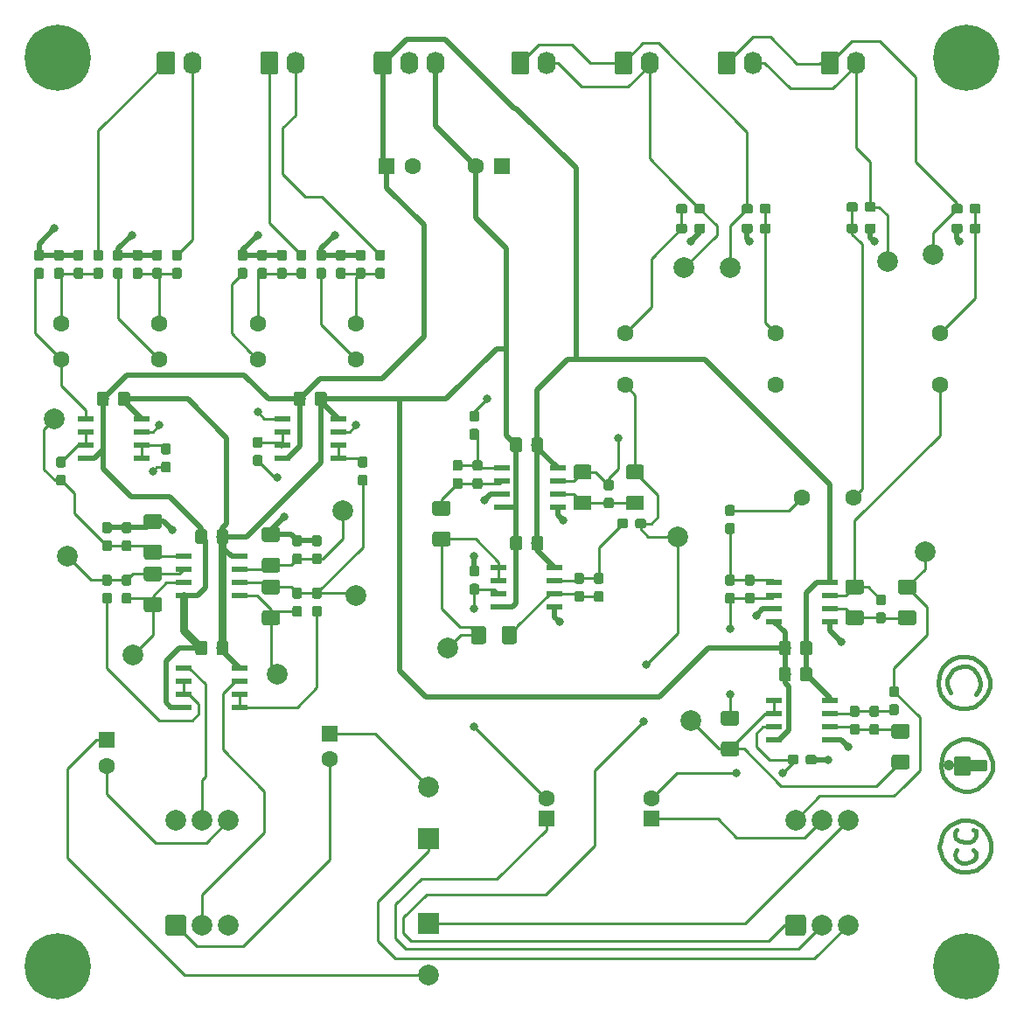
<source format=gbr>
G04 #@! TF.GenerationSoftware,KiCad,Pcbnew,5.1.4*
G04 #@! TF.CreationDate,2019-09-29T22:13:44-04:00*
G04 #@! TF.ProjectId,balanced_amplifier,62616c61-6e63-4656-945f-616d706c6966,1*
G04 #@! TF.SameCoordinates,Original*
G04 #@! TF.FileFunction,Copper,L1,Top*
G04 #@! TF.FilePolarity,Positive*
%FSLAX46Y46*%
G04 Gerber Fmt 4.6, Leading zero omitted, Abs format (unit mm)*
G04 Created by KiCad (PCBNEW 5.1.4) date 2019-09-29 22:13:44*
%MOMM*%
%LPD*%
G04 APERTURE LIST*
%ADD10C,0.381000*%
%ADD11C,6.400000*%
%ADD12C,2.000000*%
%ADD13C,0.100000*%
%ADD14C,1.600000*%
%ADD15O,1.740000X2.200000*%
%ADD16C,1.740000*%
%ADD17R,2.000000X2.000000*%
%ADD18R,1.600000X1.600000*%
%ADD19C,0.950000*%
%ADD20C,1.150000*%
%ADD21C,1.425000*%
%ADD22R,1.550000X0.600000*%
%ADD23C,0.800000*%
%ADD24C,0.250000*%
%ADD25C,0.508000*%
%ADD26C,0.762000*%
G04 APERTURE END LIST*
D10*
X167549700Y-93700560D02*
X167450640Y-94300000D01*
X167648760Y-93299240D02*
X167549700Y-93700560D01*
X167951020Y-92798860D02*
X167648760Y-93299240D01*
X168448860Y-92301020D02*
X167951020Y-92798860D01*
X168949240Y-91998760D02*
X168448860Y-92301020D01*
X169551220Y-91800640D02*
X168949240Y-91998760D01*
X170150660Y-91800640D02*
X169551220Y-91800640D01*
X170750100Y-91899700D02*
X170150660Y-91800640D01*
X171451140Y-92301020D02*
X170750100Y-91899700D01*
X171948980Y-92798860D02*
X171451140Y-92301020D01*
X172251240Y-93400840D02*
X171948980Y-92798860D01*
X172449360Y-94000280D02*
X172251240Y-93400840D01*
X172449360Y-94800380D02*
X172449360Y-94000280D01*
X172149640Y-95498880D02*
X172449360Y-94800380D01*
X171750860Y-95999260D02*
X172149640Y-95498880D01*
X171049820Y-96601240D02*
X171750860Y-95999260D01*
X170249720Y-96799360D02*
X171049820Y-96601240D01*
X169650280Y-96799360D02*
X170249720Y-96799360D01*
X169149900Y-96700300D02*
X169650280Y-96799360D01*
X168751120Y-96499640D02*
X169149900Y-96700300D01*
X168149140Y-95999260D02*
X168751120Y-96499640D01*
X167750360Y-95498880D02*
X168149140Y-95999260D01*
X167549700Y-95001040D02*
X167750360Y-95498880D01*
X167450640Y-94399060D02*
X167549700Y-95001040D01*
X167450640Y-94300000D02*
X167450640Y-94399060D01*
X168448860Y-94800380D02*
X168649520Y-95300760D01*
X168349800Y-94399060D02*
X168448860Y-94800380D01*
X168349800Y-94000280D02*
X168349800Y-94399060D01*
X168649520Y-93400840D02*
X168349800Y-94000280D01*
X168949240Y-93101120D02*
X168649520Y-93400840D01*
X169449620Y-92798860D02*
X168949240Y-93101120D01*
X169950000Y-92699800D02*
X169449620Y-92798860D01*
X170348780Y-92699800D02*
X169950000Y-92699800D01*
X170849160Y-92999520D02*
X170348780Y-92699800D01*
X171250480Y-93400840D02*
X170849160Y-92999520D01*
X171451140Y-93901220D02*
X171250480Y-93400840D01*
X171550200Y-94399060D02*
X171451140Y-93901220D01*
X171451140Y-94899440D02*
X171550200Y-94399060D01*
X171148880Y-95399820D02*
X171451140Y-94899440D01*
X167799700Y-101700560D02*
X167700640Y-102300000D01*
X167898760Y-101299240D02*
X167799700Y-101700560D01*
X168201020Y-100798860D02*
X167898760Y-101299240D01*
X168698860Y-100301020D02*
X168201020Y-100798860D01*
X169199240Y-99998760D02*
X168698860Y-100301020D01*
X169801220Y-99800640D02*
X169199240Y-99998760D01*
X170400660Y-99800640D02*
X169801220Y-99800640D01*
X171000100Y-99899700D02*
X170400660Y-99800640D01*
X171701140Y-100301020D02*
X171000100Y-99899700D01*
X172198980Y-100798860D02*
X171701140Y-100301020D01*
X172501240Y-101400840D02*
X172198980Y-100798860D01*
X172699360Y-102000280D02*
X172501240Y-101400840D01*
X172699360Y-102800380D02*
X172699360Y-102000280D01*
X172399640Y-103498880D02*
X172699360Y-102800380D01*
X172000860Y-103999260D02*
X172399640Y-103498880D01*
X171299820Y-104601240D02*
X172000860Y-103999260D01*
X170499720Y-104799360D02*
X171299820Y-104601240D01*
X169900280Y-104799360D02*
X170499720Y-104799360D01*
X169399900Y-104700300D02*
X169900280Y-104799360D01*
X169001120Y-104499640D02*
X169399900Y-104700300D01*
X168399140Y-103999260D02*
X169001120Y-104499640D01*
X168000360Y-103498880D02*
X168399140Y-103999260D01*
X167799700Y-103001040D02*
X168000360Y-103498880D01*
X167700640Y-102399060D02*
X167799700Y-103001040D01*
X167700640Y-102300000D02*
X167700640Y-102399060D01*
X168816406Y-102300000D02*
G75*
G03X168816406Y-102300000I-315666J0D01*
G01*
X170400660Y-103100100D02*
X169199240Y-103100100D01*
X170400660Y-101598960D02*
X170400660Y-103100100D01*
X169199240Y-101598960D02*
X170400660Y-101598960D01*
X169199240Y-103100100D02*
X169199240Y-101598960D01*
X172000860Y-102599720D02*
X172000860Y-102099340D01*
X170499720Y-102599720D02*
X172000860Y-102599720D01*
X172000860Y-102000280D02*
X170400660Y-102000280D01*
X172000860Y-102200940D02*
X172000860Y-102000280D01*
X170499720Y-102300000D02*
X171800200Y-102300000D01*
X170100940Y-103100100D02*
X170100940Y-101799620D01*
X169801220Y-101799620D02*
X169801220Y-103001040D01*
X169498960Y-103001040D02*
X169498960Y-101700560D01*
X168300080Y-102300000D02*
X168698860Y-102300000D01*
X167699700Y-109550560D02*
X167600640Y-110150000D01*
X167798760Y-109149240D02*
X167699700Y-109550560D01*
X168101020Y-108648860D02*
X167798760Y-109149240D01*
X168598860Y-108151020D02*
X168101020Y-108648860D01*
X169099240Y-107848760D02*
X168598860Y-108151020D01*
X169701220Y-107650640D02*
X169099240Y-107848760D01*
X170300660Y-107650640D02*
X169701220Y-107650640D01*
X170900100Y-107749700D02*
X170300660Y-107650640D01*
X171601140Y-108151020D02*
X170900100Y-107749700D01*
X172098980Y-108648860D02*
X171601140Y-108151020D01*
X172401240Y-109250840D02*
X172098980Y-108648860D01*
X172599360Y-109850280D02*
X172401240Y-109250840D01*
X172599360Y-110650380D02*
X172599360Y-109850280D01*
X172299640Y-111348880D02*
X172599360Y-110650380D01*
X171900860Y-111849260D02*
X172299640Y-111348880D01*
X171199820Y-112451240D02*
X171900860Y-111849260D01*
X170399720Y-112649360D02*
X171199820Y-112451240D01*
X169800280Y-112649360D02*
X170399720Y-112649360D01*
X169299900Y-112550300D02*
X169800280Y-112649360D01*
X168901120Y-112349640D02*
X169299900Y-112550300D01*
X168299140Y-111849260D02*
X168901120Y-112349640D01*
X167900360Y-111348880D02*
X168299140Y-111849260D01*
X167699700Y-110851040D02*
X167900360Y-111348880D01*
X167600640Y-110249060D02*
X167699700Y-110851040D01*
X167600640Y-110150000D02*
X167600640Y-110249060D01*
X171100760Y-110749440D02*
X170900100Y-110548780D01*
X171100760Y-111150760D02*
X171100760Y-110749440D01*
X170999160Y-111450480D02*
X171100760Y-111150760D01*
X170699440Y-111651140D02*
X170999160Y-111450480D01*
X170199060Y-111750200D02*
X170699440Y-111651140D01*
X169800280Y-111750200D02*
X170199060Y-111750200D01*
X169398960Y-111651140D02*
X169800280Y-111750200D01*
X169200840Y-111348880D02*
X169398960Y-111651140D01*
X169099240Y-110950100D02*
X169200840Y-111348880D01*
X169200840Y-110650380D02*
X169099240Y-110950100D01*
X169299900Y-110548780D02*
X169200840Y-110650380D01*
X171100760Y-108648860D02*
X170900100Y-108549800D01*
X171100760Y-108951120D02*
X171100760Y-108648860D01*
X171100760Y-109149240D02*
X171100760Y-108951120D01*
X170900100Y-109550560D02*
X171100760Y-109149240D01*
X170498780Y-109751220D02*
X170900100Y-109550560D01*
X170100000Y-109751220D02*
X170498780Y-109751220D01*
X169599620Y-109649620D02*
X170100000Y-109751220D01*
X169200840Y-109448960D02*
X169599620Y-109649620D01*
X169099240Y-109149240D02*
X169200840Y-109448960D01*
X169099240Y-108849520D02*
X169099240Y-109149240D01*
X169200840Y-108648860D02*
X169099240Y-108849520D01*
X169299900Y-108549800D02*
X169200840Y-108648860D01*
D11*
X170200000Y-33800000D03*
X82200000Y-33800000D03*
X170200000Y-121800000D03*
X82200000Y-121800000D03*
D12*
X153660000Y-107640000D03*
X156200000Y-107640000D03*
X158740000Y-107640000D03*
D13*
G36*
X154434504Y-116801204D02*
G01*
X154458773Y-116804804D01*
X154482571Y-116810765D01*
X154505671Y-116819030D01*
X154527849Y-116829520D01*
X154548893Y-116842133D01*
X154568598Y-116856747D01*
X154586777Y-116873223D01*
X154603253Y-116891402D01*
X154617867Y-116911107D01*
X154630480Y-116932151D01*
X154640970Y-116954329D01*
X154649235Y-116977429D01*
X154655196Y-117001227D01*
X154658796Y-117025496D01*
X154660000Y-117050000D01*
X154660000Y-118550000D01*
X154658796Y-118574504D01*
X154655196Y-118598773D01*
X154649235Y-118622571D01*
X154640970Y-118645671D01*
X154630480Y-118667849D01*
X154617867Y-118688893D01*
X154603253Y-118708598D01*
X154586777Y-118726777D01*
X154568598Y-118743253D01*
X154548893Y-118757867D01*
X154527849Y-118770480D01*
X154505671Y-118780970D01*
X154482571Y-118789235D01*
X154458773Y-118795196D01*
X154434504Y-118798796D01*
X154410000Y-118800000D01*
X152910000Y-118800000D01*
X152885496Y-118798796D01*
X152861227Y-118795196D01*
X152837429Y-118789235D01*
X152814329Y-118780970D01*
X152792151Y-118770480D01*
X152771107Y-118757867D01*
X152751402Y-118743253D01*
X152733223Y-118726777D01*
X152716747Y-118708598D01*
X152702133Y-118688893D01*
X152689520Y-118667849D01*
X152679030Y-118645671D01*
X152670765Y-118622571D01*
X152664804Y-118598773D01*
X152661204Y-118574504D01*
X152660000Y-118550000D01*
X152660000Y-117050000D01*
X152661204Y-117025496D01*
X152664804Y-117001227D01*
X152670765Y-116977429D01*
X152679030Y-116954329D01*
X152689520Y-116932151D01*
X152702133Y-116911107D01*
X152716747Y-116891402D01*
X152733223Y-116873223D01*
X152751402Y-116856747D01*
X152771107Y-116842133D01*
X152792151Y-116829520D01*
X152814329Y-116819030D01*
X152837429Y-116810765D01*
X152861227Y-116804804D01*
X152885496Y-116801204D01*
X152910000Y-116800000D01*
X154410000Y-116800000D01*
X154434504Y-116801204D01*
X154434504Y-116801204D01*
G37*
D12*
X153660000Y-117800000D03*
X156200000Y-117800000D03*
X158740000Y-117800000D03*
X93660000Y-107640000D03*
X96200000Y-107640000D03*
X98740000Y-107640000D03*
D13*
G36*
X94434504Y-116801204D02*
G01*
X94458773Y-116804804D01*
X94482571Y-116810765D01*
X94505671Y-116819030D01*
X94527849Y-116829520D01*
X94548893Y-116842133D01*
X94568598Y-116856747D01*
X94586777Y-116873223D01*
X94603253Y-116891402D01*
X94617867Y-116911107D01*
X94630480Y-116932151D01*
X94640970Y-116954329D01*
X94649235Y-116977429D01*
X94655196Y-117001227D01*
X94658796Y-117025496D01*
X94660000Y-117050000D01*
X94660000Y-118550000D01*
X94658796Y-118574504D01*
X94655196Y-118598773D01*
X94649235Y-118622571D01*
X94640970Y-118645671D01*
X94630480Y-118667849D01*
X94617867Y-118688893D01*
X94603253Y-118708598D01*
X94586777Y-118726777D01*
X94568598Y-118743253D01*
X94548893Y-118757867D01*
X94527849Y-118770480D01*
X94505671Y-118780970D01*
X94482571Y-118789235D01*
X94458773Y-118795196D01*
X94434504Y-118798796D01*
X94410000Y-118800000D01*
X92910000Y-118800000D01*
X92885496Y-118798796D01*
X92861227Y-118795196D01*
X92837429Y-118789235D01*
X92814329Y-118780970D01*
X92792151Y-118770480D01*
X92771107Y-118757867D01*
X92751402Y-118743253D01*
X92733223Y-118726777D01*
X92716747Y-118708598D01*
X92702133Y-118688893D01*
X92689520Y-118667849D01*
X92679030Y-118645671D01*
X92670765Y-118622571D01*
X92664804Y-118598773D01*
X92661204Y-118574504D01*
X92660000Y-118550000D01*
X92660000Y-117050000D01*
X92661204Y-117025496D01*
X92664804Y-117001227D01*
X92670765Y-116977429D01*
X92679030Y-116954329D01*
X92689520Y-116932151D01*
X92702133Y-116911107D01*
X92716747Y-116891402D01*
X92733223Y-116873223D01*
X92751402Y-116856747D01*
X92771107Y-116842133D01*
X92792151Y-116829520D01*
X92814329Y-116819030D01*
X92837429Y-116810765D01*
X92861227Y-116804804D01*
X92885496Y-116801204D01*
X92910000Y-116800000D01*
X94410000Y-116800000D01*
X94434504Y-116801204D01*
X94434504Y-116801204D01*
G37*
D12*
X93660000Y-117800000D03*
X96200000Y-117800000D03*
X98740000Y-117800000D03*
D14*
X167640000Y-65490000D03*
X167640000Y-60490000D03*
X154305000Y-76365000D03*
X159305000Y-76365000D03*
X151765000Y-65490000D03*
X151765000Y-60490000D03*
X137160000Y-65490000D03*
X137160000Y-60490000D03*
D15*
X118780000Y-34300000D03*
X116240000Y-34300000D03*
D13*
G36*
X114344505Y-33201204D02*
G01*
X114368773Y-33204804D01*
X114392572Y-33210765D01*
X114415671Y-33219030D01*
X114437850Y-33229520D01*
X114458893Y-33242132D01*
X114478599Y-33256747D01*
X114496777Y-33273223D01*
X114513253Y-33291401D01*
X114527868Y-33311107D01*
X114540480Y-33332150D01*
X114550970Y-33354329D01*
X114559235Y-33377428D01*
X114565196Y-33401227D01*
X114568796Y-33425495D01*
X114570000Y-33449999D01*
X114570000Y-35150001D01*
X114568796Y-35174505D01*
X114565196Y-35198773D01*
X114559235Y-35222572D01*
X114550970Y-35245671D01*
X114540480Y-35267850D01*
X114527868Y-35288893D01*
X114513253Y-35308599D01*
X114496777Y-35326777D01*
X114478599Y-35343253D01*
X114458893Y-35357868D01*
X114437850Y-35370480D01*
X114415671Y-35380970D01*
X114392572Y-35389235D01*
X114368773Y-35395196D01*
X114344505Y-35398796D01*
X114320001Y-35400000D01*
X113079999Y-35400000D01*
X113055495Y-35398796D01*
X113031227Y-35395196D01*
X113007428Y-35389235D01*
X112984329Y-35380970D01*
X112962150Y-35370480D01*
X112941107Y-35357868D01*
X112921401Y-35343253D01*
X112903223Y-35326777D01*
X112886747Y-35308599D01*
X112872132Y-35288893D01*
X112859520Y-35267850D01*
X112849030Y-35245671D01*
X112840765Y-35222572D01*
X112834804Y-35198773D01*
X112831204Y-35174505D01*
X112830000Y-35150001D01*
X112830000Y-33449999D01*
X112831204Y-33425495D01*
X112834804Y-33401227D01*
X112840765Y-33377428D01*
X112849030Y-33354329D01*
X112859520Y-33332150D01*
X112872132Y-33311107D01*
X112886747Y-33291401D01*
X112903223Y-33273223D01*
X112921401Y-33256747D01*
X112941107Y-33242132D01*
X112962150Y-33229520D01*
X112984329Y-33219030D01*
X113007428Y-33210765D01*
X113031227Y-33204804D01*
X113055495Y-33201204D01*
X113079999Y-33200000D01*
X114320001Y-33200000D01*
X114344505Y-33201204D01*
X114344505Y-33201204D01*
G37*
D16*
X113700000Y-34300000D03*
D15*
X159540000Y-34300000D03*
D13*
G36*
X157644505Y-33201204D02*
G01*
X157668773Y-33204804D01*
X157692572Y-33210765D01*
X157715671Y-33219030D01*
X157737850Y-33229520D01*
X157758893Y-33242132D01*
X157778599Y-33256747D01*
X157796777Y-33273223D01*
X157813253Y-33291401D01*
X157827868Y-33311107D01*
X157840480Y-33332150D01*
X157850970Y-33354329D01*
X157859235Y-33377428D01*
X157865196Y-33401227D01*
X157868796Y-33425495D01*
X157870000Y-33449999D01*
X157870000Y-35150001D01*
X157868796Y-35174505D01*
X157865196Y-35198773D01*
X157859235Y-35222572D01*
X157850970Y-35245671D01*
X157840480Y-35267850D01*
X157827868Y-35288893D01*
X157813253Y-35308599D01*
X157796777Y-35326777D01*
X157778599Y-35343253D01*
X157758893Y-35357868D01*
X157737850Y-35370480D01*
X157715671Y-35380970D01*
X157692572Y-35389235D01*
X157668773Y-35395196D01*
X157644505Y-35398796D01*
X157620001Y-35400000D01*
X156379999Y-35400000D01*
X156355495Y-35398796D01*
X156331227Y-35395196D01*
X156307428Y-35389235D01*
X156284329Y-35380970D01*
X156262150Y-35370480D01*
X156241107Y-35357868D01*
X156221401Y-35343253D01*
X156203223Y-35326777D01*
X156186747Y-35308599D01*
X156172132Y-35288893D01*
X156159520Y-35267850D01*
X156149030Y-35245671D01*
X156140765Y-35222572D01*
X156134804Y-35198773D01*
X156131204Y-35174505D01*
X156130000Y-35150001D01*
X156130000Y-33449999D01*
X156131204Y-33425495D01*
X156134804Y-33401227D01*
X156140765Y-33377428D01*
X156149030Y-33354329D01*
X156159520Y-33332150D01*
X156172132Y-33311107D01*
X156186747Y-33291401D01*
X156203223Y-33273223D01*
X156221401Y-33256747D01*
X156241107Y-33242132D01*
X156262150Y-33229520D01*
X156284329Y-33219030D01*
X156307428Y-33210765D01*
X156331227Y-33204804D01*
X156355495Y-33201204D01*
X156379999Y-33200000D01*
X157620001Y-33200000D01*
X157644505Y-33201204D01*
X157644505Y-33201204D01*
G37*
D16*
X157000000Y-34300000D03*
D15*
X149540000Y-34300000D03*
D13*
G36*
X147644505Y-33201204D02*
G01*
X147668773Y-33204804D01*
X147692572Y-33210765D01*
X147715671Y-33219030D01*
X147737850Y-33229520D01*
X147758893Y-33242132D01*
X147778599Y-33256747D01*
X147796777Y-33273223D01*
X147813253Y-33291401D01*
X147827868Y-33311107D01*
X147840480Y-33332150D01*
X147850970Y-33354329D01*
X147859235Y-33377428D01*
X147865196Y-33401227D01*
X147868796Y-33425495D01*
X147870000Y-33449999D01*
X147870000Y-35150001D01*
X147868796Y-35174505D01*
X147865196Y-35198773D01*
X147859235Y-35222572D01*
X147850970Y-35245671D01*
X147840480Y-35267850D01*
X147827868Y-35288893D01*
X147813253Y-35308599D01*
X147796777Y-35326777D01*
X147778599Y-35343253D01*
X147758893Y-35357868D01*
X147737850Y-35370480D01*
X147715671Y-35380970D01*
X147692572Y-35389235D01*
X147668773Y-35395196D01*
X147644505Y-35398796D01*
X147620001Y-35400000D01*
X146379999Y-35400000D01*
X146355495Y-35398796D01*
X146331227Y-35395196D01*
X146307428Y-35389235D01*
X146284329Y-35380970D01*
X146262150Y-35370480D01*
X146241107Y-35357868D01*
X146221401Y-35343253D01*
X146203223Y-35326777D01*
X146186747Y-35308599D01*
X146172132Y-35288893D01*
X146159520Y-35267850D01*
X146149030Y-35245671D01*
X146140765Y-35222572D01*
X146134804Y-35198773D01*
X146131204Y-35174505D01*
X146130000Y-35150001D01*
X146130000Y-33449999D01*
X146131204Y-33425495D01*
X146134804Y-33401227D01*
X146140765Y-33377428D01*
X146149030Y-33354329D01*
X146159520Y-33332150D01*
X146172132Y-33311107D01*
X146186747Y-33291401D01*
X146203223Y-33273223D01*
X146221401Y-33256747D01*
X146241107Y-33242132D01*
X146262150Y-33229520D01*
X146284329Y-33219030D01*
X146307428Y-33210765D01*
X146331227Y-33204804D01*
X146355495Y-33201204D01*
X146379999Y-33200000D01*
X147620001Y-33200000D01*
X147644505Y-33201204D01*
X147644505Y-33201204D01*
G37*
D16*
X147000000Y-34300000D03*
D15*
X139540000Y-34300000D03*
D13*
G36*
X137644505Y-33201204D02*
G01*
X137668773Y-33204804D01*
X137692572Y-33210765D01*
X137715671Y-33219030D01*
X137737850Y-33229520D01*
X137758893Y-33242132D01*
X137778599Y-33256747D01*
X137796777Y-33273223D01*
X137813253Y-33291401D01*
X137827868Y-33311107D01*
X137840480Y-33332150D01*
X137850970Y-33354329D01*
X137859235Y-33377428D01*
X137865196Y-33401227D01*
X137868796Y-33425495D01*
X137870000Y-33449999D01*
X137870000Y-35150001D01*
X137868796Y-35174505D01*
X137865196Y-35198773D01*
X137859235Y-35222572D01*
X137850970Y-35245671D01*
X137840480Y-35267850D01*
X137827868Y-35288893D01*
X137813253Y-35308599D01*
X137796777Y-35326777D01*
X137778599Y-35343253D01*
X137758893Y-35357868D01*
X137737850Y-35370480D01*
X137715671Y-35380970D01*
X137692572Y-35389235D01*
X137668773Y-35395196D01*
X137644505Y-35398796D01*
X137620001Y-35400000D01*
X136379999Y-35400000D01*
X136355495Y-35398796D01*
X136331227Y-35395196D01*
X136307428Y-35389235D01*
X136284329Y-35380970D01*
X136262150Y-35370480D01*
X136241107Y-35357868D01*
X136221401Y-35343253D01*
X136203223Y-35326777D01*
X136186747Y-35308599D01*
X136172132Y-35288893D01*
X136159520Y-35267850D01*
X136149030Y-35245671D01*
X136140765Y-35222572D01*
X136134804Y-35198773D01*
X136131204Y-35174505D01*
X136130000Y-35150001D01*
X136130000Y-33449999D01*
X136131204Y-33425495D01*
X136134804Y-33401227D01*
X136140765Y-33377428D01*
X136149030Y-33354329D01*
X136159520Y-33332150D01*
X136172132Y-33311107D01*
X136186747Y-33291401D01*
X136203223Y-33273223D01*
X136221401Y-33256747D01*
X136241107Y-33242132D01*
X136262150Y-33229520D01*
X136284329Y-33219030D01*
X136307428Y-33210765D01*
X136331227Y-33204804D01*
X136355495Y-33201204D01*
X136379999Y-33200000D01*
X137620001Y-33200000D01*
X137644505Y-33201204D01*
X137644505Y-33201204D01*
G37*
D16*
X137000000Y-34300000D03*
D15*
X129540000Y-34300000D03*
D13*
G36*
X127644505Y-33201204D02*
G01*
X127668773Y-33204804D01*
X127692572Y-33210765D01*
X127715671Y-33219030D01*
X127737850Y-33229520D01*
X127758893Y-33242132D01*
X127778599Y-33256747D01*
X127796777Y-33273223D01*
X127813253Y-33291401D01*
X127827868Y-33311107D01*
X127840480Y-33332150D01*
X127850970Y-33354329D01*
X127859235Y-33377428D01*
X127865196Y-33401227D01*
X127868796Y-33425495D01*
X127870000Y-33449999D01*
X127870000Y-35150001D01*
X127868796Y-35174505D01*
X127865196Y-35198773D01*
X127859235Y-35222572D01*
X127850970Y-35245671D01*
X127840480Y-35267850D01*
X127827868Y-35288893D01*
X127813253Y-35308599D01*
X127796777Y-35326777D01*
X127778599Y-35343253D01*
X127758893Y-35357868D01*
X127737850Y-35370480D01*
X127715671Y-35380970D01*
X127692572Y-35389235D01*
X127668773Y-35395196D01*
X127644505Y-35398796D01*
X127620001Y-35400000D01*
X126379999Y-35400000D01*
X126355495Y-35398796D01*
X126331227Y-35395196D01*
X126307428Y-35389235D01*
X126284329Y-35380970D01*
X126262150Y-35370480D01*
X126241107Y-35357868D01*
X126221401Y-35343253D01*
X126203223Y-35326777D01*
X126186747Y-35308599D01*
X126172132Y-35288893D01*
X126159520Y-35267850D01*
X126149030Y-35245671D01*
X126140765Y-35222572D01*
X126134804Y-35198773D01*
X126131204Y-35174505D01*
X126130000Y-35150001D01*
X126130000Y-33449999D01*
X126131204Y-33425495D01*
X126134804Y-33401227D01*
X126140765Y-33377428D01*
X126149030Y-33354329D01*
X126159520Y-33332150D01*
X126172132Y-33311107D01*
X126186747Y-33291401D01*
X126203223Y-33273223D01*
X126221401Y-33256747D01*
X126241107Y-33242132D01*
X126262150Y-33229520D01*
X126284329Y-33219030D01*
X126307428Y-33210765D01*
X126331227Y-33204804D01*
X126355495Y-33201204D01*
X126379999Y-33200000D01*
X127620001Y-33200000D01*
X127644505Y-33201204D01*
X127644505Y-33201204D01*
G37*
D16*
X127000000Y-34300000D03*
D15*
X95240000Y-34300000D03*
D13*
G36*
X93344505Y-33201204D02*
G01*
X93368773Y-33204804D01*
X93392572Y-33210765D01*
X93415671Y-33219030D01*
X93437850Y-33229520D01*
X93458893Y-33242132D01*
X93478599Y-33256747D01*
X93496777Y-33273223D01*
X93513253Y-33291401D01*
X93527868Y-33311107D01*
X93540480Y-33332150D01*
X93550970Y-33354329D01*
X93559235Y-33377428D01*
X93565196Y-33401227D01*
X93568796Y-33425495D01*
X93570000Y-33449999D01*
X93570000Y-35150001D01*
X93568796Y-35174505D01*
X93565196Y-35198773D01*
X93559235Y-35222572D01*
X93550970Y-35245671D01*
X93540480Y-35267850D01*
X93527868Y-35288893D01*
X93513253Y-35308599D01*
X93496777Y-35326777D01*
X93478599Y-35343253D01*
X93458893Y-35357868D01*
X93437850Y-35370480D01*
X93415671Y-35380970D01*
X93392572Y-35389235D01*
X93368773Y-35395196D01*
X93344505Y-35398796D01*
X93320001Y-35400000D01*
X92079999Y-35400000D01*
X92055495Y-35398796D01*
X92031227Y-35395196D01*
X92007428Y-35389235D01*
X91984329Y-35380970D01*
X91962150Y-35370480D01*
X91941107Y-35357868D01*
X91921401Y-35343253D01*
X91903223Y-35326777D01*
X91886747Y-35308599D01*
X91872132Y-35288893D01*
X91859520Y-35267850D01*
X91849030Y-35245671D01*
X91840765Y-35222572D01*
X91834804Y-35198773D01*
X91831204Y-35174505D01*
X91830000Y-35150001D01*
X91830000Y-33449999D01*
X91831204Y-33425495D01*
X91834804Y-33401227D01*
X91840765Y-33377428D01*
X91849030Y-33354329D01*
X91859520Y-33332150D01*
X91872132Y-33311107D01*
X91886747Y-33291401D01*
X91903223Y-33273223D01*
X91921401Y-33256747D01*
X91941107Y-33242132D01*
X91962150Y-33229520D01*
X91984329Y-33219030D01*
X92007428Y-33210765D01*
X92031227Y-33204804D01*
X92055495Y-33201204D01*
X92079999Y-33200000D01*
X93320001Y-33200000D01*
X93344505Y-33201204D01*
X93344505Y-33201204D01*
G37*
D16*
X92700000Y-34300000D03*
D15*
X105240000Y-34300000D03*
D13*
G36*
X103344505Y-33201204D02*
G01*
X103368773Y-33204804D01*
X103392572Y-33210765D01*
X103415671Y-33219030D01*
X103437850Y-33229520D01*
X103458893Y-33242132D01*
X103478599Y-33256747D01*
X103496777Y-33273223D01*
X103513253Y-33291401D01*
X103527868Y-33311107D01*
X103540480Y-33332150D01*
X103550970Y-33354329D01*
X103559235Y-33377428D01*
X103565196Y-33401227D01*
X103568796Y-33425495D01*
X103570000Y-33449999D01*
X103570000Y-35150001D01*
X103568796Y-35174505D01*
X103565196Y-35198773D01*
X103559235Y-35222572D01*
X103550970Y-35245671D01*
X103540480Y-35267850D01*
X103527868Y-35288893D01*
X103513253Y-35308599D01*
X103496777Y-35326777D01*
X103478599Y-35343253D01*
X103458893Y-35357868D01*
X103437850Y-35370480D01*
X103415671Y-35380970D01*
X103392572Y-35389235D01*
X103368773Y-35395196D01*
X103344505Y-35398796D01*
X103320001Y-35400000D01*
X102079999Y-35400000D01*
X102055495Y-35398796D01*
X102031227Y-35395196D01*
X102007428Y-35389235D01*
X101984329Y-35380970D01*
X101962150Y-35370480D01*
X101941107Y-35357868D01*
X101921401Y-35343253D01*
X101903223Y-35326777D01*
X101886747Y-35308599D01*
X101872132Y-35288893D01*
X101859520Y-35267850D01*
X101849030Y-35245671D01*
X101840765Y-35222572D01*
X101834804Y-35198773D01*
X101831204Y-35174505D01*
X101830000Y-35150001D01*
X101830000Y-33449999D01*
X101831204Y-33425495D01*
X101834804Y-33401227D01*
X101840765Y-33377428D01*
X101849030Y-33354329D01*
X101859520Y-33332150D01*
X101872132Y-33311107D01*
X101886747Y-33291401D01*
X101903223Y-33273223D01*
X101921401Y-33256747D01*
X101941107Y-33242132D01*
X101962150Y-33229520D01*
X101984329Y-33219030D01*
X102007428Y-33210765D01*
X102031227Y-33204804D01*
X102055495Y-33201204D01*
X102079999Y-33200000D01*
X103320001Y-33200000D01*
X103344505Y-33201204D01*
X103344505Y-33201204D01*
G37*
D16*
X102700000Y-34300000D03*
D12*
X111125000Y-85890000D03*
X109855000Y-77635000D03*
X103505000Y-93510000D03*
X83185000Y-82080000D03*
X81915000Y-68745000D03*
X89535000Y-91605000D03*
X142240000Y-80175000D03*
X120015000Y-90970000D03*
X142875000Y-54140000D03*
X147320000Y-54140000D03*
X166180000Y-81620000D03*
X143510000Y-97955000D03*
X162560000Y-53505000D03*
X167005000Y-52870000D03*
X118110000Y-104385000D03*
D17*
X118110000Y-109385000D03*
X118110000Y-117640000D03*
D12*
X118110000Y-122640000D03*
D18*
X139700000Y-107480000D03*
D14*
X139700000Y-105480000D03*
X108585000Y-101725000D03*
D18*
X108585000Y-99225000D03*
D13*
G36*
X111805779Y-54151144D02*
G01*
X111828834Y-54154563D01*
X111851443Y-54160227D01*
X111873387Y-54168079D01*
X111894457Y-54178044D01*
X111914448Y-54190026D01*
X111933168Y-54203910D01*
X111950438Y-54219562D01*
X111966090Y-54236832D01*
X111979974Y-54255552D01*
X111991956Y-54275543D01*
X112001921Y-54296613D01*
X112009773Y-54318557D01*
X112015437Y-54341166D01*
X112018856Y-54364221D01*
X112020000Y-54387500D01*
X112020000Y-54962500D01*
X112018856Y-54985779D01*
X112015437Y-55008834D01*
X112009773Y-55031443D01*
X112001921Y-55053387D01*
X111991956Y-55074457D01*
X111979974Y-55094448D01*
X111966090Y-55113168D01*
X111950438Y-55130438D01*
X111933168Y-55146090D01*
X111914448Y-55159974D01*
X111894457Y-55171956D01*
X111873387Y-55181921D01*
X111851443Y-55189773D01*
X111828834Y-55195437D01*
X111805779Y-55198856D01*
X111782500Y-55200000D01*
X111307500Y-55200000D01*
X111284221Y-55198856D01*
X111261166Y-55195437D01*
X111238557Y-55189773D01*
X111216613Y-55181921D01*
X111195543Y-55171956D01*
X111175552Y-55159974D01*
X111156832Y-55146090D01*
X111139562Y-55130438D01*
X111123910Y-55113168D01*
X111110026Y-55094448D01*
X111098044Y-55074457D01*
X111088079Y-55053387D01*
X111080227Y-55031443D01*
X111074563Y-55008834D01*
X111071144Y-54985779D01*
X111070000Y-54962500D01*
X111070000Y-54387500D01*
X111071144Y-54364221D01*
X111074563Y-54341166D01*
X111080227Y-54318557D01*
X111088079Y-54296613D01*
X111098044Y-54275543D01*
X111110026Y-54255552D01*
X111123910Y-54236832D01*
X111139562Y-54219562D01*
X111156832Y-54203910D01*
X111175552Y-54190026D01*
X111195543Y-54178044D01*
X111216613Y-54168079D01*
X111238557Y-54160227D01*
X111261166Y-54154563D01*
X111284221Y-54151144D01*
X111307500Y-54150000D01*
X111782500Y-54150000D01*
X111805779Y-54151144D01*
X111805779Y-54151144D01*
G37*
D19*
X111545000Y-54675000D03*
D13*
G36*
X111805779Y-52401144D02*
G01*
X111828834Y-52404563D01*
X111851443Y-52410227D01*
X111873387Y-52418079D01*
X111894457Y-52428044D01*
X111914448Y-52440026D01*
X111933168Y-52453910D01*
X111950438Y-52469562D01*
X111966090Y-52486832D01*
X111979974Y-52505552D01*
X111991956Y-52525543D01*
X112001921Y-52546613D01*
X112009773Y-52568557D01*
X112015437Y-52591166D01*
X112018856Y-52614221D01*
X112020000Y-52637500D01*
X112020000Y-53212500D01*
X112018856Y-53235779D01*
X112015437Y-53258834D01*
X112009773Y-53281443D01*
X112001921Y-53303387D01*
X111991956Y-53324457D01*
X111979974Y-53344448D01*
X111966090Y-53363168D01*
X111950438Y-53380438D01*
X111933168Y-53396090D01*
X111914448Y-53409974D01*
X111894457Y-53421956D01*
X111873387Y-53431921D01*
X111851443Y-53439773D01*
X111828834Y-53445437D01*
X111805779Y-53448856D01*
X111782500Y-53450000D01*
X111307500Y-53450000D01*
X111284221Y-53448856D01*
X111261166Y-53445437D01*
X111238557Y-53439773D01*
X111216613Y-53431921D01*
X111195543Y-53421956D01*
X111175552Y-53409974D01*
X111156832Y-53396090D01*
X111139562Y-53380438D01*
X111123910Y-53363168D01*
X111110026Y-53344448D01*
X111098044Y-53324457D01*
X111088079Y-53303387D01*
X111080227Y-53281443D01*
X111074563Y-53258834D01*
X111071144Y-53235779D01*
X111070000Y-53212500D01*
X111070000Y-52637500D01*
X111071144Y-52614221D01*
X111074563Y-52591166D01*
X111080227Y-52568557D01*
X111088079Y-52546613D01*
X111098044Y-52525543D01*
X111110026Y-52505552D01*
X111123910Y-52486832D01*
X111139562Y-52469562D01*
X111156832Y-52453910D01*
X111175552Y-52440026D01*
X111195543Y-52428044D01*
X111216613Y-52418079D01*
X111238557Y-52410227D01*
X111261166Y-52404563D01*
X111284221Y-52401144D01*
X111307500Y-52400000D01*
X111782500Y-52400000D01*
X111805779Y-52401144D01*
X111805779Y-52401144D01*
G37*
D19*
X111545000Y-52925000D03*
D13*
G36*
X104185779Y-54151144D02*
G01*
X104208834Y-54154563D01*
X104231443Y-54160227D01*
X104253387Y-54168079D01*
X104274457Y-54178044D01*
X104294448Y-54190026D01*
X104313168Y-54203910D01*
X104330438Y-54219562D01*
X104346090Y-54236832D01*
X104359974Y-54255552D01*
X104371956Y-54275543D01*
X104381921Y-54296613D01*
X104389773Y-54318557D01*
X104395437Y-54341166D01*
X104398856Y-54364221D01*
X104400000Y-54387500D01*
X104400000Y-54962500D01*
X104398856Y-54985779D01*
X104395437Y-55008834D01*
X104389773Y-55031443D01*
X104381921Y-55053387D01*
X104371956Y-55074457D01*
X104359974Y-55094448D01*
X104346090Y-55113168D01*
X104330438Y-55130438D01*
X104313168Y-55146090D01*
X104294448Y-55159974D01*
X104274457Y-55171956D01*
X104253387Y-55181921D01*
X104231443Y-55189773D01*
X104208834Y-55195437D01*
X104185779Y-55198856D01*
X104162500Y-55200000D01*
X103687500Y-55200000D01*
X103664221Y-55198856D01*
X103641166Y-55195437D01*
X103618557Y-55189773D01*
X103596613Y-55181921D01*
X103575543Y-55171956D01*
X103555552Y-55159974D01*
X103536832Y-55146090D01*
X103519562Y-55130438D01*
X103503910Y-55113168D01*
X103490026Y-55094448D01*
X103478044Y-55074457D01*
X103468079Y-55053387D01*
X103460227Y-55031443D01*
X103454563Y-55008834D01*
X103451144Y-54985779D01*
X103450000Y-54962500D01*
X103450000Y-54387500D01*
X103451144Y-54364221D01*
X103454563Y-54341166D01*
X103460227Y-54318557D01*
X103468079Y-54296613D01*
X103478044Y-54275543D01*
X103490026Y-54255552D01*
X103503910Y-54236832D01*
X103519562Y-54219562D01*
X103536832Y-54203910D01*
X103555552Y-54190026D01*
X103575543Y-54178044D01*
X103596613Y-54168079D01*
X103618557Y-54160227D01*
X103641166Y-54154563D01*
X103664221Y-54151144D01*
X103687500Y-54150000D01*
X104162500Y-54150000D01*
X104185779Y-54151144D01*
X104185779Y-54151144D01*
G37*
D19*
X103925000Y-54675000D03*
D13*
G36*
X104185779Y-52401144D02*
G01*
X104208834Y-52404563D01*
X104231443Y-52410227D01*
X104253387Y-52418079D01*
X104274457Y-52428044D01*
X104294448Y-52440026D01*
X104313168Y-52453910D01*
X104330438Y-52469562D01*
X104346090Y-52486832D01*
X104359974Y-52505552D01*
X104371956Y-52525543D01*
X104381921Y-52546613D01*
X104389773Y-52568557D01*
X104395437Y-52591166D01*
X104398856Y-52614221D01*
X104400000Y-52637500D01*
X104400000Y-53212500D01*
X104398856Y-53235779D01*
X104395437Y-53258834D01*
X104389773Y-53281443D01*
X104381921Y-53303387D01*
X104371956Y-53324457D01*
X104359974Y-53344448D01*
X104346090Y-53363168D01*
X104330438Y-53380438D01*
X104313168Y-53396090D01*
X104294448Y-53409974D01*
X104274457Y-53421956D01*
X104253387Y-53431921D01*
X104231443Y-53439773D01*
X104208834Y-53445437D01*
X104185779Y-53448856D01*
X104162500Y-53450000D01*
X103687500Y-53450000D01*
X103664221Y-53448856D01*
X103641166Y-53445437D01*
X103618557Y-53439773D01*
X103596613Y-53431921D01*
X103575543Y-53421956D01*
X103555552Y-53409974D01*
X103536832Y-53396090D01*
X103519562Y-53380438D01*
X103503910Y-53363168D01*
X103490026Y-53344448D01*
X103478044Y-53324457D01*
X103468079Y-53303387D01*
X103460227Y-53281443D01*
X103454563Y-53258834D01*
X103451144Y-53235779D01*
X103450000Y-53212500D01*
X103450000Y-52637500D01*
X103451144Y-52614221D01*
X103454563Y-52591166D01*
X103460227Y-52568557D01*
X103468079Y-52546613D01*
X103478044Y-52525543D01*
X103490026Y-52505552D01*
X103503910Y-52486832D01*
X103519562Y-52469562D01*
X103536832Y-52453910D01*
X103555552Y-52440026D01*
X103575543Y-52428044D01*
X103596613Y-52418079D01*
X103618557Y-52410227D01*
X103641166Y-52404563D01*
X103664221Y-52401144D01*
X103687500Y-52400000D01*
X104162500Y-52400000D01*
X104185779Y-52401144D01*
X104185779Y-52401144D01*
G37*
D19*
X103925000Y-52925000D03*
D13*
G36*
X105670779Y-86876144D02*
G01*
X105693834Y-86879563D01*
X105716443Y-86885227D01*
X105738387Y-86893079D01*
X105759457Y-86903044D01*
X105779448Y-86915026D01*
X105798168Y-86928910D01*
X105815438Y-86944562D01*
X105831090Y-86961832D01*
X105844974Y-86980552D01*
X105856956Y-87000543D01*
X105866921Y-87021613D01*
X105874773Y-87043557D01*
X105880437Y-87066166D01*
X105883856Y-87089221D01*
X105885000Y-87112500D01*
X105885000Y-87687500D01*
X105883856Y-87710779D01*
X105880437Y-87733834D01*
X105874773Y-87756443D01*
X105866921Y-87778387D01*
X105856956Y-87799457D01*
X105844974Y-87819448D01*
X105831090Y-87838168D01*
X105815438Y-87855438D01*
X105798168Y-87871090D01*
X105779448Y-87884974D01*
X105759457Y-87896956D01*
X105738387Y-87906921D01*
X105716443Y-87914773D01*
X105693834Y-87920437D01*
X105670779Y-87923856D01*
X105647500Y-87925000D01*
X105172500Y-87925000D01*
X105149221Y-87923856D01*
X105126166Y-87920437D01*
X105103557Y-87914773D01*
X105081613Y-87906921D01*
X105060543Y-87896956D01*
X105040552Y-87884974D01*
X105021832Y-87871090D01*
X105004562Y-87855438D01*
X104988910Y-87838168D01*
X104975026Y-87819448D01*
X104963044Y-87799457D01*
X104953079Y-87778387D01*
X104945227Y-87756443D01*
X104939563Y-87733834D01*
X104936144Y-87710779D01*
X104935000Y-87687500D01*
X104935000Y-87112500D01*
X104936144Y-87089221D01*
X104939563Y-87066166D01*
X104945227Y-87043557D01*
X104953079Y-87021613D01*
X104963044Y-87000543D01*
X104975026Y-86980552D01*
X104988910Y-86961832D01*
X105004562Y-86944562D01*
X105021832Y-86928910D01*
X105040552Y-86915026D01*
X105060543Y-86903044D01*
X105081613Y-86893079D01*
X105103557Y-86885227D01*
X105126166Y-86879563D01*
X105149221Y-86876144D01*
X105172500Y-86875000D01*
X105647500Y-86875000D01*
X105670779Y-86876144D01*
X105670779Y-86876144D01*
G37*
D19*
X105410000Y-87400000D03*
D13*
G36*
X105670779Y-85126144D02*
G01*
X105693834Y-85129563D01*
X105716443Y-85135227D01*
X105738387Y-85143079D01*
X105759457Y-85153044D01*
X105779448Y-85165026D01*
X105798168Y-85178910D01*
X105815438Y-85194562D01*
X105831090Y-85211832D01*
X105844974Y-85230552D01*
X105856956Y-85250543D01*
X105866921Y-85271613D01*
X105874773Y-85293557D01*
X105880437Y-85316166D01*
X105883856Y-85339221D01*
X105885000Y-85362500D01*
X105885000Y-85937500D01*
X105883856Y-85960779D01*
X105880437Y-85983834D01*
X105874773Y-86006443D01*
X105866921Y-86028387D01*
X105856956Y-86049457D01*
X105844974Y-86069448D01*
X105831090Y-86088168D01*
X105815438Y-86105438D01*
X105798168Y-86121090D01*
X105779448Y-86134974D01*
X105759457Y-86146956D01*
X105738387Y-86156921D01*
X105716443Y-86164773D01*
X105693834Y-86170437D01*
X105670779Y-86173856D01*
X105647500Y-86175000D01*
X105172500Y-86175000D01*
X105149221Y-86173856D01*
X105126166Y-86170437D01*
X105103557Y-86164773D01*
X105081613Y-86156921D01*
X105060543Y-86146956D01*
X105040552Y-86134974D01*
X105021832Y-86121090D01*
X105004562Y-86105438D01*
X104988910Y-86088168D01*
X104975026Y-86069448D01*
X104963044Y-86049457D01*
X104953079Y-86028387D01*
X104945227Y-86006443D01*
X104939563Y-85983834D01*
X104936144Y-85960779D01*
X104935000Y-85937500D01*
X104935000Y-85362500D01*
X104936144Y-85339221D01*
X104939563Y-85316166D01*
X104945227Y-85293557D01*
X104953079Y-85271613D01*
X104963044Y-85250543D01*
X104975026Y-85230552D01*
X104988910Y-85211832D01*
X105004562Y-85194562D01*
X105021832Y-85178910D01*
X105040552Y-85165026D01*
X105060543Y-85153044D01*
X105081613Y-85143079D01*
X105103557Y-85135227D01*
X105126166Y-85129563D01*
X105149221Y-85126144D01*
X105172500Y-85125000D01*
X105647500Y-85125000D01*
X105670779Y-85126144D01*
X105670779Y-85126144D01*
G37*
D19*
X105410000Y-85650000D03*
D13*
G36*
X105670779Y-81796144D02*
G01*
X105693834Y-81799563D01*
X105716443Y-81805227D01*
X105738387Y-81813079D01*
X105759457Y-81823044D01*
X105779448Y-81835026D01*
X105798168Y-81848910D01*
X105815438Y-81864562D01*
X105831090Y-81881832D01*
X105844974Y-81900552D01*
X105856956Y-81920543D01*
X105866921Y-81941613D01*
X105874773Y-81963557D01*
X105880437Y-81986166D01*
X105883856Y-82009221D01*
X105885000Y-82032500D01*
X105885000Y-82607500D01*
X105883856Y-82630779D01*
X105880437Y-82653834D01*
X105874773Y-82676443D01*
X105866921Y-82698387D01*
X105856956Y-82719457D01*
X105844974Y-82739448D01*
X105831090Y-82758168D01*
X105815438Y-82775438D01*
X105798168Y-82791090D01*
X105779448Y-82804974D01*
X105759457Y-82816956D01*
X105738387Y-82826921D01*
X105716443Y-82834773D01*
X105693834Y-82840437D01*
X105670779Y-82843856D01*
X105647500Y-82845000D01*
X105172500Y-82845000D01*
X105149221Y-82843856D01*
X105126166Y-82840437D01*
X105103557Y-82834773D01*
X105081613Y-82826921D01*
X105060543Y-82816956D01*
X105040552Y-82804974D01*
X105021832Y-82791090D01*
X105004562Y-82775438D01*
X104988910Y-82758168D01*
X104975026Y-82739448D01*
X104963044Y-82719457D01*
X104953079Y-82698387D01*
X104945227Y-82676443D01*
X104939563Y-82653834D01*
X104936144Y-82630779D01*
X104935000Y-82607500D01*
X104935000Y-82032500D01*
X104936144Y-82009221D01*
X104939563Y-81986166D01*
X104945227Y-81963557D01*
X104953079Y-81941613D01*
X104963044Y-81920543D01*
X104975026Y-81900552D01*
X104988910Y-81881832D01*
X105004562Y-81864562D01*
X105021832Y-81848910D01*
X105040552Y-81835026D01*
X105060543Y-81823044D01*
X105081613Y-81813079D01*
X105103557Y-81805227D01*
X105126166Y-81799563D01*
X105149221Y-81796144D01*
X105172500Y-81795000D01*
X105647500Y-81795000D01*
X105670779Y-81796144D01*
X105670779Y-81796144D01*
G37*
D19*
X105410000Y-82320000D03*
D13*
G36*
X105670779Y-80046144D02*
G01*
X105693834Y-80049563D01*
X105716443Y-80055227D01*
X105738387Y-80063079D01*
X105759457Y-80073044D01*
X105779448Y-80085026D01*
X105798168Y-80098910D01*
X105815438Y-80114562D01*
X105831090Y-80131832D01*
X105844974Y-80150552D01*
X105856956Y-80170543D01*
X105866921Y-80191613D01*
X105874773Y-80213557D01*
X105880437Y-80236166D01*
X105883856Y-80259221D01*
X105885000Y-80282500D01*
X105885000Y-80857500D01*
X105883856Y-80880779D01*
X105880437Y-80903834D01*
X105874773Y-80926443D01*
X105866921Y-80948387D01*
X105856956Y-80969457D01*
X105844974Y-80989448D01*
X105831090Y-81008168D01*
X105815438Y-81025438D01*
X105798168Y-81041090D01*
X105779448Y-81054974D01*
X105759457Y-81066956D01*
X105738387Y-81076921D01*
X105716443Y-81084773D01*
X105693834Y-81090437D01*
X105670779Y-81093856D01*
X105647500Y-81095000D01*
X105172500Y-81095000D01*
X105149221Y-81093856D01*
X105126166Y-81090437D01*
X105103557Y-81084773D01*
X105081613Y-81076921D01*
X105060543Y-81066956D01*
X105040552Y-81054974D01*
X105021832Y-81041090D01*
X105004562Y-81025438D01*
X104988910Y-81008168D01*
X104975026Y-80989448D01*
X104963044Y-80969457D01*
X104953079Y-80948387D01*
X104945227Y-80926443D01*
X104939563Y-80903834D01*
X104936144Y-80880779D01*
X104935000Y-80857500D01*
X104935000Y-80282500D01*
X104936144Y-80259221D01*
X104939563Y-80236166D01*
X104945227Y-80213557D01*
X104953079Y-80191613D01*
X104963044Y-80170543D01*
X104975026Y-80150552D01*
X104988910Y-80131832D01*
X105004562Y-80114562D01*
X105021832Y-80098910D01*
X105040552Y-80085026D01*
X105060543Y-80073044D01*
X105081613Y-80063079D01*
X105103557Y-80055227D01*
X105126166Y-80049563D01*
X105149221Y-80046144D01*
X105172500Y-80045000D01*
X105647500Y-80045000D01*
X105670779Y-80046144D01*
X105670779Y-80046144D01*
G37*
D19*
X105410000Y-80570000D03*
D13*
G36*
X92120779Y-52401144D02*
G01*
X92143834Y-52404563D01*
X92166443Y-52410227D01*
X92188387Y-52418079D01*
X92209457Y-52428044D01*
X92229448Y-52440026D01*
X92248168Y-52453910D01*
X92265438Y-52469562D01*
X92281090Y-52486832D01*
X92294974Y-52505552D01*
X92306956Y-52525543D01*
X92316921Y-52546613D01*
X92324773Y-52568557D01*
X92330437Y-52591166D01*
X92333856Y-52614221D01*
X92335000Y-52637500D01*
X92335000Y-53212500D01*
X92333856Y-53235779D01*
X92330437Y-53258834D01*
X92324773Y-53281443D01*
X92316921Y-53303387D01*
X92306956Y-53324457D01*
X92294974Y-53344448D01*
X92281090Y-53363168D01*
X92265438Y-53380438D01*
X92248168Y-53396090D01*
X92229448Y-53409974D01*
X92209457Y-53421956D01*
X92188387Y-53431921D01*
X92166443Y-53439773D01*
X92143834Y-53445437D01*
X92120779Y-53448856D01*
X92097500Y-53450000D01*
X91622500Y-53450000D01*
X91599221Y-53448856D01*
X91576166Y-53445437D01*
X91553557Y-53439773D01*
X91531613Y-53431921D01*
X91510543Y-53421956D01*
X91490552Y-53409974D01*
X91471832Y-53396090D01*
X91454562Y-53380438D01*
X91438910Y-53363168D01*
X91425026Y-53344448D01*
X91413044Y-53324457D01*
X91403079Y-53303387D01*
X91395227Y-53281443D01*
X91389563Y-53258834D01*
X91386144Y-53235779D01*
X91385000Y-53212500D01*
X91385000Y-52637500D01*
X91386144Y-52614221D01*
X91389563Y-52591166D01*
X91395227Y-52568557D01*
X91403079Y-52546613D01*
X91413044Y-52525543D01*
X91425026Y-52505552D01*
X91438910Y-52486832D01*
X91454562Y-52469562D01*
X91471832Y-52453910D01*
X91490552Y-52440026D01*
X91510543Y-52428044D01*
X91531613Y-52418079D01*
X91553557Y-52410227D01*
X91576166Y-52404563D01*
X91599221Y-52401144D01*
X91622500Y-52400000D01*
X92097500Y-52400000D01*
X92120779Y-52401144D01*
X92120779Y-52401144D01*
G37*
D19*
X91860000Y-52925000D03*
D13*
G36*
X92120779Y-54151144D02*
G01*
X92143834Y-54154563D01*
X92166443Y-54160227D01*
X92188387Y-54168079D01*
X92209457Y-54178044D01*
X92229448Y-54190026D01*
X92248168Y-54203910D01*
X92265438Y-54219562D01*
X92281090Y-54236832D01*
X92294974Y-54255552D01*
X92306956Y-54275543D01*
X92316921Y-54296613D01*
X92324773Y-54318557D01*
X92330437Y-54341166D01*
X92333856Y-54364221D01*
X92335000Y-54387500D01*
X92335000Y-54962500D01*
X92333856Y-54985779D01*
X92330437Y-55008834D01*
X92324773Y-55031443D01*
X92316921Y-55053387D01*
X92306956Y-55074457D01*
X92294974Y-55094448D01*
X92281090Y-55113168D01*
X92265438Y-55130438D01*
X92248168Y-55146090D01*
X92229448Y-55159974D01*
X92209457Y-55171956D01*
X92188387Y-55181921D01*
X92166443Y-55189773D01*
X92143834Y-55195437D01*
X92120779Y-55198856D01*
X92097500Y-55200000D01*
X91622500Y-55200000D01*
X91599221Y-55198856D01*
X91576166Y-55195437D01*
X91553557Y-55189773D01*
X91531613Y-55181921D01*
X91510543Y-55171956D01*
X91490552Y-55159974D01*
X91471832Y-55146090D01*
X91454562Y-55130438D01*
X91438910Y-55113168D01*
X91425026Y-55094448D01*
X91413044Y-55074457D01*
X91403079Y-55053387D01*
X91395227Y-55031443D01*
X91389563Y-55008834D01*
X91386144Y-54985779D01*
X91385000Y-54962500D01*
X91385000Y-54387500D01*
X91386144Y-54364221D01*
X91389563Y-54341166D01*
X91395227Y-54318557D01*
X91403079Y-54296613D01*
X91413044Y-54275543D01*
X91425026Y-54255552D01*
X91438910Y-54236832D01*
X91454562Y-54219562D01*
X91471832Y-54203910D01*
X91490552Y-54190026D01*
X91510543Y-54178044D01*
X91531613Y-54168079D01*
X91553557Y-54160227D01*
X91576166Y-54154563D01*
X91599221Y-54151144D01*
X91622500Y-54150000D01*
X92097500Y-54150000D01*
X92120779Y-54151144D01*
X92120779Y-54151144D01*
G37*
D19*
X91860000Y-54675000D03*
D13*
G36*
X84500779Y-52401144D02*
G01*
X84523834Y-52404563D01*
X84546443Y-52410227D01*
X84568387Y-52418079D01*
X84589457Y-52428044D01*
X84609448Y-52440026D01*
X84628168Y-52453910D01*
X84645438Y-52469562D01*
X84661090Y-52486832D01*
X84674974Y-52505552D01*
X84686956Y-52525543D01*
X84696921Y-52546613D01*
X84704773Y-52568557D01*
X84710437Y-52591166D01*
X84713856Y-52614221D01*
X84715000Y-52637500D01*
X84715000Y-53212500D01*
X84713856Y-53235779D01*
X84710437Y-53258834D01*
X84704773Y-53281443D01*
X84696921Y-53303387D01*
X84686956Y-53324457D01*
X84674974Y-53344448D01*
X84661090Y-53363168D01*
X84645438Y-53380438D01*
X84628168Y-53396090D01*
X84609448Y-53409974D01*
X84589457Y-53421956D01*
X84568387Y-53431921D01*
X84546443Y-53439773D01*
X84523834Y-53445437D01*
X84500779Y-53448856D01*
X84477500Y-53450000D01*
X84002500Y-53450000D01*
X83979221Y-53448856D01*
X83956166Y-53445437D01*
X83933557Y-53439773D01*
X83911613Y-53431921D01*
X83890543Y-53421956D01*
X83870552Y-53409974D01*
X83851832Y-53396090D01*
X83834562Y-53380438D01*
X83818910Y-53363168D01*
X83805026Y-53344448D01*
X83793044Y-53324457D01*
X83783079Y-53303387D01*
X83775227Y-53281443D01*
X83769563Y-53258834D01*
X83766144Y-53235779D01*
X83765000Y-53212500D01*
X83765000Y-52637500D01*
X83766144Y-52614221D01*
X83769563Y-52591166D01*
X83775227Y-52568557D01*
X83783079Y-52546613D01*
X83793044Y-52525543D01*
X83805026Y-52505552D01*
X83818910Y-52486832D01*
X83834562Y-52469562D01*
X83851832Y-52453910D01*
X83870552Y-52440026D01*
X83890543Y-52428044D01*
X83911613Y-52418079D01*
X83933557Y-52410227D01*
X83956166Y-52404563D01*
X83979221Y-52401144D01*
X84002500Y-52400000D01*
X84477500Y-52400000D01*
X84500779Y-52401144D01*
X84500779Y-52401144D01*
G37*
D19*
X84240000Y-52925000D03*
D13*
G36*
X84500779Y-54151144D02*
G01*
X84523834Y-54154563D01*
X84546443Y-54160227D01*
X84568387Y-54168079D01*
X84589457Y-54178044D01*
X84609448Y-54190026D01*
X84628168Y-54203910D01*
X84645438Y-54219562D01*
X84661090Y-54236832D01*
X84674974Y-54255552D01*
X84686956Y-54275543D01*
X84696921Y-54296613D01*
X84704773Y-54318557D01*
X84710437Y-54341166D01*
X84713856Y-54364221D01*
X84715000Y-54387500D01*
X84715000Y-54962500D01*
X84713856Y-54985779D01*
X84710437Y-55008834D01*
X84704773Y-55031443D01*
X84696921Y-55053387D01*
X84686956Y-55074457D01*
X84674974Y-55094448D01*
X84661090Y-55113168D01*
X84645438Y-55130438D01*
X84628168Y-55146090D01*
X84609448Y-55159974D01*
X84589457Y-55171956D01*
X84568387Y-55181921D01*
X84546443Y-55189773D01*
X84523834Y-55195437D01*
X84500779Y-55198856D01*
X84477500Y-55200000D01*
X84002500Y-55200000D01*
X83979221Y-55198856D01*
X83956166Y-55195437D01*
X83933557Y-55189773D01*
X83911613Y-55181921D01*
X83890543Y-55171956D01*
X83870552Y-55159974D01*
X83851832Y-55146090D01*
X83834562Y-55130438D01*
X83818910Y-55113168D01*
X83805026Y-55094448D01*
X83793044Y-55074457D01*
X83783079Y-55053387D01*
X83775227Y-55031443D01*
X83769563Y-55008834D01*
X83766144Y-54985779D01*
X83765000Y-54962500D01*
X83765000Y-54387500D01*
X83766144Y-54364221D01*
X83769563Y-54341166D01*
X83775227Y-54318557D01*
X83783079Y-54296613D01*
X83793044Y-54275543D01*
X83805026Y-54255552D01*
X83818910Y-54236832D01*
X83834562Y-54219562D01*
X83851832Y-54203910D01*
X83870552Y-54190026D01*
X83890543Y-54178044D01*
X83911613Y-54168079D01*
X83933557Y-54160227D01*
X83956166Y-54154563D01*
X83979221Y-54151144D01*
X84002500Y-54150000D01*
X84477500Y-54150000D01*
X84500779Y-54151144D01*
X84500779Y-54151144D01*
G37*
D19*
X84240000Y-54675000D03*
D13*
G36*
X89160779Y-83856144D02*
G01*
X89183834Y-83859563D01*
X89206443Y-83865227D01*
X89228387Y-83873079D01*
X89249457Y-83883044D01*
X89269448Y-83895026D01*
X89288168Y-83908910D01*
X89305438Y-83924562D01*
X89321090Y-83941832D01*
X89334974Y-83960552D01*
X89346956Y-83980543D01*
X89356921Y-84001613D01*
X89364773Y-84023557D01*
X89370437Y-84046166D01*
X89373856Y-84069221D01*
X89375000Y-84092500D01*
X89375000Y-84667500D01*
X89373856Y-84690779D01*
X89370437Y-84713834D01*
X89364773Y-84736443D01*
X89356921Y-84758387D01*
X89346956Y-84779457D01*
X89334974Y-84799448D01*
X89321090Y-84818168D01*
X89305438Y-84835438D01*
X89288168Y-84851090D01*
X89269448Y-84864974D01*
X89249457Y-84876956D01*
X89228387Y-84886921D01*
X89206443Y-84894773D01*
X89183834Y-84900437D01*
X89160779Y-84903856D01*
X89137500Y-84905000D01*
X88662500Y-84905000D01*
X88639221Y-84903856D01*
X88616166Y-84900437D01*
X88593557Y-84894773D01*
X88571613Y-84886921D01*
X88550543Y-84876956D01*
X88530552Y-84864974D01*
X88511832Y-84851090D01*
X88494562Y-84835438D01*
X88478910Y-84818168D01*
X88465026Y-84799448D01*
X88453044Y-84779457D01*
X88443079Y-84758387D01*
X88435227Y-84736443D01*
X88429563Y-84713834D01*
X88426144Y-84690779D01*
X88425000Y-84667500D01*
X88425000Y-84092500D01*
X88426144Y-84069221D01*
X88429563Y-84046166D01*
X88435227Y-84023557D01*
X88443079Y-84001613D01*
X88453044Y-83980543D01*
X88465026Y-83960552D01*
X88478910Y-83941832D01*
X88494562Y-83924562D01*
X88511832Y-83908910D01*
X88530552Y-83895026D01*
X88550543Y-83883044D01*
X88571613Y-83873079D01*
X88593557Y-83865227D01*
X88616166Y-83859563D01*
X88639221Y-83856144D01*
X88662500Y-83855000D01*
X89137500Y-83855000D01*
X89160779Y-83856144D01*
X89160779Y-83856144D01*
G37*
D19*
X88900000Y-84380000D03*
D13*
G36*
X89160779Y-85606144D02*
G01*
X89183834Y-85609563D01*
X89206443Y-85615227D01*
X89228387Y-85623079D01*
X89249457Y-85633044D01*
X89269448Y-85645026D01*
X89288168Y-85658910D01*
X89305438Y-85674562D01*
X89321090Y-85691832D01*
X89334974Y-85710552D01*
X89346956Y-85730543D01*
X89356921Y-85751613D01*
X89364773Y-85773557D01*
X89370437Y-85796166D01*
X89373856Y-85819221D01*
X89375000Y-85842500D01*
X89375000Y-86417500D01*
X89373856Y-86440779D01*
X89370437Y-86463834D01*
X89364773Y-86486443D01*
X89356921Y-86508387D01*
X89346956Y-86529457D01*
X89334974Y-86549448D01*
X89321090Y-86568168D01*
X89305438Y-86585438D01*
X89288168Y-86601090D01*
X89269448Y-86614974D01*
X89249457Y-86626956D01*
X89228387Y-86636921D01*
X89206443Y-86644773D01*
X89183834Y-86650437D01*
X89160779Y-86653856D01*
X89137500Y-86655000D01*
X88662500Y-86655000D01*
X88639221Y-86653856D01*
X88616166Y-86650437D01*
X88593557Y-86644773D01*
X88571613Y-86636921D01*
X88550543Y-86626956D01*
X88530552Y-86614974D01*
X88511832Y-86601090D01*
X88494562Y-86585438D01*
X88478910Y-86568168D01*
X88465026Y-86549448D01*
X88453044Y-86529457D01*
X88443079Y-86508387D01*
X88435227Y-86486443D01*
X88429563Y-86463834D01*
X88426144Y-86440779D01*
X88425000Y-86417500D01*
X88425000Y-85842500D01*
X88426144Y-85819221D01*
X88429563Y-85796166D01*
X88435227Y-85773557D01*
X88443079Y-85751613D01*
X88453044Y-85730543D01*
X88465026Y-85710552D01*
X88478910Y-85691832D01*
X88494562Y-85674562D01*
X88511832Y-85658910D01*
X88530552Y-85645026D01*
X88550543Y-85633044D01*
X88571613Y-85623079D01*
X88593557Y-85615227D01*
X88616166Y-85609563D01*
X88639221Y-85606144D01*
X88662500Y-85605000D01*
X89137500Y-85605000D01*
X89160779Y-85606144D01*
X89160779Y-85606144D01*
G37*
D19*
X88900000Y-86130000D03*
D13*
G36*
X89160779Y-78776144D02*
G01*
X89183834Y-78779563D01*
X89206443Y-78785227D01*
X89228387Y-78793079D01*
X89249457Y-78803044D01*
X89269448Y-78815026D01*
X89288168Y-78828910D01*
X89305438Y-78844562D01*
X89321090Y-78861832D01*
X89334974Y-78880552D01*
X89346956Y-78900543D01*
X89356921Y-78921613D01*
X89364773Y-78943557D01*
X89370437Y-78966166D01*
X89373856Y-78989221D01*
X89375000Y-79012500D01*
X89375000Y-79587500D01*
X89373856Y-79610779D01*
X89370437Y-79633834D01*
X89364773Y-79656443D01*
X89356921Y-79678387D01*
X89346956Y-79699457D01*
X89334974Y-79719448D01*
X89321090Y-79738168D01*
X89305438Y-79755438D01*
X89288168Y-79771090D01*
X89269448Y-79784974D01*
X89249457Y-79796956D01*
X89228387Y-79806921D01*
X89206443Y-79814773D01*
X89183834Y-79820437D01*
X89160779Y-79823856D01*
X89137500Y-79825000D01*
X88662500Y-79825000D01*
X88639221Y-79823856D01*
X88616166Y-79820437D01*
X88593557Y-79814773D01*
X88571613Y-79806921D01*
X88550543Y-79796956D01*
X88530552Y-79784974D01*
X88511832Y-79771090D01*
X88494562Y-79755438D01*
X88478910Y-79738168D01*
X88465026Y-79719448D01*
X88453044Y-79699457D01*
X88443079Y-79678387D01*
X88435227Y-79656443D01*
X88429563Y-79633834D01*
X88426144Y-79610779D01*
X88425000Y-79587500D01*
X88425000Y-79012500D01*
X88426144Y-78989221D01*
X88429563Y-78966166D01*
X88435227Y-78943557D01*
X88443079Y-78921613D01*
X88453044Y-78900543D01*
X88465026Y-78880552D01*
X88478910Y-78861832D01*
X88494562Y-78844562D01*
X88511832Y-78828910D01*
X88530552Y-78815026D01*
X88550543Y-78803044D01*
X88571613Y-78793079D01*
X88593557Y-78785227D01*
X88616166Y-78779563D01*
X88639221Y-78776144D01*
X88662500Y-78775000D01*
X89137500Y-78775000D01*
X89160779Y-78776144D01*
X89160779Y-78776144D01*
G37*
D19*
X88900000Y-79300000D03*
D13*
G36*
X89160779Y-80526144D02*
G01*
X89183834Y-80529563D01*
X89206443Y-80535227D01*
X89228387Y-80543079D01*
X89249457Y-80553044D01*
X89269448Y-80565026D01*
X89288168Y-80578910D01*
X89305438Y-80594562D01*
X89321090Y-80611832D01*
X89334974Y-80630552D01*
X89346956Y-80650543D01*
X89356921Y-80671613D01*
X89364773Y-80693557D01*
X89370437Y-80716166D01*
X89373856Y-80739221D01*
X89375000Y-80762500D01*
X89375000Y-81337500D01*
X89373856Y-81360779D01*
X89370437Y-81383834D01*
X89364773Y-81406443D01*
X89356921Y-81428387D01*
X89346956Y-81449457D01*
X89334974Y-81469448D01*
X89321090Y-81488168D01*
X89305438Y-81505438D01*
X89288168Y-81521090D01*
X89269448Y-81534974D01*
X89249457Y-81546956D01*
X89228387Y-81556921D01*
X89206443Y-81564773D01*
X89183834Y-81570437D01*
X89160779Y-81573856D01*
X89137500Y-81575000D01*
X88662500Y-81575000D01*
X88639221Y-81573856D01*
X88616166Y-81570437D01*
X88593557Y-81564773D01*
X88571613Y-81556921D01*
X88550543Y-81546956D01*
X88530552Y-81534974D01*
X88511832Y-81521090D01*
X88494562Y-81505438D01*
X88478910Y-81488168D01*
X88465026Y-81469448D01*
X88453044Y-81449457D01*
X88443079Y-81428387D01*
X88435227Y-81406443D01*
X88429563Y-81383834D01*
X88426144Y-81360779D01*
X88425000Y-81337500D01*
X88425000Y-80762500D01*
X88426144Y-80739221D01*
X88429563Y-80716166D01*
X88435227Y-80693557D01*
X88443079Y-80671613D01*
X88453044Y-80650543D01*
X88465026Y-80630552D01*
X88478910Y-80611832D01*
X88494562Y-80594562D01*
X88511832Y-80578910D01*
X88530552Y-80565026D01*
X88550543Y-80553044D01*
X88571613Y-80543079D01*
X88593557Y-80535227D01*
X88616166Y-80529563D01*
X88639221Y-80526144D01*
X88662500Y-80525000D01*
X89137500Y-80525000D01*
X89160779Y-80526144D01*
X89160779Y-80526144D01*
G37*
D19*
X88900000Y-81050000D03*
D18*
X86995000Y-99860000D03*
D14*
X86995000Y-102360000D03*
D13*
G36*
X108054505Y-66141204D02*
G01*
X108078773Y-66144804D01*
X108102572Y-66150765D01*
X108125671Y-66159030D01*
X108147850Y-66169520D01*
X108168893Y-66182132D01*
X108188599Y-66196747D01*
X108206777Y-66213223D01*
X108223253Y-66231401D01*
X108237868Y-66251107D01*
X108250480Y-66272150D01*
X108260970Y-66294329D01*
X108269235Y-66317428D01*
X108275196Y-66341227D01*
X108278796Y-66365495D01*
X108280000Y-66389999D01*
X108280000Y-67290001D01*
X108278796Y-67314505D01*
X108275196Y-67338773D01*
X108269235Y-67362572D01*
X108260970Y-67385671D01*
X108250480Y-67407850D01*
X108237868Y-67428893D01*
X108223253Y-67448599D01*
X108206777Y-67466777D01*
X108188599Y-67483253D01*
X108168893Y-67497868D01*
X108147850Y-67510480D01*
X108125671Y-67520970D01*
X108102572Y-67529235D01*
X108078773Y-67535196D01*
X108054505Y-67538796D01*
X108030001Y-67540000D01*
X107379999Y-67540000D01*
X107355495Y-67538796D01*
X107331227Y-67535196D01*
X107307428Y-67529235D01*
X107284329Y-67520970D01*
X107262150Y-67510480D01*
X107241107Y-67497868D01*
X107221401Y-67483253D01*
X107203223Y-67466777D01*
X107186747Y-67448599D01*
X107172132Y-67428893D01*
X107159520Y-67407850D01*
X107149030Y-67385671D01*
X107140765Y-67362572D01*
X107134804Y-67338773D01*
X107131204Y-67314505D01*
X107130000Y-67290001D01*
X107130000Y-66389999D01*
X107131204Y-66365495D01*
X107134804Y-66341227D01*
X107140765Y-66317428D01*
X107149030Y-66294329D01*
X107159520Y-66272150D01*
X107172132Y-66251107D01*
X107186747Y-66231401D01*
X107203223Y-66213223D01*
X107221401Y-66196747D01*
X107241107Y-66182132D01*
X107262150Y-66169520D01*
X107284329Y-66159030D01*
X107307428Y-66150765D01*
X107331227Y-66144804D01*
X107355495Y-66141204D01*
X107379999Y-66140000D01*
X108030001Y-66140000D01*
X108054505Y-66141204D01*
X108054505Y-66141204D01*
G37*
D20*
X107705000Y-66840000D03*
D13*
G36*
X106004505Y-66141204D02*
G01*
X106028773Y-66144804D01*
X106052572Y-66150765D01*
X106075671Y-66159030D01*
X106097850Y-66169520D01*
X106118893Y-66182132D01*
X106138599Y-66196747D01*
X106156777Y-66213223D01*
X106173253Y-66231401D01*
X106187868Y-66251107D01*
X106200480Y-66272150D01*
X106210970Y-66294329D01*
X106219235Y-66317428D01*
X106225196Y-66341227D01*
X106228796Y-66365495D01*
X106230000Y-66389999D01*
X106230000Y-67290001D01*
X106228796Y-67314505D01*
X106225196Y-67338773D01*
X106219235Y-67362572D01*
X106210970Y-67385671D01*
X106200480Y-67407850D01*
X106187868Y-67428893D01*
X106173253Y-67448599D01*
X106156777Y-67466777D01*
X106138599Y-67483253D01*
X106118893Y-67497868D01*
X106097850Y-67510480D01*
X106075671Y-67520970D01*
X106052572Y-67529235D01*
X106028773Y-67535196D01*
X106004505Y-67538796D01*
X105980001Y-67540000D01*
X105329999Y-67540000D01*
X105305495Y-67538796D01*
X105281227Y-67535196D01*
X105257428Y-67529235D01*
X105234329Y-67520970D01*
X105212150Y-67510480D01*
X105191107Y-67497868D01*
X105171401Y-67483253D01*
X105153223Y-67466777D01*
X105136747Y-67448599D01*
X105122132Y-67428893D01*
X105109520Y-67407850D01*
X105099030Y-67385671D01*
X105090765Y-67362572D01*
X105084804Y-67338773D01*
X105081204Y-67314505D01*
X105080000Y-67290001D01*
X105080000Y-66389999D01*
X105081204Y-66365495D01*
X105084804Y-66341227D01*
X105090765Y-66317428D01*
X105099030Y-66294329D01*
X105109520Y-66272150D01*
X105122132Y-66251107D01*
X105136747Y-66231401D01*
X105153223Y-66213223D01*
X105171401Y-66196747D01*
X105191107Y-66182132D01*
X105212150Y-66169520D01*
X105234329Y-66159030D01*
X105257428Y-66150765D01*
X105281227Y-66144804D01*
X105305495Y-66141204D01*
X105329999Y-66140000D01*
X105980001Y-66140000D01*
X106004505Y-66141204D01*
X106004505Y-66141204D01*
G37*
D20*
X105655000Y-66840000D03*
D13*
G36*
X96479505Y-79476204D02*
G01*
X96503773Y-79479804D01*
X96527572Y-79485765D01*
X96550671Y-79494030D01*
X96572850Y-79504520D01*
X96593893Y-79517132D01*
X96613599Y-79531747D01*
X96631777Y-79548223D01*
X96648253Y-79566401D01*
X96662868Y-79586107D01*
X96675480Y-79607150D01*
X96685970Y-79629329D01*
X96694235Y-79652428D01*
X96700196Y-79676227D01*
X96703796Y-79700495D01*
X96705000Y-79724999D01*
X96705000Y-80625001D01*
X96703796Y-80649505D01*
X96700196Y-80673773D01*
X96694235Y-80697572D01*
X96685970Y-80720671D01*
X96675480Y-80742850D01*
X96662868Y-80763893D01*
X96648253Y-80783599D01*
X96631777Y-80801777D01*
X96613599Y-80818253D01*
X96593893Y-80832868D01*
X96572850Y-80845480D01*
X96550671Y-80855970D01*
X96527572Y-80864235D01*
X96503773Y-80870196D01*
X96479505Y-80873796D01*
X96455001Y-80875000D01*
X95804999Y-80875000D01*
X95780495Y-80873796D01*
X95756227Y-80870196D01*
X95732428Y-80864235D01*
X95709329Y-80855970D01*
X95687150Y-80845480D01*
X95666107Y-80832868D01*
X95646401Y-80818253D01*
X95628223Y-80801777D01*
X95611747Y-80783599D01*
X95597132Y-80763893D01*
X95584520Y-80742850D01*
X95574030Y-80720671D01*
X95565765Y-80697572D01*
X95559804Y-80673773D01*
X95556204Y-80649505D01*
X95555000Y-80625001D01*
X95555000Y-79724999D01*
X95556204Y-79700495D01*
X95559804Y-79676227D01*
X95565765Y-79652428D01*
X95574030Y-79629329D01*
X95584520Y-79607150D01*
X95597132Y-79586107D01*
X95611747Y-79566401D01*
X95628223Y-79548223D01*
X95646401Y-79531747D01*
X95666107Y-79517132D01*
X95687150Y-79504520D01*
X95709329Y-79494030D01*
X95732428Y-79485765D01*
X95756227Y-79479804D01*
X95780495Y-79476204D01*
X95804999Y-79475000D01*
X96455001Y-79475000D01*
X96479505Y-79476204D01*
X96479505Y-79476204D01*
G37*
D20*
X96130000Y-80175000D03*
D13*
G36*
X98529505Y-79476204D02*
G01*
X98553773Y-79479804D01*
X98577572Y-79485765D01*
X98600671Y-79494030D01*
X98622850Y-79504520D01*
X98643893Y-79517132D01*
X98663599Y-79531747D01*
X98681777Y-79548223D01*
X98698253Y-79566401D01*
X98712868Y-79586107D01*
X98725480Y-79607150D01*
X98735970Y-79629329D01*
X98744235Y-79652428D01*
X98750196Y-79676227D01*
X98753796Y-79700495D01*
X98755000Y-79724999D01*
X98755000Y-80625001D01*
X98753796Y-80649505D01*
X98750196Y-80673773D01*
X98744235Y-80697572D01*
X98735970Y-80720671D01*
X98725480Y-80742850D01*
X98712868Y-80763893D01*
X98698253Y-80783599D01*
X98681777Y-80801777D01*
X98663599Y-80818253D01*
X98643893Y-80832868D01*
X98622850Y-80845480D01*
X98600671Y-80855970D01*
X98577572Y-80864235D01*
X98553773Y-80870196D01*
X98529505Y-80873796D01*
X98505001Y-80875000D01*
X97854999Y-80875000D01*
X97830495Y-80873796D01*
X97806227Y-80870196D01*
X97782428Y-80864235D01*
X97759329Y-80855970D01*
X97737150Y-80845480D01*
X97716107Y-80832868D01*
X97696401Y-80818253D01*
X97678223Y-80801777D01*
X97661747Y-80783599D01*
X97647132Y-80763893D01*
X97634520Y-80742850D01*
X97624030Y-80720671D01*
X97615765Y-80697572D01*
X97609804Y-80673773D01*
X97606204Y-80649505D01*
X97605000Y-80625001D01*
X97605000Y-79724999D01*
X97606204Y-79700495D01*
X97609804Y-79676227D01*
X97615765Y-79652428D01*
X97624030Y-79629329D01*
X97634520Y-79607150D01*
X97647132Y-79586107D01*
X97661747Y-79566401D01*
X97678223Y-79548223D01*
X97696401Y-79531747D01*
X97716107Y-79517132D01*
X97737150Y-79504520D01*
X97759329Y-79494030D01*
X97782428Y-79485765D01*
X97806227Y-79479804D01*
X97830495Y-79476204D01*
X97854999Y-79475000D01*
X98505001Y-79475000D01*
X98529505Y-79476204D01*
X98529505Y-79476204D01*
G37*
D20*
X98180000Y-80175000D03*
D13*
G36*
X98529505Y-90271204D02*
G01*
X98553773Y-90274804D01*
X98577572Y-90280765D01*
X98600671Y-90289030D01*
X98622850Y-90299520D01*
X98643893Y-90312132D01*
X98663599Y-90326747D01*
X98681777Y-90343223D01*
X98698253Y-90361401D01*
X98712868Y-90381107D01*
X98725480Y-90402150D01*
X98735970Y-90424329D01*
X98744235Y-90447428D01*
X98750196Y-90471227D01*
X98753796Y-90495495D01*
X98755000Y-90519999D01*
X98755000Y-91420001D01*
X98753796Y-91444505D01*
X98750196Y-91468773D01*
X98744235Y-91492572D01*
X98735970Y-91515671D01*
X98725480Y-91537850D01*
X98712868Y-91558893D01*
X98698253Y-91578599D01*
X98681777Y-91596777D01*
X98663599Y-91613253D01*
X98643893Y-91627868D01*
X98622850Y-91640480D01*
X98600671Y-91650970D01*
X98577572Y-91659235D01*
X98553773Y-91665196D01*
X98529505Y-91668796D01*
X98505001Y-91670000D01*
X97854999Y-91670000D01*
X97830495Y-91668796D01*
X97806227Y-91665196D01*
X97782428Y-91659235D01*
X97759329Y-91650970D01*
X97737150Y-91640480D01*
X97716107Y-91627868D01*
X97696401Y-91613253D01*
X97678223Y-91596777D01*
X97661747Y-91578599D01*
X97647132Y-91558893D01*
X97634520Y-91537850D01*
X97624030Y-91515671D01*
X97615765Y-91492572D01*
X97609804Y-91468773D01*
X97606204Y-91444505D01*
X97605000Y-91420001D01*
X97605000Y-90519999D01*
X97606204Y-90495495D01*
X97609804Y-90471227D01*
X97615765Y-90447428D01*
X97624030Y-90424329D01*
X97634520Y-90402150D01*
X97647132Y-90381107D01*
X97661747Y-90361401D01*
X97678223Y-90343223D01*
X97696401Y-90326747D01*
X97716107Y-90312132D01*
X97737150Y-90299520D01*
X97759329Y-90289030D01*
X97782428Y-90280765D01*
X97806227Y-90274804D01*
X97830495Y-90271204D01*
X97854999Y-90270000D01*
X98505001Y-90270000D01*
X98529505Y-90271204D01*
X98529505Y-90271204D01*
G37*
D20*
X98180000Y-90970000D03*
D13*
G36*
X96479505Y-90271204D02*
G01*
X96503773Y-90274804D01*
X96527572Y-90280765D01*
X96550671Y-90289030D01*
X96572850Y-90299520D01*
X96593893Y-90312132D01*
X96613599Y-90326747D01*
X96631777Y-90343223D01*
X96648253Y-90361401D01*
X96662868Y-90381107D01*
X96675480Y-90402150D01*
X96685970Y-90424329D01*
X96694235Y-90447428D01*
X96700196Y-90471227D01*
X96703796Y-90495495D01*
X96705000Y-90519999D01*
X96705000Y-91420001D01*
X96703796Y-91444505D01*
X96700196Y-91468773D01*
X96694235Y-91492572D01*
X96685970Y-91515671D01*
X96675480Y-91537850D01*
X96662868Y-91558893D01*
X96648253Y-91578599D01*
X96631777Y-91596777D01*
X96613599Y-91613253D01*
X96593893Y-91627868D01*
X96572850Y-91640480D01*
X96550671Y-91650970D01*
X96527572Y-91659235D01*
X96503773Y-91665196D01*
X96479505Y-91668796D01*
X96455001Y-91670000D01*
X95804999Y-91670000D01*
X95780495Y-91668796D01*
X95756227Y-91665196D01*
X95732428Y-91659235D01*
X95709329Y-91650970D01*
X95687150Y-91640480D01*
X95666107Y-91627868D01*
X95646401Y-91613253D01*
X95628223Y-91596777D01*
X95611747Y-91578599D01*
X95597132Y-91558893D01*
X95584520Y-91537850D01*
X95574030Y-91515671D01*
X95565765Y-91492572D01*
X95559804Y-91468773D01*
X95556204Y-91444505D01*
X95555000Y-91420001D01*
X95555000Y-90519999D01*
X95556204Y-90495495D01*
X95559804Y-90471227D01*
X95565765Y-90447428D01*
X95574030Y-90424329D01*
X95584520Y-90402150D01*
X95597132Y-90381107D01*
X95611747Y-90361401D01*
X95628223Y-90343223D01*
X95646401Y-90326747D01*
X95666107Y-90312132D01*
X95687150Y-90299520D01*
X95709329Y-90289030D01*
X95732428Y-90280765D01*
X95756227Y-90274804D01*
X95780495Y-90271204D01*
X95804999Y-90270000D01*
X96455001Y-90270000D01*
X96479505Y-90271204D01*
X96479505Y-90271204D01*
G37*
D20*
X96130000Y-90970000D03*
D13*
G36*
X86954505Y-66141204D02*
G01*
X86978773Y-66144804D01*
X87002572Y-66150765D01*
X87025671Y-66159030D01*
X87047850Y-66169520D01*
X87068893Y-66182132D01*
X87088599Y-66196747D01*
X87106777Y-66213223D01*
X87123253Y-66231401D01*
X87137868Y-66251107D01*
X87150480Y-66272150D01*
X87160970Y-66294329D01*
X87169235Y-66317428D01*
X87175196Y-66341227D01*
X87178796Y-66365495D01*
X87180000Y-66389999D01*
X87180000Y-67290001D01*
X87178796Y-67314505D01*
X87175196Y-67338773D01*
X87169235Y-67362572D01*
X87160970Y-67385671D01*
X87150480Y-67407850D01*
X87137868Y-67428893D01*
X87123253Y-67448599D01*
X87106777Y-67466777D01*
X87088599Y-67483253D01*
X87068893Y-67497868D01*
X87047850Y-67510480D01*
X87025671Y-67520970D01*
X87002572Y-67529235D01*
X86978773Y-67535196D01*
X86954505Y-67538796D01*
X86930001Y-67540000D01*
X86279999Y-67540000D01*
X86255495Y-67538796D01*
X86231227Y-67535196D01*
X86207428Y-67529235D01*
X86184329Y-67520970D01*
X86162150Y-67510480D01*
X86141107Y-67497868D01*
X86121401Y-67483253D01*
X86103223Y-67466777D01*
X86086747Y-67448599D01*
X86072132Y-67428893D01*
X86059520Y-67407850D01*
X86049030Y-67385671D01*
X86040765Y-67362572D01*
X86034804Y-67338773D01*
X86031204Y-67314505D01*
X86030000Y-67290001D01*
X86030000Y-66389999D01*
X86031204Y-66365495D01*
X86034804Y-66341227D01*
X86040765Y-66317428D01*
X86049030Y-66294329D01*
X86059520Y-66272150D01*
X86072132Y-66251107D01*
X86086747Y-66231401D01*
X86103223Y-66213223D01*
X86121401Y-66196747D01*
X86141107Y-66182132D01*
X86162150Y-66169520D01*
X86184329Y-66159030D01*
X86207428Y-66150765D01*
X86231227Y-66144804D01*
X86255495Y-66141204D01*
X86279999Y-66140000D01*
X86930001Y-66140000D01*
X86954505Y-66141204D01*
X86954505Y-66141204D01*
G37*
D20*
X86605000Y-66840000D03*
D13*
G36*
X89004505Y-66141204D02*
G01*
X89028773Y-66144804D01*
X89052572Y-66150765D01*
X89075671Y-66159030D01*
X89097850Y-66169520D01*
X89118893Y-66182132D01*
X89138599Y-66196747D01*
X89156777Y-66213223D01*
X89173253Y-66231401D01*
X89187868Y-66251107D01*
X89200480Y-66272150D01*
X89210970Y-66294329D01*
X89219235Y-66317428D01*
X89225196Y-66341227D01*
X89228796Y-66365495D01*
X89230000Y-66389999D01*
X89230000Y-67290001D01*
X89228796Y-67314505D01*
X89225196Y-67338773D01*
X89219235Y-67362572D01*
X89210970Y-67385671D01*
X89200480Y-67407850D01*
X89187868Y-67428893D01*
X89173253Y-67448599D01*
X89156777Y-67466777D01*
X89138599Y-67483253D01*
X89118893Y-67497868D01*
X89097850Y-67510480D01*
X89075671Y-67520970D01*
X89052572Y-67529235D01*
X89028773Y-67535196D01*
X89004505Y-67538796D01*
X88980001Y-67540000D01*
X88329999Y-67540000D01*
X88305495Y-67538796D01*
X88281227Y-67535196D01*
X88257428Y-67529235D01*
X88234329Y-67520970D01*
X88212150Y-67510480D01*
X88191107Y-67497868D01*
X88171401Y-67483253D01*
X88153223Y-67466777D01*
X88136747Y-67448599D01*
X88122132Y-67428893D01*
X88109520Y-67407850D01*
X88099030Y-67385671D01*
X88090765Y-67362572D01*
X88084804Y-67338773D01*
X88081204Y-67314505D01*
X88080000Y-67290001D01*
X88080000Y-66389999D01*
X88081204Y-66365495D01*
X88084804Y-66341227D01*
X88090765Y-66317428D01*
X88099030Y-66294329D01*
X88109520Y-66272150D01*
X88122132Y-66251107D01*
X88136747Y-66231401D01*
X88153223Y-66213223D01*
X88171401Y-66196747D01*
X88191107Y-66182132D01*
X88212150Y-66169520D01*
X88234329Y-66159030D01*
X88257428Y-66150765D01*
X88281227Y-66144804D01*
X88305495Y-66141204D01*
X88329999Y-66140000D01*
X88980001Y-66140000D01*
X89004505Y-66141204D01*
X89004505Y-66141204D01*
G37*
D20*
X88655000Y-66840000D03*
D14*
X129540000Y-105480000D03*
D18*
X129540000Y-107480000D03*
D13*
G36*
X121195242Y-72744739D02*
G01*
X121218297Y-72748158D01*
X121240906Y-72753822D01*
X121262850Y-72761674D01*
X121283920Y-72771639D01*
X121303911Y-72783621D01*
X121322631Y-72797505D01*
X121339901Y-72813157D01*
X121355553Y-72830427D01*
X121369437Y-72849147D01*
X121381419Y-72869138D01*
X121391384Y-72890208D01*
X121399236Y-72912152D01*
X121404900Y-72934761D01*
X121408319Y-72957816D01*
X121409463Y-72981095D01*
X121409463Y-73556095D01*
X121408319Y-73579374D01*
X121404900Y-73602429D01*
X121399236Y-73625038D01*
X121391384Y-73646982D01*
X121381419Y-73668052D01*
X121369437Y-73688043D01*
X121355553Y-73706763D01*
X121339901Y-73724033D01*
X121322631Y-73739685D01*
X121303911Y-73753569D01*
X121283920Y-73765551D01*
X121262850Y-73775516D01*
X121240906Y-73783368D01*
X121218297Y-73789032D01*
X121195242Y-73792451D01*
X121171963Y-73793595D01*
X120696963Y-73793595D01*
X120673684Y-73792451D01*
X120650629Y-73789032D01*
X120628020Y-73783368D01*
X120606076Y-73775516D01*
X120585006Y-73765551D01*
X120565015Y-73753569D01*
X120546295Y-73739685D01*
X120529025Y-73724033D01*
X120513373Y-73706763D01*
X120499489Y-73688043D01*
X120487507Y-73668052D01*
X120477542Y-73646982D01*
X120469690Y-73625038D01*
X120464026Y-73602429D01*
X120460607Y-73579374D01*
X120459463Y-73556095D01*
X120459463Y-72981095D01*
X120460607Y-72957816D01*
X120464026Y-72934761D01*
X120469690Y-72912152D01*
X120477542Y-72890208D01*
X120487507Y-72869138D01*
X120499489Y-72849147D01*
X120513373Y-72830427D01*
X120529025Y-72813157D01*
X120546295Y-72797505D01*
X120565015Y-72783621D01*
X120585006Y-72771639D01*
X120606076Y-72761674D01*
X120628020Y-72753822D01*
X120650629Y-72748158D01*
X120673684Y-72744739D01*
X120696963Y-72743595D01*
X121171963Y-72743595D01*
X121195242Y-72744739D01*
X121195242Y-72744739D01*
G37*
D19*
X120934463Y-73268595D03*
D13*
G36*
X121195242Y-74494739D02*
G01*
X121218297Y-74498158D01*
X121240906Y-74503822D01*
X121262850Y-74511674D01*
X121283920Y-74521639D01*
X121303911Y-74533621D01*
X121322631Y-74547505D01*
X121339901Y-74563157D01*
X121355553Y-74580427D01*
X121369437Y-74599147D01*
X121381419Y-74619138D01*
X121391384Y-74640208D01*
X121399236Y-74662152D01*
X121404900Y-74684761D01*
X121408319Y-74707816D01*
X121409463Y-74731095D01*
X121409463Y-75306095D01*
X121408319Y-75329374D01*
X121404900Y-75352429D01*
X121399236Y-75375038D01*
X121391384Y-75396982D01*
X121381419Y-75418052D01*
X121369437Y-75438043D01*
X121355553Y-75456763D01*
X121339901Y-75474033D01*
X121322631Y-75489685D01*
X121303911Y-75503569D01*
X121283920Y-75515551D01*
X121262850Y-75525516D01*
X121240906Y-75533368D01*
X121218297Y-75539032D01*
X121195242Y-75542451D01*
X121171963Y-75543595D01*
X120696963Y-75543595D01*
X120673684Y-75542451D01*
X120650629Y-75539032D01*
X120628020Y-75533368D01*
X120606076Y-75525516D01*
X120585006Y-75515551D01*
X120565015Y-75503569D01*
X120546295Y-75489685D01*
X120529025Y-75474033D01*
X120513373Y-75456763D01*
X120499489Y-75438043D01*
X120487507Y-75418052D01*
X120477542Y-75396982D01*
X120469690Y-75375038D01*
X120464026Y-75352429D01*
X120460607Y-75329374D01*
X120459463Y-75306095D01*
X120459463Y-74731095D01*
X120460607Y-74707816D01*
X120464026Y-74684761D01*
X120469690Y-74662152D01*
X120477542Y-74640208D01*
X120487507Y-74619138D01*
X120499489Y-74599147D01*
X120513373Y-74580427D01*
X120529025Y-74563157D01*
X120546295Y-74547505D01*
X120565015Y-74533621D01*
X120585006Y-74521639D01*
X120606076Y-74511674D01*
X120628020Y-74503822D01*
X120650629Y-74498158D01*
X120673684Y-74494739D01*
X120696963Y-74493595D01*
X121171963Y-74493595D01*
X121195242Y-74494739D01*
X121195242Y-74494739D01*
G37*
D19*
X120934463Y-75018595D03*
D13*
G36*
X134880779Y-85441144D02*
G01*
X134903834Y-85444563D01*
X134926443Y-85450227D01*
X134948387Y-85458079D01*
X134969457Y-85468044D01*
X134989448Y-85480026D01*
X135008168Y-85493910D01*
X135025438Y-85509562D01*
X135041090Y-85526832D01*
X135054974Y-85545552D01*
X135066956Y-85565543D01*
X135076921Y-85586613D01*
X135084773Y-85608557D01*
X135090437Y-85631166D01*
X135093856Y-85654221D01*
X135095000Y-85677500D01*
X135095000Y-86252500D01*
X135093856Y-86275779D01*
X135090437Y-86298834D01*
X135084773Y-86321443D01*
X135076921Y-86343387D01*
X135066956Y-86364457D01*
X135054974Y-86384448D01*
X135041090Y-86403168D01*
X135025438Y-86420438D01*
X135008168Y-86436090D01*
X134989448Y-86449974D01*
X134969457Y-86461956D01*
X134948387Y-86471921D01*
X134926443Y-86479773D01*
X134903834Y-86485437D01*
X134880779Y-86488856D01*
X134857500Y-86490000D01*
X134382500Y-86490000D01*
X134359221Y-86488856D01*
X134336166Y-86485437D01*
X134313557Y-86479773D01*
X134291613Y-86471921D01*
X134270543Y-86461956D01*
X134250552Y-86449974D01*
X134231832Y-86436090D01*
X134214562Y-86420438D01*
X134198910Y-86403168D01*
X134185026Y-86384448D01*
X134173044Y-86364457D01*
X134163079Y-86343387D01*
X134155227Y-86321443D01*
X134149563Y-86298834D01*
X134146144Y-86275779D01*
X134145000Y-86252500D01*
X134145000Y-85677500D01*
X134146144Y-85654221D01*
X134149563Y-85631166D01*
X134155227Y-85608557D01*
X134163079Y-85586613D01*
X134173044Y-85565543D01*
X134185026Y-85545552D01*
X134198910Y-85526832D01*
X134214562Y-85509562D01*
X134231832Y-85493910D01*
X134250552Y-85480026D01*
X134270543Y-85468044D01*
X134291613Y-85458079D01*
X134313557Y-85450227D01*
X134336166Y-85444563D01*
X134359221Y-85441144D01*
X134382500Y-85440000D01*
X134857500Y-85440000D01*
X134880779Y-85441144D01*
X134880779Y-85441144D01*
G37*
D19*
X134620000Y-85965000D03*
D13*
G36*
X134880779Y-83691144D02*
G01*
X134903834Y-83694563D01*
X134926443Y-83700227D01*
X134948387Y-83708079D01*
X134969457Y-83718044D01*
X134989448Y-83730026D01*
X135008168Y-83743910D01*
X135025438Y-83759562D01*
X135041090Y-83776832D01*
X135054974Y-83795552D01*
X135066956Y-83815543D01*
X135076921Y-83836613D01*
X135084773Y-83858557D01*
X135090437Y-83881166D01*
X135093856Y-83904221D01*
X135095000Y-83927500D01*
X135095000Y-84502500D01*
X135093856Y-84525779D01*
X135090437Y-84548834D01*
X135084773Y-84571443D01*
X135076921Y-84593387D01*
X135066956Y-84614457D01*
X135054974Y-84634448D01*
X135041090Y-84653168D01*
X135025438Y-84670438D01*
X135008168Y-84686090D01*
X134989448Y-84699974D01*
X134969457Y-84711956D01*
X134948387Y-84721921D01*
X134926443Y-84729773D01*
X134903834Y-84735437D01*
X134880779Y-84738856D01*
X134857500Y-84740000D01*
X134382500Y-84740000D01*
X134359221Y-84738856D01*
X134336166Y-84735437D01*
X134313557Y-84729773D01*
X134291613Y-84721921D01*
X134270543Y-84711956D01*
X134250552Y-84699974D01*
X134231832Y-84686090D01*
X134214562Y-84670438D01*
X134198910Y-84653168D01*
X134185026Y-84634448D01*
X134173044Y-84614457D01*
X134163079Y-84593387D01*
X134155227Y-84571443D01*
X134149563Y-84548834D01*
X134146144Y-84525779D01*
X134145000Y-84502500D01*
X134145000Y-83927500D01*
X134146144Y-83904221D01*
X134149563Y-83881166D01*
X134155227Y-83858557D01*
X134163079Y-83836613D01*
X134173044Y-83815543D01*
X134185026Y-83795552D01*
X134198910Y-83776832D01*
X134214562Y-83759562D01*
X134231832Y-83743910D01*
X134250552Y-83730026D01*
X134270543Y-83718044D01*
X134291613Y-83708079D01*
X134313557Y-83700227D01*
X134336166Y-83694563D01*
X134359221Y-83691144D01*
X134382500Y-83690000D01*
X134857500Y-83690000D01*
X134880779Y-83691144D01*
X134880779Y-83691144D01*
G37*
D19*
X134620000Y-84215000D03*
D13*
G36*
X135834524Y-74649739D02*
G01*
X135857579Y-74653158D01*
X135880188Y-74658822D01*
X135902132Y-74666674D01*
X135923202Y-74676639D01*
X135943193Y-74688621D01*
X135961913Y-74702505D01*
X135979183Y-74718157D01*
X135994835Y-74735427D01*
X136008719Y-74754147D01*
X136020701Y-74774138D01*
X136030666Y-74795208D01*
X136038518Y-74817152D01*
X136044182Y-74839761D01*
X136047601Y-74862816D01*
X136048745Y-74886095D01*
X136048745Y-75461095D01*
X136047601Y-75484374D01*
X136044182Y-75507429D01*
X136038518Y-75530038D01*
X136030666Y-75551982D01*
X136020701Y-75573052D01*
X136008719Y-75593043D01*
X135994835Y-75611763D01*
X135979183Y-75629033D01*
X135961913Y-75644685D01*
X135943193Y-75658569D01*
X135923202Y-75670551D01*
X135902132Y-75680516D01*
X135880188Y-75688368D01*
X135857579Y-75694032D01*
X135834524Y-75697451D01*
X135811245Y-75698595D01*
X135336245Y-75698595D01*
X135312966Y-75697451D01*
X135289911Y-75694032D01*
X135267302Y-75688368D01*
X135245358Y-75680516D01*
X135224288Y-75670551D01*
X135204297Y-75658569D01*
X135185577Y-75644685D01*
X135168307Y-75629033D01*
X135152655Y-75611763D01*
X135138771Y-75593043D01*
X135126789Y-75573052D01*
X135116824Y-75551982D01*
X135108972Y-75530038D01*
X135103308Y-75507429D01*
X135099889Y-75484374D01*
X135098745Y-75461095D01*
X135098745Y-74886095D01*
X135099889Y-74862816D01*
X135103308Y-74839761D01*
X135108972Y-74817152D01*
X135116824Y-74795208D01*
X135126789Y-74774138D01*
X135138771Y-74754147D01*
X135152655Y-74735427D01*
X135168307Y-74718157D01*
X135185577Y-74702505D01*
X135204297Y-74688621D01*
X135224288Y-74676639D01*
X135245358Y-74666674D01*
X135267302Y-74658822D01*
X135289911Y-74653158D01*
X135312966Y-74649739D01*
X135336245Y-74648595D01*
X135811245Y-74648595D01*
X135834524Y-74649739D01*
X135834524Y-74649739D01*
G37*
D19*
X135573745Y-75173595D03*
D13*
G36*
X135834524Y-76399739D02*
G01*
X135857579Y-76403158D01*
X135880188Y-76408822D01*
X135902132Y-76416674D01*
X135923202Y-76426639D01*
X135943193Y-76438621D01*
X135961913Y-76452505D01*
X135979183Y-76468157D01*
X135994835Y-76485427D01*
X136008719Y-76504147D01*
X136020701Y-76524138D01*
X136030666Y-76545208D01*
X136038518Y-76567152D01*
X136044182Y-76589761D01*
X136047601Y-76612816D01*
X136048745Y-76636095D01*
X136048745Y-77211095D01*
X136047601Y-77234374D01*
X136044182Y-77257429D01*
X136038518Y-77280038D01*
X136030666Y-77301982D01*
X136020701Y-77323052D01*
X136008719Y-77343043D01*
X135994835Y-77361763D01*
X135979183Y-77379033D01*
X135961913Y-77394685D01*
X135943193Y-77408569D01*
X135923202Y-77420551D01*
X135902132Y-77430516D01*
X135880188Y-77438368D01*
X135857579Y-77444032D01*
X135834524Y-77447451D01*
X135811245Y-77448595D01*
X135336245Y-77448595D01*
X135312966Y-77447451D01*
X135289911Y-77444032D01*
X135267302Y-77438368D01*
X135245358Y-77430516D01*
X135224288Y-77420551D01*
X135204297Y-77408569D01*
X135185577Y-77394685D01*
X135168307Y-77379033D01*
X135152655Y-77361763D01*
X135138771Y-77343043D01*
X135126789Y-77323052D01*
X135116824Y-77301982D01*
X135108972Y-77280038D01*
X135103308Y-77257429D01*
X135099889Y-77234374D01*
X135098745Y-77211095D01*
X135098745Y-76636095D01*
X135099889Y-76612816D01*
X135103308Y-76589761D01*
X135108972Y-76567152D01*
X135116824Y-76545208D01*
X135126789Y-76524138D01*
X135138771Y-76504147D01*
X135152655Y-76485427D01*
X135168307Y-76468157D01*
X135185577Y-76452505D01*
X135204297Y-76438621D01*
X135224288Y-76426639D01*
X135245358Y-76416674D01*
X135267302Y-76408822D01*
X135289911Y-76403158D01*
X135312966Y-76399739D01*
X135336245Y-76398595D01*
X135811245Y-76398595D01*
X135834524Y-76399739D01*
X135834524Y-76399739D01*
G37*
D19*
X135573745Y-76923595D03*
D13*
G36*
X147580779Y-85606144D02*
G01*
X147603834Y-85609563D01*
X147626443Y-85615227D01*
X147648387Y-85623079D01*
X147669457Y-85633044D01*
X147689448Y-85645026D01*
X147708168Y-85658910D01*
X147725438Y-85674562D01*
X147741090Y-85691832D01*
X147754974Y-85710552D01*
X147766956Y-85730543D01*
X147776921Y-85751613D01*
X147784773Y-85773557D01*
X147790437Y-85796166D01*
X147793856Y-85819221D01*
X147795000Y-85842500D01*
X147795000Y-86417500D01*
X147793856Y-86440779D01*
X147790437Y-86463834D01*
X147784773Y-86486443D01*
X147776921Y-86508387D01*
X147766956Y-86529457D01*
X147754974Y-86549448D01*
X147741090Y-86568168D01*
X147725438Y-86585438D01*
X147708168Y-86601090D01*
X147689448Y-86614974D01*
X147669457Y-86626956D01*
X147648387Y-86636921D01*
X147626443Y-86644773D01*
X147603834Y-86650437D01*
X147580779Y-86653856D01*
X147557500Y-86655000D01*
X147082500Y-86655000D01*
X147059221Y-86653856D01*
X147036166Y-86650437D01*
X147013557Y-86644773D01*
X146991613Y-86636921D01*
X146970543Y-86626956D01*
X146950552Y-86614974D01*
X146931832Y-86601090D01*
X146914562Y-86585438D01*
X146898910Y-86568168D01*
X146885026Y-86549448D01*
X146873044Y-86529457D01*
X146863079Y-86508387D01*
X146855227Y-86486443D01*
X146849563Y-86463834D01*
X146846144Y-86440779D01*
X146845000Y-86417500D01*
X146845000Y-85842500D01*
X146846144Y-85819221D01*
X146849563Y-85796166D01*
X146855227Y-85773557D01*
X146863079Y-85751613D01*
X146873044Y-85730543D01*
X146885026Y-85710552D01*
X146898910Y-85691832D01*
X146914562Y-85674562D01*
X146931832Y-85658910D01*
X146950552Y-85645026D01*
X146970543Y-85633044D01*
X146991613Y-85623079D01*
X147013557Y-85615227D01*
X147036166Y-85609563D01*
X147059221Y-85606144D01*
X147082500Y-85605000D01*
X147557500Y-85605000D01*
X147580779Y-85606144D01*
X147580779Y-85606144D01*
G37*
D19*
X147320000Y-86130000D03*
D13*
G36*
X147580779Y-83856144D02*
G01*
X147603834Y-83859563D01*
X147626443Y-83865227D01*
X147648387Y-83873079D01*
X147669457Y-83883044D01*
X147689448Y-83895026D01*
X147708168Y-83908910D01*
X147725438Y-83924562D01*
X147741090Y-83941832D01*
X147754974Y-83960552D01*
X147766956Y-83980543D01*
X147776921Y-84001613D01*
X147784773Y-84023557D01*
X147790437Y-84046166D01*
X147793856Y-84069221D01*
X147795000Y-84092500D01*
X147795000Y-84667500D01*
X147793856Y-84690779D01*
X147790437Y-84713834D01*
X147784773Y-84736443D01*
X147776921Y-84758387D01*
X147766956Y-84779457D01*
X147754974Y-84799448D01*
X147741090Y-84818168D01*
X147725438Y-84835438D01*
X147708168Y-84851090D01*
X147689448Y-84864974D01*
X147669457Y-84876956D01*
X147648387Y-84886921D01*
X147626443Y-84894773D01*
X147603834Y-84900437D01*
X147580779Y-84903856D01*
X147557500Y-84905000D01*
X147082500Y-84905000D01*
X147059221Y-84903856D01*
X147036166Y-84900437D01*
X147013557Y-84894773D01*
X146991613Y-84886921D01*
X146970543Y-84876956D01*
X146950552Y-84864974D01*
X146931832Y-84851090D01*
X146914562Y-84835438D01*
X146898910Y-84818168D01*
X146885026Y-84799448D01*
X146873044Y-84779457D01*
X146863079Y-84758387D01*
X146855227Y-84736443D01*
X146849563Y-84713834D01*
X146846144Y-84690779D01*
X146845000Y-84667500D01*
X146845000Y-84092500D01*
X146846144Y-84069221D01*
X146849563Y-84046166D01*
X146855227Y-84023557D01*
X146863079Y-84001613D01*
X146873044Y-83980543D01*
X146885026Y-83960552D01*
X146898910Y-83941832D01*
X146914562Y-83924562D01*
X146931832Y-83908910D01*
X146950552Y-83895026D01*
X146970543Y-83883044D01*
X146991613Y-83873079D01*
X147013557Y-83865227D01*
X147036166Y-83859563D01*
X147059221Y-83856144D01*
X147082500Y-83855000D01*
X147557500Y-83855000D01*
X147580779Y-83856144D01*
X147580779Y-83856144D01*
G37*
D19*
X147320000Y-84380000D03*
D13*
G36*
X161550779Y-96556144D02*
G01*
X161573834Y-96559563D01*
X161596443Y-96565227D01*
X161618387Y-96573079D01*
X161639457Y-96583044D01*
X161659448Y-96595026D01*
X161678168Y-96608910D01*
X161695438Y-96624562D01*
X161711090Y-96641832D01*
X161724974Y-96660552D01*
X161736956Y-96680543D01*
X161746921Y-96701613D01*
X161754773Y-96723557D01*
X161760437Y-96746166D01*
X161763856Y-96769221D01*
X161765000Y-96792500D01*
X161765000Y-97367500D01*
X161763856Y-97390779D01*
X161760437Y-97413834D01*
X161754773Y-97436443D01*
X161746921Y-97458387D01*
X161736956Y-97479457D01*
X161724974Y-97499448D01*
X161711090Y-97518168D01*
X161695438Y-97535438D01*
X161678168Y-97551090D01*
X161659448Y-97564974D01*
X161639457Y-97576956D01*
X161618387Y-97586921D01*
X161596443Y-97594773D01*
X161573834Y-97600437D01*
X161550779Y-97603856D01*
X161527500Y-97605000D01*
X161052500Y-97605000D01*
X161029221Y-97603856D01*
X161006166Y-97600437D01*
X160983557Y-97594773D01*
X160961613Y-97586921D01*
X160940543Y-97576956D01*
X160920552Y-97564974D01*
X160901832Y-97551090D01*
X160884562Y-97535438D01*
X160868910Y-97518168D01*
X160855026Y-97499448D01*
X160843044Y-97479457D01*
X160833079Y-97458387D01*
X160825227Y-97436443D01*
X160819563Y-97413834D01*
X160816144Y-97390779D01*
X160815000Y-97367500D01*
X160815000Y-96792500D01*
X160816144Y-96769221D01*
X160819563Y-96746166D01*
X160825227Y-96723557D01*
X160833079Y-96701613D01*
X160843044Y-96680543D01*
X160855026Y-96660552D01*
X160868910Y-96641832D01*
X160884562Y-96624562D01*
X160901832Y-96608910D01*
X160920552Y-96595026D01*
X160940543Y-96583044D01*
X160961613Y-96573079D01*
X160983557Y-96565227D01*
X161006166Y-96559563D01*
X161029221Y-96556144D01*
X161052500Y-96555000D01*
X161527500Y-96555000D01*
X161550779Y-96556144D01*
X161550779Y-96556144D01*
G37*
D19*
X161290000Y-97080000D03*
D13*
G36*
X161550779Y-98306144D02*
G01*
X161573834Y-98309563D01*
X161596443Y-98315227D01*
X161618387Y-98323079D01*
X161639457Y-98333044D01*
X161659448Y-98345026D01*
X161678168Y-98358910D01*
X161695438Y-98374562D01*
X161711090Y-98391832D01*
X161724974Y-98410552D01*
X161736956Y-98430543D01*
X161746921Y-98451613D01*
X161754773Y-98473557D01*
X161760437Y-98496166D01*
X161763856Y-98519221D01*
X161765000Y-98542500D01*
X161765000Y-99117500D01*
X161763856Y-99140779D01*
X161760437Y-99163834D01*
X161754773Y-99186443D01*
X161746921Y-99208387D01*
X161736956Y-99229457D01*
X161724974Y-99249448D01*
X161711090Y-99268168D01*
X161695438Y-99285438D01*
X161678168Y-99301090D01*
X161659448Y-99314974D01*
X161639457Y-99326956D01*
X161618387Y-99336921D01*
X161596443Y-99344773D01*
X161573834Y-99350437D01*
X161550779Y-99353856D01*
X161527500Y-99355000D01*
X161052500Y-99355000D01*
X161029221Y-99353856D01*
X161006166Y-99350437D01*
X160983557Y-99344773D01*
X160961613Y-99336921D01*
X160940543Y-99326956D01*
X160920552Y-99314974D01*
X160901832Y-99301090D01*
X160884562Y-99285438D01*
X160868910Y-99268168D01*
X160855026Y-99249448D01*
X160843044Y-99229457D01*
X160833079Y-99208387D01*
X160825227Y-99186443D01*
X160819563Y-99163834D01*
X160816144Y-99140779D01*
X160815000Y-99117500D01*
X160815000Y-98542500D01*
X160816144Y-98519221D01*
X160819563Y-98496166D01*
X160825227Y-98473557D01*
X160833079Y-98451613D01*
X160843044Y-98430543D01*
X160855026Y-98410552D01*
X160868910Y-98391832D01*
X160884562Y-98374562D01*
X160901832Y-98358910D01*
X160920552Y-98345026D01*
X160940543Y-98333044D01*
X160961613Y-98323079D01*
X160983557Y-98315227D01*
X161006166Y-98309563D01*
X161029221Y-98306144D01*
X161052500Y-98305000D01*
X161527500Y-98305000D01*
X161550779Y-98306144D01*
X161550779Y-98306144D01*
G37*
D19*
X161290000Y-98830000D03*
D13*
G36*
X162185779Y-87511144D02*
G01*
X162208834Y-87514563D01*
X162231443Y-87520227D01*
X162253387Y-87528079D01*
X162274457Y-87538044D01*
X162294448Y-87550026D01*
X162313168Y-87563910D01*
X162330438Y-87579562D01*
X162346090Y-87596832D01*
X162359974Y-87615552D01*
X162371956Y-87635543D01*
X162381921Y-87656613D01*
X162389773Y-87678557D01*
X162395437Y-87701166D01*
X162398856Y-87724221D01*
X162400000Y-87747500D01*
X162400000Y-88322500D01*
X162398856Y-88345779D01*
X162395437Y-88368834D01*
X162389773Y-88391443D01*
X162381921Y-88413387D01*
X162371956Y-88434457D01*
X162359974Y-88454448D01*
X162346090Y-88473168D01*
X162330438Y-88490438D01*
X162313168Y-88506090D01*
X162294448Y-88519974D01*
X162274457Y-88531956D01*
X162253387Y-88541921D01*
X162231443Y-88549773D01*
X162208834Y-88555437D01*
X162185779Y-88558856D01*
X162162500Y-88560000D01*
X161687500Y-88560000D01*
X161664221Y-88558856D01*
X161641166Y-88555437D01*
X161618557Y-88549773D01*
X161596613Y-88541921D01*
X161575543Y-88531956D01*
X161555552Y-88519974D01*
X161536832Y-88506090D01*
X161519562Y-88490438D01*
X161503910Y-88473168D01*
X161490026Y-88454448D01*
X161478044Y-88434457D01*
X161468079Y-88413387D01*
X161460227Y-88391443D01*
X161454563Y-88368834D01*
X161451144Y-88345779D01*
X161450000Y-88322500D01*
X161450000Y-87747500D01*
X161451144Y-87724221D01*
X161454563Y-87701166D01*
X161460227Y-87678557D01*
X161468079Y-87656613D01*
X161478044Y-87635543D01*
X161490026Y-87615552D01*
X161503910Y-87596832D01*
X161519562Y-87579562D01*
X161536832Y-87563910D01*
X161555552Y-87550026D01*
X161575543Y-87538044D01*
X161596613Y-87528079D01*
X161618557Y-87520227D01*
X161641166Y-87514563D01*
X161664221Y-87511144D01*
X161687500Y-87510000D01*
X162162500Y-87510000D01*
X162185779Y-87511144D01*
X162185779Y-87511144D01*
G37*
D19*
X161925000Y-88035000D03*
D13*
G36*
X162185779Y-85761144D02*
G01*
X162208834Y-85764563D01*
X162231443Y-85770227D01*
X162253387Y-85778079D01*
X162274457Y-85788044D01*
X162294448Y-85800026D01*
X162313168Y-85813910D01*
X162330438Y-85829562D01*
X162346090Y-85846832D01*
X162359974Y-85865552D01*
X162371956Y-85885543D01*
X162381921Y-85906613D01*
X162389773Y-85928557D01*
X162395437Y-85951166D01*
X162398856Y-85974221D01*
X162400000Y-85997500D01*
X162400000Y-86572500D01*
X162398856Y-86595779D01*
X162395437Y-86618834D01*
X162389773Y-86641443D01*
X162381921Y-86663387D01*
X162371956Y-86684457D01*
X162359974Y-86704448D01*
X162346090Y-86723168D01*
X162330438Y-86740438D01*
X162313168Y-86756090D01*
X162294448Y-86769974D01*
X162274457Y-86781956D01*
X162253387Y-86791921D01*
X162231443Y-86799773D01*
X162208834Y-86805437D01*
X162185779Y-86808856D01*
X162162500Y-86810000D01*
X161687500Y-86810000D01*
X161664221Y-86808856D01*
X161641166Y-86805437D01*
X161618557Y-86799773D01*
X161596613Y-86791921D01*
X161575543Y-86781956D01*
X161555552Y-86769974D01*
X161536832Y-86756090D01*
X161519562Y-86740438D01*
X161503910Y-86723168D01*
X161490026Y-86704448D01*
X161478044Y-86684457D01*
X161468079Y-86663387D01*
X161460227Y-86641443D01*
X161454563Y-86618834D01*
X161451144Y-86595779D01*
X161450000Y-86572500D01*
X161450000Y-85997500D01*
X161451144Y-85974221D01*
X161454563Y-85951166D01*
X161460227Y-85928557D01*
X161468079Y-85906613D01*
X161478044Y-85885543D01*
X161490026Y-85865552D01*
X161503910Y-85846832D01*
X161519562Y-85829562D01*
X161536832Y-85813910D01*
X161555552Y-85800026D01*
X161575543Y-85788044D01*
X161596613Y-85778079D01*
X161618557Y-85770227D01*
X161641166Y-85764563D01*
X161664221Y-85761144D01*
X161687500Y-85760000D01*
X162162500Y-85760000D01*
X162185779Y-85761144D01*
X162185779Y-85761144D01*
G37*
D19*
X161925000Y-86285000D03*
D13*
G36*
X129009505Y-80111204D02*
G01*
X129033773Y-80114804D01*
X129057572Y-80120765D01*
X129080671Y-80129030D01*
X129102850Y-80139520D01*
X129123893Y-80152132D01*
X129143599Y-80166747D01*
X129161777Y-80183223D01*
X129178253Y-80201401D01*
X129192868Y-80221107D01*
X129205480Y-80242150D01*
X129215970Y-80264329D01*
X129224235Y-80287428D01*
X129230196Y-80311227D01*
X129233796Y-80335495D01*
X129235000Y-80359999D01*
X129235000Y-81260001D01*
X129233796Y-81284505D01*
X129230196Y-81308773D01*
X129224235Y-81332572D01*
X129215970Y-81355671D01*
X129205480Y-81377850D01*
X129192868Y-81398893D01*
X129178253Y-81418599D01*
X129161777Y-81436777D01*
X129143599Y-81453253D01*
X129123893Y-81467868D01*
X129102850Y-81480480D01*
X129080671Y-81490970D01*
X129057572Y-81499235D01*
X129033773Y-81505196D01*
X129009505Y-81508796D01*
X128985001Y-81510000D01*
X128334999Y-81510000D01*
X128310495Y-81508796D01*
X128286227Y-81505196D01*
X128262428Y-81499235D01*
X128239329Y-81490970D01*
X128217150Y-81480480D01*
X128196107Y-81467868D01*
X128176401Y-81453253D01*
X128158223Y-81436777D01*
X128141747Y-81418599D01*
X128127132Y-81398893D01*
X128114520Y-81377850D01*
X128104030Y-81355671D01*
X128095765Y-81332572D01*
X128089804Y-81308773D01*
X128086204Y-81284505D01*
X128085000Y-81260001D01*
X128085000Y-80359999D01*
X128086204Y-80335495D01*
X128089804Y-80311227D01*
X128095765Y-80287428D01*
X128104030Y-80264329D01*
X128114520Y-80242150D01*
X128127132Y-80221107D01*
X128141747Y-80201401D01*
X128158223Y-80183223D01*
X128176401Y-80166747D01*
X128196107Y-80152132D01*
X128217150Y-80139520D01*
X128239329Y-80129030D01*
X128262428Y-80120765D01*
X128286227Y-80114804D01*
X128310495Y-80111204D01*
X128334999Y-80110000D01*
X128985001Y-80110000D01*
X129009505Y-80111204D01*
X129009505Y-80111204D01*
G37*
D20*
X128660000Y-80810000D03*
D13*
G36*
X126959505Y-80111204D02*
G01*
X126983773Y-80114804D01*
X127007572Y-80120765D01*
X127030671Y-80129030D01*
X127052850Y-80139520D01*
X127073893Y-80152132D01*
X127093599Y-80166747D01*
X127111777Y-80183223D01*
X127128253Y-80201401D01*
X127142868Y-80221107D01*
X127155480Y-80242150D01*
X127165970Y-80264329D01*
X127174235Y-80287428D01*
X127180196Y-80311227D01*
X127183796Y-80335495D01*
X127185000Y-80359999D01*
X127185000Y-81260001D01*
X127183796Y-81284505D01*
X127180196Y-81308773D01*
X127174235Y-81332572D01*
X127165970Y-81355671D01*
X127155480Y-81377850D01*
X127142868Y-81398893D01*
X127128253Y-81418599D01*
X127111777Y-81436777D01*
X127093599Y-81453253D01*
X127073893Y-81467868D01*
X127052850Y-81480480D01*
X127030671Y-81490970D01*
X127007572Y-81499235D01*
X126983773Y-81505196D01*
X126959505Y-81508796D01*
X126935001Y-81510000D01*
X126284999Y-81510000D01*
X126260495Y-81508796D01*
X126236227Y-81505196D01*
X126212428Y-81499235D01*
X126189329Y-81490970D01*
X126167150Y-81480480D01*
X126146107Y-81467868D01*
X126126401Y-81453253D01*
X126108223Y-81436777D01*
X126091747Y-81418599D01*
X126077132Y-81398893D01*
X126064520Y-81377850D01*
X126054030Y-81355671D01*
X126045765Y-81332572D01*
X126039804Y-81308773D01*
X126036204Y-81284505D01*
X126035000Y-81260001D01*
X126035000Y-80359999D01*
X126036204Y-80335495D01*
X126039804Y-80311227D01*
X126045765Y-80287428D01*
X126054030Y-80264329D01*
X126064520Y-80242150D01*
X126077132Y-80221107D01*
X126091747Y-80201401D01*
X126108223Y-80183223D01*
X126126401Y-80166747D01*
X126146107Y-80152132D01*
X126167150Y-80139520D01*
X126189329Y-80129030D01*
X126212428Y-80120765D01*
X126236227Y-80114804D01*
X126260495Y-80111204D01*
X126284999Y-80110000D01*
X126935001Y-80110000D01*
X126959505Y-80111204D01*
X126959505Y-80111204D01*
G37*
D20*
X126610000Y-80810000D03*
D13*
G36*
X129009505Y-70586204D02*
G01*
X129033773Y-70589804D01*
X129057572Y-70595765D01*
X129080671Y-70604030D01*
X129102850Y-70614520D01*
X129123893Y-70627132D01*
X129143599Y-70641747D01*
X129161777Y-70658223D01*
X129178253Y-70676401D01*
X129192868Y-70696107D01*
X129205480Y-70717150D01*
X129215970Y-70739329D01*
X129224235Y-70762428D01*
X129230196Y-70786227D01*
X129233796Y-70810495D01*
X129235000Y-70834999D01*
X129235000Y-71735001D01*
X129233796Y-71759505D01*
X129230196Y-71783773D01*
X129224235Y-71807572D01*
X129215970Y-71830671D01*
X129205480Y-71852850D01*
X129192868Y-71873893D01*
X129178253Y-71893599D01*
X129161777Y-71911777D01*
X129143599Y-71928253D01*
X129123893Y-71942868D01*
X129102850Y-71955480D01*
X129080671Y-71965970D01*
X129057572Y-71974235D01*
X129033773Y-71980196D01*
X129009505Y-71983796D01*
X128985001Y-71985000D01*
X128334999Y-71985000D01*
X128310495Y-71983796D01*
X128286227Y-71980196D01*
X128262428Y-71974235D01*
X128239329Y-71965970D01*
X128217150Y-71955480D01*
X128196107Y-71942868D01*
X128176401Y-71928253D01*
X128158223Y-71911777D01*
X128141747Y-71893599D01*
X128127132Y-71873893D01*
X128114520Y-71852850D01*
X128104030Y-71830671D01*
X128095765Y-71807572D01*
X128089804Y-71783773D01*
X128086204Y-71759505D01*
X128085000Y-71735001D01*
X128085000Y-70834999D01*
X128086204Y-70810495D01*
X128089804Y-70786227D01*
X128095765Y-70762428D01*
X128104030Y-70739329D01*
X128114520Y-70717150D01*
X128127132Y-70696107D01*
X128141747Y-70676401D01*
X128158223Y-70658223D01*
X128176401Y-70641747D01*
X128196107Y-70627132D01*
X128217150Y-70614520D01*
X128239329Y-70604030D01*
X128262428Y-70595765D01*
X128286227Y-70589804D01*
X128310495Y-70586204D01*
X128334999Y-70585000D01*
X128985001Y-70585000D01*
X129009505Y-70586204D01*
X129009505Y-70586204D01*
G37*
D20*
X128660000Y-71285000D03*
D13*
G36*
X126959505Y-70586204D02*
G01*
X126983773Y-70589804D01*
X127007572Y-70595765D01*
X127030671Y-70604030D01*
X127052850Y-70614520D01*
X127073893Y-70627132D01*
X127093599Y-70641747D01*
X127111777Y-70658223D01*
X127128253Y-70676401D01*
X127142868Y-70696107D01*
X127155480Y-70717150D01*
X127165970Y-70739329D01*
X127174235Y-70762428D01*
X127180196Y-70786227D01*
X127183796Y-70810495D01*
X127185000Y-70834999D01*
X127185000Y-71735001D01*
X127183796Y-71759505D01*
X127180196Y-71783773D01*
X127174235Y-71807572D01*
X127165970Y-71830671D01*
X127155480Y-71852850D01*
X127142868Y-71873893D01*
X127128253Y-71893599D01*
X127111777Y-71911777D01*
X127093599Y-71928253D01*
X127073893Y-71942868D01*
X127052850Y-71955480D01*
X127030671Y-71965970D01*
X127007572Y-71974235D01*
X126983773Y-71980196D01*
X126959505Y-71983796D01*
X126935001Y-71985000D01*
X126284999Y-71985000D01*
X126260495Y-71983796D01*
X126236227Y-71980196D01*
X126212428Y-71974235D01*
X126189329Y-71965970D01*
X126167150Y-71955480D01*
X126146107Y-71942868D01*
X126126401Y-71928253D01*
X126108223Y-71911777D01*
X126091747Y-71893599D01*
X126077132Y-71873893D01*
X126064520Y-71852850D01*
X126054030Y-71830671D01*
X126045765Y-71807572D01*
X126039804Y-71783773D01*
X126036204Y-71759505D01*
X126035000Y-71735001D01*
X126035000Y-70834999D01*
X126036204Y-70810495D01*
X126039804Y-70786227D01*
X126045765Y-70762428D01*
X126054030Y-70739329D01*
X126064520Y-70717150D01*
X126077132Y-70696107D01*
X126091747Y-70676401D01*
X126108223Y-70658223D01*
X126126401Y-70641747D01*
X126146107Y-70627132D01*
X126167150Y-70614520D01*
X126189329Y-70604030D01*
X126212428Y-70595765D01*
X126236227Y-70589804D01*
X126260495Y-70586204D01*
X126284999Y-70585000D01*
X126935001Y-70585000D01*
X126959505Y-70586204D01*
X126959505Y-70586204D01*
G37*
D20*
X126610000Y-71285000D03*
D13*
G36*
X152994505Y-92811204D02*
G01*
X153018773Y-92814804D01*
X153042572Y-92820765D01*
X153065671Y-92829030D01*
X153087850Y-92839520D01*
X153108893Y-92852132D01*
X153128599Y-92866747D01*
X153146777Y-92883223D01*
X153163253Y-92901401D01*
X153177868Y-92921107D01*
X153190480Y-92942150D01*
X153200970Y-92964329D01*
X153209235Y-92987428D01*
X153215196Y-93011227D01*
X153218796Y-93035495D01*
X153220000Y-93059999D01*
X153220000Y-93960001D01*
X153218796Y-93984505D01*
X153215196Y-94008773D01*
X153209235Y-94032572D01*
X153200970Y-94055671D01*
X153190480Y-94077850D01*
X153177868Y-94098893D01*
X153163253Y-94118599D01*
X153146777Y-94136777D01*
X153128599Y-94153253D01*
X153108893Y-94167868D01*
X153087850Y-94180480D01*
X153065671Y-94190970D01*
X153042572Y-94199235D01*
X153018773Y-94205196D01*
X152994505Y-94208796D01*
X152970001Y-94210000D01*
X152319999Y-94210000D01*
X152295495Y-94208796D01*
X152271227Y-94205196D01*
X152247428Y-94199235D01*
X152224329Y-94190970D01*
X152202150Y-94180480D01*
X152181107Y-94167868D01*
X152161401Y-94153253D01*
X152143223Y-94136777D01*
X152126747Y-94118599D01*
X152112132Y-94098893D01*
X152099520Y-94077850D01*
X152089030Y-94055671D01*
X152080765Y-94032572D01*
X152074804Y-94008773D01*
X152071204Y-93984505D01*
X152070000Y-93960001D01*
X152070000Y-93059999D01*
X152071204Y-93035495D01*
X152074804Y-93011227D01*
X152080765Y-92987428D01*
X152089030Y-92964329D01*
X152099520Y-92942150D01*
X152112132Y-92921107D01*
X152126747Y-92901401D01*
X152143223Y-92883223D01*
X152161401Y-92866747D01*
X152181107Y-92852132D01*
X152202150Y-92839520D01*
X152224329Y-92829030D01*
X152247428Y-92820765D01*
X152271227Y-92814804D01*
X152295495Y-92811204D01*
X152319999Y-92810000D01*
X152970001Y-92810000D01*
X152994505Y-92811204D01*
X152994505Y-92811204D01*
G37*
D20*
X152645000Y-93510000D03*
D13*
G36*
X155044505Y-92811204D02*
G01*
X155068773Y-92814804D01*
X155092572Y-92820765D01*
X155115671Y-92829030D01*
X155137850Y-92839520D01*
X155158893Y-92852132D01*
X155178599Y-92866747D01*
X155196777Y-92883223D01*
X155213253Y-92901401D01*
X155227868Y-92921107D01*
X155240480Y-92942150D01*
X155250970Y-92964329D01*
X155259235Y-92987428D01*
X155265196Y-93011227D01*
X155268796Y-93035495D01*
X155270000Y-93059999D01*
X155270000Y-93960001D01*
X155268796Y-93984505D01*
X155265196Y-94008773D01*
X155259235Y-94032572D01*
X155250970Y-94055671D01*
X155240480Y-94077850D01*
X155227868Y-94098893D01*
X155213253Y-94118599D01*
X155196777Y-94136777D01*
X155178599Y-94153253D01*
X155158893Y-94167868D01*
X155137850Y-94180480D01*
X155115671Y-94190970D01*
X155092572Y-94199235D01*
X155068773Y-94205196D01*
X155044505Y-94208796D01*
X155020001Y-94210000D01*
X154369999Y-94210000D01*
X154345495Y-94208796D01*
X154321227Y-94205196D01*
X154297428Y-94199235D01*
X154274329Y-94190970D01*
X154252150Y-94180480D01*
X154231107Y-94167868D01*
X154211401Y-94153253D01*
X154193223Y-94136777D01*
X154176747Y-94118599D01*
X154162132Y-94098893D01*
X154149520Y-94077850D01*
X154139030Y-94055671D01*
X154130765Y-94032572D01*
X154124804Y-94008773D01*
X154121204Y-93984505D01*
X154120000Y-93960001D01*
X154120000Y-93059999D01*
X154121204Y-93035495D01*
X154124804Y-93011227D01*
X154130765Y-92987428D01*
X154139030Y-92964329D01*
X154149520Y-92942150D01*
X154162132Y-92921107D01*
X154176747Y-92901401D01*
X154193223Y-92883223D01*
X154211401Y-92866747D01*
X154231107Y-92852132D01*
X154252150Y-92839520D01*
X154274329Y-92829030D01*
X154297428Y-92820765D01*
X154321227Y-92814804D01*
X154345495Y-92811204D01*
X154369999Y-92810000D01*
X155020001Y-92810000D01*
X155044505Y-92811204D01*
X155044505Y-92811204D01*
G37*
D20*
X154695000Y-93510000D03*
D13*
G36*
X152994505Y-90271204D02*
G01*
X153018773Y-90274804D01*
X153042572Y-90280765D01*
X153065671Y-90289030D01*
X153087850Y-90299520D01*
X153108893Y-90312132D01*
X153128599Y-90326747D01*
X153146777Y-90343223D01*
X153163253Y-90361401D01*
X153177868Y-90381107D01*
X153190480Y-90402150D01*
X153200970Y-90424329D01*
X153209235Y-90447428D01*
X153215196Y-90471227D01*
X153218796Y-90495495D01*
X153220000Y-90519999D01*
X153220000Y-91420001D01*
X153218796Y-91444505D01*
X153215196Y-91468773D01*
X153209235Y-91492572D01*
X153200970Y-91515671D01*
X153190480Y-91537850D01*
X153177868Y-91558893D01*
X153163253Y-91578599D01*
X153146777Y-91596777D01*
X153128599Y-91613253D01*
X153108893Y-91627868D01*
X153087850Y-91640480D01*
X153065671Y-91650970D01*
X153042572Y-91659235D01*
X153018773Y-91665196D01*
X152994505Y-91668796D01*
X152970001Y-91670000D01*
X152319999Y-91670000D01*
X152295495Y-91668796D01*
X152271227Y-91665196D01*
X152247428Y-91659235D01*
X152224329Y-91650970D01*
X152202150Y-91640480D01*
X152181107Y-91627868D01*
X152161401Y-91613253D01*
X152143223Y-91596777D01*
X152126747Y-91578599D01*
X152112132Y-91558893D01*
X152099520Y-91537850D01*
X152089030Y-91515671D01*
X152080765Y-91492572D01*
X152074804Y-91468773D01*
X152071204Y-91444505D01*
X152070000Y-91420001D01*
X152070000Y-90519999D01*
X152071204Y-90495495D01*
X152074804Y-90471227D01*
X152080765Y-90447428D01*
X152089030Y-90424329D01*
X152099520Y-90402150D01*
X152112132Y-90381107D01*
X152126747Y-90361401D01*
X152143223Y-90343223D01*
X152161401Y-90326747D01*
X152181107Y-90312132D01*
X152202150Y-90299520D01*
X152224329Y-90289030D01*
X152247428Y-90280765D01*
X152271227Y-90274804D01*
X152295495Y-90271204D01*
X152319999Y-90270000D01*
X152970001Y-90270000D01*
X152994505Y-90271204D01*
X152994505Y-90271204D01*
G37*
D20*
X152645000Y-90970000D03*
D13*
G36*
X155044505Y-90271204D02*
G01*
X155068773Y-90274804D01*
X155092572Y-90280765D01*
X155115671Y-90289030D01*
X155137850Y-90299520D01*
X155158893Y-90312132D01*
X155178599Y-90326747D01*
X155196777Y-90343223D01*
X155213253Y-90361401D01*
X155227868Y-90381107D01*
X155240480Y-90402150D01*
X155250970Y-90424329D01*
X155259235Y-90447428D01*
X155265196Y-90471227D01*
X155268796Y-90495495D01*
X155270000Y-90519999D01*
X155270000Y-91420001D01*
X155268796Y-91444505D01*
X155265196Y-91468773D01*
X155259235Y-91492572D01*
X155250970Y-91515671D01*
X155240480Y-91537850D01*
X155227868Y-91558893D01*
X155213253Y-91578599D01*
X155196777Y-91596777D01*
X155178599Y-91613253D01*
X155158893Y-91627868D01*
X155137850Y-91640480D01*
X155115671Y-91650970D01*
X155092572Y-91659235D01*
X155068773Y-91665196D01*
X155044505Y-91668796D01*
X155020001Y-91670000D01*
X154369999Y-91670000D01*
X154345495Y-91668796D01*
X154321227Y-91665196D01*
X154297428Y-91659235D01*
X154274329Y-91650970D01*
X154252150Y-91640480D01*
X154231107Y-91627868D01*
X154211401Y-91613253D01*
X154193223Y-91596777D01*
X154176747Y-91578599D01*
X154162132Y-91558893D01*
X154149520Y-91537850D01*
X154139030Y-91515671D01*
X154130765Y-91492572D01*
X154124804Y-91468773D01*
X154121204Y-91444505D01*
X154120000Y-91420001D01*
X154120000Y-90519999D01*
X154121204Y-90495495D01*
X154124804Y-90471227D01*
X154130765Y-90447428D01*
X154139030Y-90424329D01*
X154149520Y-90402150D01*
X154162132Y-90381107D01*
X154176747Y-90361401D01*
X154193223Y-90343223D01*
X154211401Y-90326747D01*
X154231107Y-90312132D01*
X154252150Y-90299520D01*
X154274329Y-90289030D01*
X154297428Y-90280765D01*
X154321227Y-90274804D01*
X154345495Y-90271204D01*
X154369999Y-90270000D01*
X155020001Y-90270000D01*
X155044505Y-90271204D01*
X155044505Y-90271204D01*
G37*
D20*
X154695000Y-90970000D03*
D18*
X114100000Y-44300000D03*
D14*
X116600000Y-44300000D03*
X122700000Y-44300000D03*
D18*
X125200000Y-44300000D03*
D13*
G36*
X113710779Y-52401144D02*
G01*
X113733834Y-52404563D01*
X113756443Y-52410227D01*
X113778387Y-52418079D01*
X113799457Y-52428044D01*
X113819448Y-52440026D01*
X113838168Y-52453910D01*
X113855438Y-52469562D01*
X113871090Y-52486832D01*
X113884974Y-52505552D01*
X113896956Y-52525543D01*
X113906921Y-52546613D01*
X113914773Y-52568557D01*
X113920437Y-52591166D01*
X113923856Y-52614221D01*
X113925000Y-52637500D01*
X113925000Y-53212500D01*
X113923856Y-53235779D01*
X113920437Y-53258834D01*
X113914773Y-53281443D01*
X113906921Y-53303387D01*
X113896956Y-53324457D01*
X113884974Y-53344448D01*
X113871090Y-53363168D01*
X113855438Y-53380438D01*
X113838168Y-53396090D01*
X113819448Y-53409974D01*
X113799457Y-53421956D01*
X113778387Y-53431921D01*
X113756443Y-53439773D01*
X113733834Y-53445437D01*
X113710779Y-53448856D01*
X113687500Y-53450000D01*
X113212500Y-53450000D01*
X113189221Y-53448856D01*
X113166166Y-53445437D01*
X113143557Y-53439773D01*
X113121613Y-53431921D01*
X113100543Y-53421956D01*
X113080552Y-53409974D01*
X113061832Y-53396090D01*
X113044562Y-53380438D01*
X113028910Y-53363168D01*
X113015026Y-53344448D01*
X113003044Y-53324457D01*
X112993079Y-53303387D01*
X112985227Y-53281443D01*
X112979563Y-53258834D01*
X112976144Y-53235779D01*
X112975000Y-53212500D01*
X112975000Y-52637500D01*
X112976144Y-52614221D01*
X112979563Y-52591166D01*
X112985227Y-52568557D01*
X112993079Y-52546613D01*
X113003044Y-52525543D01*
X113015026Y-52505552D01*
X113028910Y-52486832D01*
X113044562Y-52469562D01*
X113061832Y-52453910D01*
X113080552Y-52440026D01*
X113100543Y-52428044D01*
X113121613Y-52418079D01*
X113143557Y-52410227D01*
X113166166Y-52404563D01*
X113189221Y-52401144D01*
X113212500Y-52400000D01*
X113687500Y-52400000D01*
X113710779Y-52401144D01*
X113710779Y-52401144D01*
G37*
D19*
X113450000Y-52925000D03*
D13*
G36*
X113710779Y-54151144D02*
G01*
X113733834Y-54154563D01*
X113756443Y-54160227D01*
X113778387Y-54168079D01*
X113799457Y-54178044D01*
X113819448Y-54190026D01*
X113838168Y-54203910D01*
X113855438Y-54219562D01*
X113871090Y-54236832D01*
X113884974Y-54255552D01*
X113896956Y-54275543D01*
X113906921Y-54296613D01*
X113914773Y-54318557D01*
X113920437Y-54341166D01*
X113923856Y-54364221D01*
X113925000Y-54387500D01*
X113925000Y-54962500D01*
X113923856Y-54985779D01*
X113920437Y-55008834D01*
X113914773Y-55031443D01*
X113906921Y-55053387D01*
X113896956Y-55074457D01*
X113884974Y-55094448D01*
X113871090Y-55113168D01*
X113855438Y-55130438D01*
X113838168Y-55146090D01*
X113819448Y-55159974D01*
X113799457Y-55171956D01*
X113778387Y-55181921D01*
X113756443Y-55189773D01*
X113733834Y-55195437D01*
X113710779Y-55198856D01*
X113687500Y-55200000D01*
X113212500Y-55200000D01*
X113189221Y-55198856D01*
X113166166Y-55195437D01*
X113143557Y-55189773D01*
X113121613Y-55181921D01*
X113100543Y-55171956D01*
X113080552Y-55159974D01*
X113061832Y-55146090D01*
X113044562Y-55130438D01*
X113028910Y-55113168D01*
X113015026Y-55094448D01*
X113003044Y-55074457D01*
X112993079Y-55053387D01*
X112985227Y-55031443D01*
X112979563Y-55008834D01*
X112976144Y-54985779D01*
X112975000Y-54962500D01*
X112975000Y-54387500D01*
X112976144Y-54364221D01*
X112979563Y-54341166D01*
X112985227Y-54318557D01*
X112993079Y-54296613D01*
X113003044Y-54275543D01*
X113015026Y-54255552D01*
X113028910Y-54236832D01*
X113044562Y-54219562D01*
X113061832Y-54203910D01*
X113080552Y-54190026D01*
X113100543Y-54178044D01*
X113121613Y-54168079D01*
X113143557Y-54160227D01*
X113166166Y-54154563D01*
X113189221Y-54151144D01*
X113212500Y-54150000D01*
X113687500Y-54150000D01*
X113710779Y-54151144D01*
X113710779Y-54151144D01*
G37*
D19*
X113450000Y-54675000D03*
D13*
G36*
X109900779Y-54151144D02*
G01*
X109923834Y-54154563D01*
X109946443Y-54160227D01*
X109968387Y-54168079D01*
X109989457Y-54178044D01*
X110009448Y-54190026D01*
X110028168Y-54203910D01*
X110045438Y-54219562D01*
X110061090Y-54236832D01*
X110074974Y-54255552D01*
X110086956Y-54275543D01*
X110096921Y-54296613D01*
X110104773Y-54318557D01*
X110110437Y-54341166D01*
X110113856Y-54364221D01*
X110115000Y-54387500D01*
X110115000Y-54962500D01*
X110113856Y-54985779D01*
X110110437Y-55008834D01*
X110104773Y-55031443D01*
X110096921Y-55053387D01*
X110086956Y-55074457D01*
X110074974Y-55094448D01*
X110061090Y-55113168D01*
X110045438Y-55130438D01*
X110028168Y-55146090D01*
X110009448Y-55159974D01*
X109989457Y-55171956D01*
X109968387Y-55181921D01*
X109946443Y-55189773D01*
X109923834Y-55195437D01*
X109900779Y-55198856D01*
X109877500Y-55200000D01*
X109402500Y-55200000D01*
X109379221Y-55198856D01*
X109356166Y-55195437D01*
X109333557Y-55189773D01*
X109311613Y-55181921D01*
X109290543Y-55171956D01*
X109270552Y-55159974D01*
X109251832Y-55146090D01*
X109234562Y-55130438D01*
X109218910Y-55113168D01*
X109205026Y-55094448D01*
X109193044Y-55074457D01*
X109183079Y-55053387D01*
X109175227Y-55031443D01*
X109169563Y-55008834D01*
X109166144Y-54985779D01*
X109165000Y-54962500D01*
X109165000Y-54387500D01*
X109166144Y-54364221D01*
X109169563Y-54341166D01*
X109175227Y-54318557D01*
X109183079Y-54296613D01*
X109193044Y-54275543D01*
X109205026Y-54255552D01*
X109218910Y-54236832D01*
X109234562Y-54219562D01*
X109251832Y-54203910D01*
X109270552Y-54190026D01*
X109290543Y-54178044D01*
X109311613Y-54168079D01*
X109333557Y-54160227D01*
X109356166Y-54154563D01*
X109379221Y-54151144D01*
X109402500Y-54150000D01*
X109877500Y-54150000D01*
X109900779Y-54151144D01*
X109900779Y-54151144D01*
G37*
D19*
X109640000Y-54675000D03*
D13*
G36*
X109900779Y-52401144D02*
G01*
X109923834Y-52404563D01*
X109946443Y-52410227D01*
X109968387Y-52418079D01*
X109989457Y-52428044D01*
X110009448Y-52440026D01*
X110028168Y-52453910D01*
X110045438Y-52469562D01*
X110061090Y-52486832D01*
X110074974Y-52505552D01*
X110086956Y-52525543D01*
X110096921Y-52546613D01*
X110104773Y-52568557D01*
X110110437Y-52591166D01*
X110113856Y-52614221D01*
X110115000Y-52637500D01*
X110115000Y-53212500D01*
X110113856Y-53235779D01*
X110110437Y-53258834D01*
X110104773Y-53281443D01*
X110096921Y-53303387D01*
X110086956Y-53324457D01*
X110074974Y-53344448D01*
X110061090Y-53363168D01*
X110045438Y-53380438D01*
X110028168Y-53396090D01*
X110009448Y-53409974D01*
X109989457Y-53421956D01*
X109968387Y-53431921D01*
X109946443Y-53439773D01*
X109923834Y-53445437D01*
X109900779Y-53448856D01*
X109877500Y-53450000D01*
X109402500Y-53450000D01*
X109379221Y-53448856D01*
X109356166Y-53445437D01*
X109333557Y-53439773D01*
X109311613Y-53431921D01*
X109290543Y-53421956D01*
X109270552Y-53409974D01*
X109251832Y-53396090D01*
X109234562Y-53380438D01*
X109218910Y-53363168D01*
X109205026Y-53344448D01*
X109193044Y-53324457D01*
X109183079Y-53303387D01*
X109175227Y-53281443D01*
X109169563Y-53258834D01*
X109166144Y-53235779D01*
X109165000Y-53212500D01*
X109165000Y-52637500D01*
X109166144Y-52614221D01*
X109169563Y-52591166D01*
X109175227Y-52568557D01*
X109183079Y-52546613D01*
X109193044Y-52525543D01*
X109205026Y-52505552D01*
X109218910Y-52486832D01*
X109234562Y-52469562D01*
X109251832Y-52453910D01*
X109270552Y-52440026D01*
X109290543Y-52428044D01*
X109311613Y-52418079D01*
X109333557Y-52410227D01*
X109356166Y-52404563D01*
X109379221Y-52401144D01*
X109402500Y-52400000D01*
X109877500Y-52400000D01*
X109900779Y-52401144D01*
X109900779Y-52401144D01*
G37*
D19*
X109640000Y-52925000D03*
D13*
G36*
X107995779Y-54151144D02*
G01*
X108018834Y-54154563D01*
X108041443Y-54160227D01*
X108063387Y-54168079D01*
X108084457Y-54178044D01*
X108104448Y-54190026D01*
X108123168Y-54203910D01*
X108140438Y-54219562D01*
X108156090Y-54236832D01*
X108169974Y-54255552D01*
X108181956Y-54275543D01*
X108191921Y-54296613D01*
X108199773Y-54318557D01*
X108205437Y-54341166D01*
X108208856Y-54364221D01*
X108210000Y-54387500D01*
X108210000Y-54962500D01*
X108208856Y-54985779D01*
X108205437Y-55008834D01*
X108199773Y-55031443D01*
X108191921Y-55053387D01*
X108181956Y-55074457D01*
X108169974Y-55094448D01*
X108156090Y-55113168D01*
X108140438Y-55130438D01*
X108123168Y-55146090D01*
X108104448Y-55159974D01*
X108084457Y-55171956D01*
X108063387Y-55181921D01*
X108041443Y-55189773D01*
X108018834Y-55195437D01*
X107995779Y-55198856D01*
X107972500Y-55200000D01*
X107497500Y-55200000D01*
X107474221Y-55198856D01*
X107451166Y-55195437D01*
X107428557Y-55189773D01*
X107406613Y-55181921D01*
X107385543Y-55171956D01*
X107365552Y-55159974D01*
X107346832Y-55146090D01*
X107329562Y-55130438D01*
X107313910Y-55113168D01*
X107300026Y-55094448D01*
X107288044Y-55074457D01*
X107278079Y-55053387D01*
X107270227Y-55031443D01*
X107264563Y-55008834D01*
X107261144Y-54985779D01*
X107260000Y-54962500D01*
X107260000Y-54387500D01*
X107261144Y-54364221D01*
X107264563Y-54341166D01*
X107270227Y-54318557D01*
X107278079Y-54296613D01*
X107288044Y-54275543D01*
X107300026Y-54255552D01*
X107313910Y-54236832D01*
X107329562Y-54219562D01*
X107346832Y-54203910D01*
X107365552Y-54190026D01*
X107385543Y-54178044D01*
X107406613Y-54168079D01*
X107428557Y-54160227D01*
X107451166Y-54154563D01*
X107474221Y-54151144D01*
X107497500Y-54150000D01*
X107972500Y-54150000D01*
X107995779Y-54151144D01*
X107995779Y-54151144D01*
G37*
D19*
X107735000Y-54675000D03*
D13*
G36*
X107995779Y-52401144D02*
G01*
X108018834Y-52404563D01*
X108041443Y-52410227D01*
X108063387Y-52418079D01*
X108084457Y-52428044D01*
X108104448Y-52440026D01*
X108123168Y-52453910D01*
X108140438Y-52469562D01*
X108156090Y-52486832D01*
X108169974Y-52505552D01*
X108181956Y-52525543D01*
X108191921Y-52546613D01*
X108199773Y-52568557D01*
X108205437Y-52591166D01*
X108208856Y-52614221D01*
X108210000Y-52637500D01*
X108210000Y-53212500D01*
X108208856Y-53235779D01*
X108205437Y-53258834D01*
X108199773Y-53281443D01*
X108191921Y-53303387D01*
X108181956Y-53324457D01*
X108169974Y-53344448D01*
X108156090Y-53363168D01*
X108140438Y-53380438D01*
X108123168Y-53396090D01*
X108104448Y-53409974D01*
X108084457Y-53421956D01*
X108063387Y-53431921D01*
X108041443Y-53439773D01*
X108018834Y-53445437D01*
X107995779Y-53448856D01*
X107972500Y-53450000D01*
X107497500Y-53450000D01*
X107474221Y-53448856D01*
X107451166Y-53445437D01*
X107428557Y-53439773D01*
X107406613Y-53431921D01*
X107385543Y-53421956D01*
X107365552Y-53409974D01*
X107346832Y-53396090D01*
X107329562Y-53380438D01*
X107313910Y-53363168D01*
X107300026Y-53344448D01*
X107288044Y-53324457D01*
X107278079Y-53303387D01*
X107270227Y-53281443D01*
X107264563Y-53258834D01*
X107261144Y-53235779D01*
X107260000Y-53212500D01*
X107260000Y-52637500D01*
X107261144Y-52614221D01*
X107264563Y-52591166D01*
X107270227Y-52568557D01*
X107278079Y-52546613D01*
X107288044Y-52525543D01*
X107300026Y-52505552D01*
X107313910Y-52486832D01*
X107329562Y-52469562D01*
X107346832Y-52453910D01*
X107365552Y-52440026D01*
X107385543Y-52428044D01*
X107406613Y-52418079D01*
X107428557Y-52410227D01*
X107451166Y-52404563D01*
X107474221Y-52401144D01*
X107497500Y-52400000D01*
X107972500Y-52400000D01*
X107995779Y-52401144D01*
X107995779Y-52401144D01*
G37*
D19*
X107735000Y-52925000D03*
D13*
G36*
X106090779Y-54151144D02*
G01*
X106113834Y-54154563D01*
X106136443Y-54160227D01*
X106158387Y-54168079D01*
X106179457Y-54178044D01*
X106199448Y-54190026D01*
X106218168Y-54203910D01*
X106235438Y-54219562D01*
X106251090Y-54236832D01*
X106264974Y-54255552D01*
X106276956Y-54275543D01*
X106286921Y-54296613D01*
X106294773Y-54318557D01*
X106300437Y-54341166D01*
X106303856Y-54364221D01*
X106305000Y-54387500D01*
X106305000Y-54962500D01*
X106303856Y-54985779D01*
X106300437Y-55008834D01*
X106294773Y-55031443D01*
X106286921Y-55053387D01*
X106276956Y-55074457D01*
X106264974Y-55094448D01*
X106251090Y-55113168D01*
X106235438Y-55130438D01*
X106218168Y-55146090D01*
X106199448Y-55159974D01*
X106179457Y-55171956D01*
X106158387Y-55181921D01*
X106136443Y-55189773D01*
X106113834Y-55195437D01*
X106090779Y-55198856D01*
X106067500Y-55200000D01*
X105592500Y-55200000D01*
X105569221Y-55198856D01*
X105546166Y-55195437D01*
X105523557Y-55189773D01*
X105501613Y-55181921D01*
X105480543Y-55171956D01*
X105460552Y-55159974D01*
X105441832Y-55146090D01*
X105424562Y-55130438D01*
X105408910Y-55113168D01*
X105395026Y-55094448D01*
X105383044Y-55074457D01*
X105373079Y-55053387D01*
X105365227Y-55031443D01*
X105359563Y-55008834D01*
X105356144Y-54985779D01*
X105355000Y-54962500D01*
X105355000Y-54387500D01*
X105356144Y-54364221D01*
X105359563Y-54341166D01*
X105365227Y-54318557D01*
X105373079Y-54296613D01*
X105383044Y-54275543D01*
X105395026Y-54255552D01*
X105408910Y-54236832D01*
X105424562Y-54219562D01*
X105441832Y-54203910D01*
X105460552Y-54190026D01*
X105480543Y-54178044D01*
X105501613Y-54168079D01*
X105523557Y-54160227D01*
X105546166Y-54154563D01*
X105569221Y-54151144D01*
X105592500Y-54150000D01*
X106067500Y-54150000D01*
X106090779Y-54151144D01*
X106090779Y-54151144D01*
G37*
D19*
X105830000Y-54675000D03*
D13*
G36*
X106090779Y-52401144D02*
G01*
X106113834Y-52404563D01*
X106136443Y-52410227D01*
X106158387Y-52418079D01*
X106179457Y-52428044D01*
X106199448Y-52440026D01*
X106218168Y-52453910D01*
X106235438Y-52469562D01*
X106251090Y-52486832D01*
X106264974Y-52505552D01*
X106276956Y-52525543D01*
X106286921Y-52546613D01*
X106294773Y-52568557D01*
X106300437Y-52591166D01*
X106303856Y-52614221D01*
X106305000Y-52637500D01*
X106305000Y-53212500D01*
X106303856Y-53235779D01*
X106300437Y-53258834D01*
X106294773Y-53281443D01*
X106286921Y-53303387D01*
X106276956Y-53324457D01*
X106264974Y-53344448D01*
X106251090Y-53363168D01*
X106235438Y-53380438D01*
X106218168Y-53396090D01*
X106199448Y-53409974D01*
X106179457Y-53421956D01*
X106158387Y-53431921D01*
X106136443Y-53439773D01*
X106113834Y-53445437D01*
X106090779Y-53448856D01*
X106067500Y-53450000D01*
X105592500Y-53450000D01*
X105569221Y-53448856D01*
X105546166Y-53445437D01*
X105523557Y-53439773D01*
X105501613Y-53431921D01*
X105480543Y-53421956D01*
X105460552Y-53409974D01*
X105441832Y-53396090D01*
X105424562Y-53380438D01*
X105408910Y-53363168D01*
X105395026Y-53344448D01*
X105383044Y-53324457D01*
X105373079Y-53303387D01*
X105365227Y-53281443D01*
X105359563Y-53258834D01*
X105356144Y-53235779D01*
X105355000Y-53212500D01*
X105355000Y-52637500D01*
X105356144Y-52614221D01*
X105359563Y-52591166D01*
X105365227Y-52568557D01*
X105373079Y-52546613D01*
X105383044Y-52525543D01*
X105395026Y-52505552D01*
X105408910Y-52486832D01*
X105424562Y-52469562D01*
X105441832Y-52453910D01*
X105460552Y-52440026D01*
X105480543Y-52428044D01*
X105501613Y-52418079D01*
X105523557Y-52410227D01*
X105546166Y-52404563D01*
X105569221Y-52401144D01*
X105592500Y-52400000D01*
X106067500Y-52400000D01*
X106090779Y-52401144D01*
X106090779Y-52401144D01*
G37*
D19*
X105830000Y-52925000D03*
D13*
G36*
X102280779Y-52401144D02*
G01*
X102303834Y-52404563D01*
X102326443Y-52410227D01*
X102348387Y-52418079D01*
X102369457Y-52428044D01*
X102389448Y-52440026D01*
X102408168Y-52453910D01*
X102425438Y-52469562D01*
X102441090Y-52486832D01*
X102454974Y-52505552D01*
X102466956Y-52525543D01*
X102476921Y-52546613D01*
X102484773Y-52568557D01*
X102490437Y-52591166D01*
X102493856Y-52614221D01*
X102495000Y-52637500D01*
X102495000Y-53212500D01*
X102493856Y-53235779D01*
X102490437Y-53258834D01*
X102484773Y-53281443D01*
X102476921Y-53303387D01*
X102466956Y-53324457D01*
X102454974Y-53344448D01*
X102441090Y-53363168D01*
X102425438Y-53380438D01*
X102408168Y-53396090D01*
X102389448Y-53409974D01*
X102369457Y-53421956D01*
X102348387Y-53431921D01*
X102326443Y-53439773D01*
X102303834Y-53445437D01*
X102280779Y-53448856D01*
X102257500Y-53450000D01*
X101782500Y-53450000D01*
X101759221Y-53448856D01*
X101736166Y-53445437D01*
X101713557Y-53439773D01*
X101691613Y-53431921D01*
X101670543Y-53421956D01*
X101650552Y-53409974D01*
X101631832Y-53396090D01*
X101614562Y-53380438D01*
X101598910Y-53363168D01*
X101585026Y-53344448D01*
X101573044Y-53324457D01*
X101563079Y-53303387D01*
X101555227Y-53281443D01*
X101549563Y-53258834D01*
X101546144Y-53235779D01*
X101545000Y-53212500D01*
X101545000Y-52637500D01*
X101546144Y-52614221D01*
X101549563Y-52591166D01*
X101555227Y-52568557D01*
X101563079Y-52546613D01*
X101573044Y-52525543D01*
X101585026Y-52505552D01*
X101598910Y-52486832D01*
X101614562Y-52469562D01*
X101631832Y-52453910D01*
X101650552Y-52440026D01*
X101670543Y-52428044D01*
X101691613Y-52418079D01*
X101713557Y-52410227D01*
X101736166Y-52404563D01*
X101759221Y-52401144D01*
X101782500Y-52400000D01*
X102257500Y-52400000D01*
X102280779Y-52401144D01*
X102280779Y-52401144D01*
G37*
D19*
X102020000Y-52925000D03*
D13*
G36*
X102280779Y-54151144D02*
G01*
X102303834Y-54154563D01*
X102326443Y-54160227D01*
X102348387Y-54168079D01*
X102369457Y-54178044D01*
X102389448Y-54190026D01*
X102408168Y-54203910D01*
X102425438Y-54219562D01*
X102441090Y-54236832D01*
X102454974Y-54255552D01*
X102466956Y-54275543D01*
X102476921Y-54296613D01*
X102484773Y-54318557D01*
X102490437Y-54341166D01*
X102493856Y-54364221D01*
X102495000Y-54387500D01*
X102495000Y-54962500D01*
X102493856Y-54985779D01*
X102490437Y-55008834D01*
X102484773Y-55031443D01*
X102476921Y-55053387D01*
X102466956Y-55074457D01*
X102454974Y-55094448D01*
X102441090Y-55113168D01*
X102425438Y-55130438D01*
X102408168Y-55146090D01*
X102389448Y-55159974D01*
X102369457Y-55171956D01*
X102348387Y-55181921D01*
X102326443Y-55189773D01*
X102303834Y-55195437D01*
X102280779Y-55198856D01*
X102257500Y-55200000D01*
X101782500Y-55200000D01*
X101759221Y-55198856D01*
X101736166Y-55195437D01*
X101713557Y-55189773D01*
X101691613Y-55181921D01*
X101670543Y-55171956D01*
X101650552Y-55159974D01*
X101631832Y-55146090D01*
X101614562Y-55130438D01*
X101598910Y-55113168D01*
X101585026Y-55094448D01*
X101573044Y-55074457D01*
X101563079Y-55053387D01*
X101555227Y-55031443D01*
X101549563Y-55008834D01*
X101546144Y-54985779D01*
X101545000Y-54962500D01*
X101545000Y-54387500D01*
X101546144Y-54364221D01*
X101549563Y-54341166D01*
X101555227Y-54318557D01*
X101563079Y-54296613D01*
X101573044Y-54275543D01*
X101585026Y-54255552D01*
X101598910Y-54236832D01*
X101614562Y-54219562D01*
X101631832Y-54203910D01*
X101650552Y-54190026D01*
X101670543Y-54178044D01*
X101691613Y-54168079D01*
X101713557Y-54160227D01*
X101736166Y-54154563D01*
X101759221Y-54151144D01*
X101782500Y-54150000D01*
X102257500Y-54150000D01*
X102280779Y-54151144D01*
X102280779Y-54151144D01*
G37*
D19*
X102020000Y-54675000D03*
D13*
G36*
X100375779Y-52401144D02*
G01*
X100398834Y-52404563D01*
X100421443Y-52410227D01*
X100443387Y-52418079D01*
X100464457Y-52428044D01*
X100484448Y-52440026D01*
X100503168Y-52453910D01*
X100520438Y-52469562D01*
X100536090Y-52486832D01*
X100549974Y-52505552D01*
X100561956Y-52525543D01*
X100571921Y-52546613D01*
X100579773Y-52568557D01*
X100585437Y-52591166D01*
X100588856Y-52614221D01*
X100590000Y-52637500D01*
X100590000Y-53212500D01*
X100588856Y-53235779D01*
X100585437Y-53258834D01*
X100579773Y-53281443D01*
X100571921Y-53303387D01*
X100561956Y-53324457D01*
X100549974Y-53344448D01*
X100536090Y-53363168D01*
X100520438Y-53380438D01*
X100503168Y-53396090D01*
X100484448Y-53409974D01*
X100464457Y-53421956D01*
X100443387Y-53431921D01*
X100421443Y-53439773D01*
X100398834Y-53445437D01*
X100375779Y-53448856D01*
X100352500Y-53450000D01*
X99877500Y-53450000D01*
X99854221Y-53448856D01*
X99831166Y-53445437D01*
X99808557Y-53439773D01*
X99786613Y-53431921D01*
X99765543Y-53421956D01*
X99745552Y-53409974D01*
X99726832Y-53396090D01*
X99709562Y-53380438D01*
X99693910Y-53363168D01*
X99680026Y-53344448D01*
X99668044Y-53324457D01*
X99658079Y-53303387D01*
X99650227Y-53281443D01*
X99644563Y-53258834D01*
X99641144Y-53235779D01*
X99640000Y-53212500D01*
X99640000Y-52637500D01*
X99641144Y-52614221D01*
X99644563Y-52591166D01*
X99650227Y-52568557D01*
X99658079Y-52546613D01*
X99668044Y-52525543D01*
X99680026Y-52505552D01*
X99693910Y-52486832D01*
X99709562Y-52469562D01*
X99726832Y-52453910D01*
X99745552Y-52440026D01*
X99765543Y-52428044D01*
X99786613Y-52418079D01*
X99808557Y-52410227D01*
X99831166Y-52404563D01*
X99854221Y-52401144D01*
X99877500Y-52400000D01*
X100352500Y-52400000D01*
X100375779Y-52401144D01*
X100375779Y-52401144D01*
G37*
D19*
X100115000Y-52925000D03*
D13*
G36*
X100375779Y-54151144D02*
G01*
X100398834Y-54154563D01*
X100421443Y-54160227D01*
X100443387Y-54168079D01*
X100464457Y-54178044D01*
X100484448Y-54190026D01*
X100503168Y-54203910D01*
X100520438Y-54219562D01*
X100536090Y-54236832D01*
X100549974Y-54255552D01*
X100561956Y-54275543D01*
X100571921Y-54296613D01*
X100579773Y-54318557D01*
X100585437Y-54341166D01*
X100588856Y-54364221D01*
X100590000Y-54387500D01*
X100590000Y-54962500D01*
X100588856Y-54985779D01*
X100585437Y-55008834D01*
X100579773Y-55031443D01*
X100571921Y-55053387D01*
X100561956Y-55074457D01*
X100549974Y-55094448D01*
X100536090Y-55113168D01*
X100520438Y-55130438D01*
X100503168Y-55146090D01*
X100484448Y-55159974D01*
X100464457Y-55171956D01*
X100443387Y-55181921D01*
X100421443Y-55189773D01*
X100398834Y-55195437D01*
X100375779Y-55198856D01*
X100352500Y-55200000D01*
X99877500Y-55200000D01*
X99854221Y-55198856D01*
X99831166Y-55195437D01*
X99808557Y-55189773D01*
X99786613Y-55181921D01*
X99765543Y-55171956D01*
X99745552Y-55159974D01*
X99726832Y-55146090D01*
X99709562Y-55130438D01*
X99693910Y-55113168D01*
X99680026Y-55094448D01*
X99668044Y-55074457D01*
X99658079Y-55053387D01*
X99650227Y-55031443D01*
X99644563Y-55008834D01*
X99641144Y-54985779D01*
X99640000Y-54962500D01*
X99640000Y-54387500D01*
X99641144Y-54364221D01*
X99644563Y-54341166D01*
X99650227Y-54318557D01*
X99658079Y-54296613D01*
X99668044Y-54275543D01*
X99680026Y-54255552D01*
X99693910Y-54236832D01*
X99709562Y-54219562D01*
X99726832Y-54203910D01*
X99745552Y-54190026D01*
X99765543Y-54178044D01*
X99786613Y-54168079D01*
X99808557Y-54160227D01*
X99831166Y-54154563D01*
X99854221Y-54151144D01*
X99877500Y-54150000D01*
X100352500Y-54150000D01*
X100375779Y-54151144D01*
X100375779Y-54151144D01*
G37*
D19*
X100115000Y-54675000D03*
D13*
G36*
X112020779Y-72426144D02*
G01*
X112043834Y-72429563D01*
X112066443Y-72435227D01*
X112088387Y-72443079D01*
X112109457Y-72453044D01*
X112129448Y-72465026D01*
X112148168Y-72478910D01*
X112165438Y-72494562D01*
X112181090Y-72511832D01*
X112194974Y-72530552D01*
X112206956Y-72550543D01*
X112216921Y-72571613D01*
X112224773Y-72593557D01*
X112230437Y-72616166D01*
X112233856Y-72639221D01*
X112235000Y-72662500D01*
X112235000Y-73237500D01*
X112233856Y-73260779D01*
X112230437Y-73283834D01*
X112224773Y-73306443D01*
X112216921Y-73328387D01*
X112206956Y-73349457D01*
X112194974Y-73369448D01*
X112181090Y-73388168D01*
X112165438Y-73405438D01*
X112148168Y-73421090D01*
X112129448Y-73434974D01*
X112109457Y-73446956D01*
X112088387Y-73456921D01*
X112066443Y-73464773D01*
X112043834Y-73470437D01*
X112020779Y-73473856D01*
X111997500Y-73475000D01*
X111522500Y-73475000D01*
X111499221Y-73473856D01*
X111476166Y-73470437D01*
X111453557Y-73464773D01*
X111431613Y-73456921D01*
X111410543Y-73446956D01*
X111390552Y-73434974D01*
X111371832Y-73421090D01*
X111354562Y-73405438D01*
X111338910Y-73388168D01*
X111325026Y-73369448D01*
X111313044Y-73349457D01*
X111303079Y-73328387D01*
X111295227Y-73306443D01*
X111289563Y-73283834D01*
X111286144Y-73260779D01*
X111285000Y-73237500D01*
X111285000Y-72662500D01*
X111286144Y-72639221D01*
X111289563Y-72616166D01*
X111295227Y-72593557D01*
X111303079Y-72571613D01*
X111313044Y-72550543D01*
X111325026Y-72530552D01*
X111338910Y-72511832D01*
X111354562Y-72494562D01*
X111371832Y-72478910D01*
X111390552Y-72465026D01*
X111410543Y-72453044D01*
X111431613Y-72443079D01*
X111453557Y-72435227D01*
X111476166Y-72429563D01*
X111499221Y-72426144D01*
X111522500Y-72425000D01*
X111997500Y-72425000D01*
X112020779Y-72426144D01*
X112020779Y-72426144D01*
G37*
D19*
X111760000Y-72950000D03*
D13*
G36*
X112020779Y-74176144D02*
G01*
X112043834Y-74179563D01*
X112066443Y-74185227D01*
X112088387Y-74193079D01*
X112109457Y-74203044D01*
X112129448Y-74215026D01*
X112148168Y-74228910D01*
X112165438Y-74244562D01*
X112181090Y-74261832D01*
X112194974Y-74280552D01*
X112206956Y-74300543D01*
X112216921Y-74321613D01*
X112224773Y-74343557D01*
X112230437Y-74366166D01*
X112233856Y-74389221D01*
X112235000Y-74412500D01*
X112235000Y-74987500D01*
X112233856Y-75010779D01*
X112230437Y-75033834D01*
X112224773Y-75056443D01*
X112216921Y-75078387D01*
X112206956Y-75099457D01*
X112194974Y-75119448D01*
X112181090Y-75138168D01*
X112165438Y-75155438D01*
X112148168Y-75171090D01*
X112129448Y-75184974D01*
X112109457Y-75196956D01*
X112088387Y-75206921D01*
X112066443Y-75214773D01*
X112043834Y-75220437D01*
X112020779Y-75223856D01*
X111997500Y-75225000D01*
X111522500Y-75225000D01*
X111499221Y-75223856D01*
X111476166Y-75220437D01*
X111453557Y-75214773D01*
X111431613Y-75206921D01*
X111410543Y-75196956D01*
X111390552Y-75184974D01*
X111371832Y-75171090D01*
X111354562Y-75155438D01*
X111338910Y-75138168D01*
X111325026Y-75119448D01*
X111313044Y-75099457D01*
X111303079Y-75078387D01*
X111295227Y-75056443D01*
X111289563Y-75033834D01*
X111286144Y-75010779D01*
X111285000Y-74987500D01*
X111285000Y-74412500D01*
X111286144Y-74389221D01*
X111289563Y-74366166D01*
X111295227Y-74343557D01*
X111303079Y-74321613D01*
X111313044Y-74300543D01*
X111325026Y-74280552D01*
X111338910Y-74261832D01*
X111354562Y-74244562D01*
X111371832Y-74228910D01*
X111390552Y-74215026D01*
X111410543Y-74203044D01*
X111431613Y-74193079D01*
X111453557Y-74185227D01*
X111476166Y-74179563D01*
X111499221Y-74176144D01*
X111522500Y-74175000D01*
X111997500Y-74175000D01*
X112020779Y-74176144D01*
X112020779Y-74176144D01*
G37*
D19*
X111760000Y-74700000D03*
D13*
G36*
X107575779Y-86876144D02*
G01*
X107598834Y-86879563D01*
X107621443Y-86885227D01*
X107643387Y-86893079D01*
X107664457Y-86903044D01*
X107684448Y-86915026D01*
X107703168Y-86928910D01*
X107720438Y-86944562D01*
X107736090Y-86961832D01*
X107749974Y-86980552D01*
X107761956Y-87000543D01*
X107771921Y-87021613D01*
X107779773Y-87043557D01*
X107785437Y-87066166D01*
X107788856Y-87089221D01*
X107790000Y-87112500D01*
X107790000Y-87687500D01*
X107788856Y-87710779D01*
X107785437Y-87733834D01*
X107779773Y-87756443D01*
X107771921Y-87778387D01*
X107761956Y-87799457D01*
X107749974Y-87819448D01*
X107736090Y-87838168D01*
X107720438Y-87855438D01*
X107703168Y-87871090D01*
X107684448Y-87884974D01*
X107664457Y-87896956D01*
X107643387Y-87906921D01*
X107621443Y-87914773D01*
X107598834Y-87920437D01*
X107575779Y-87923856D01*
X107552500Y-87925000D01*
X107077500Y-87925000D01*
X107054221Y-87923856D01*
X107031166Y-87920437D01*
X107008557Y-87914773D01*
X106986613Y-87906921D01*
X106965543Y-87896956D01*
X106945552Y-87884974D01*
X106926832Y-87871090D01*
X106909562Y-87855438D01*
X106893910Y-87838168D01*
X106880026Y-87819448D01*
X106868044Y-87799457D01*
X106858079Y-87778387D01*
X106850227Y-87756443D01*
X106844563Y-87733834D01*
X106841144Y-87710779D01*
X106840000Y-87687500D01*
X106840000Y-87112500D01*
X106841144Y-87089221D01*
X106844563Y-87066166D01*
X106850227Y-87043557D01*
X106858079Y-87021613D01*
X106868044Y-87000543D01*
X106880026Y-86980552D01*
X106893910Y-86961832D01*
X106909562Y-86944562D01*
X106926832Y-86928910D01*
X106945552Y-86915026D01*
X106965543Y-86903044D01*
X106986613Y-86893079D01*
X107008557Y-86885227D01*
X107031166Y-86879563D01*
X107054221Y-86876144D01*
X107077500Y-86875000D01*
X107552500Y-86875000D01*
X107575779Y-86876144D01*
X107575779Y-86876144D01*
G37*
D19*
X107315000Y-87400000D03*
D13*
G36*
X107575779Y-85126144D02*
G01*
X107598834Y-85129563D01*
X107621443Y-85135227D01*
X107643387Y-85143079D01*
X107664457Y-85153044D01*
X107684448Y-85165026D01*
X107703168Y-85178910D01*
X107720438Y-85194562D01*
X107736090Y-85211832D01*
X107749974Y-85230552D01*
X107761956Y-85250543D01*
X107771921Y-85271613D01*
X107779773Y-85293557D01*
X107785437Y-85316166D01*
X107788856Y-85339221D01*
X107790000Y-85362500D01*
X107790000Y-85937500D01*
X107788856Y-85960779D01*
X107785437Y-85983834D01*
X107779773Y-86006443D01*
X107771921Y-86028387D01*
X107761956Y-86049457D01*
X107749974Y-86069448D01*
X107736090Y-86088168D01*
X107720438Y-86105438D01*
X107703168Y-86121090D01*
X107684448Y-86134974D01*
X107664457Y-86146956D01*
X107643387Y-86156921D01*
X107621443Y-86164773D01*
X107598834Y-86170437D01*
X107575779Y-86173856D01*
X107552500Y-86175000D01*
X107077500Y-86175000D01*
X107054221Y-86173856D01*
X107031166Y-86170437D01*
X107008557Y-86164773D01*
X106986613Y-86156921D01*
X106965543Y-86146956D01*
X106945552Y-86134974D01*
X106926832Y-86121090D01*
X106909562Y-86105438D01*
X106893910Y-86088168D01*
X106880026Y-86069448D01*
X106868044Y-86049457D01*
X106858079Y-86028387D01*
X106850227Y-86006443D01*
X106844563Y-85983834D01*
X106841144Y-85960779D01*
X106840000Y-85937500D01*
X106840000Y-85362500D01*
X106841144Y-85339221D01*
X106844563Y-85316166D01*
X106850227Y-85293557D01*
X106858079Y-85271613D01*
X106868044Y-85250543D01*
X106880026Y-85230552D01*
X106893910Y-85211832D01*
X106909562Y-85194562D01*
X106926832Y-85178910D01*
X106945552Y-85165026D01*
X106965543Y-85153044D01*
X106986613Y-85143079D01*
X107008557Y-85135227D01*
X107031166Y-85129563D01*
X107054221Y-85126144D01*
X107077500Y-85125000D01*
X107552500Y-85125000D01*
X107575779Y-85126144D01*
X107575779Y-85126144D01*
G37*
D19*
X107315000Y-85650000D03*
D13*
G36*
X103519504Y-87301204D02*
G01*
X103543773Y-87304804D01*
X103567571Y-87310765D01*
X103590671Y-87319030D01*
X103612849Y-87329520D01*
X103633893Y-87342133D01*
X103653598Y-87356747D01*
X103671777Y-87373223D01*
X103688253Y-87391402D01*
X103702867Y-87411107D01*
X103715480Y-87432151D01*
X103725970Y-87454329D01*
X103734235Y-87477429D01*
X103740196Y-87501227D01*
X103743796Y-87525496D01*
X103745000Y-87550000D01*
X103745000Y-88475000D01*
X103743796Y-88499504D01*
X103740196Y-88523773D01*
X103734235Y-88547571D01*
X103725970Y-88570671D01*
X103715480Y-88592849D01*
X103702867Y-88613893D01*
X103688253Y-88633598D01*
X103671777Y-88651777D01*
X103653598Y-88668253D01*
X103633893Y-88682867D01*
X103612849Y-88695480D01*
X103590671Y-88705970D01*
X103567571Y-88714235D01*
X103543773Y-88720196D01*
X103519504Y-88723796D01*
X103495000Y-88725000D01*
X102245000Y-88725000D01*
X102220496Y-88723796D01*
X102196227Y-88720196D01*
X102172429Y-88714235D01*
X102149329Y-88705970D01*
X102127151Y-88695480D01*
X102106107Y-88682867D01*
X102086402Y-88668253D01*
X102068223Y-88651777D01*
X102051747Y-88633598D01*
X102037133Y-88613893D01*
X102024520Y-88592849D01*
X102014030Y-88570671D01*
X102005765Y-88547571D01*
X101999804Y-88523773D01*
X101996204Y-88499504D01*
X101995000Y-88475000D01*
X101995000Y-87550000D01*
X101996204Y-87525496D01*
X101999804Y-87501227D01*
X102005765Y-87477429D01*
X102014030Y-87454329D01*
X102024520Y-87432151D01*
X102037133Y-87411107D01*
X102051747Y-87391402D01*
X102068223Y-87373223D01*
X102086402Y-87356747D01*
X102106107Y-87342133D01*
X102127151Y-87329520D01*
X102149329Y-87319030D01*
X102172429Y-87310765D01*
X102196227Y-87304804D01*
X102220496Y-87301204D01*
X102245000Y-87300000D01*
X103495000Y-87300000D01*
X103519504Y-87301204D01*
X103519504Y-87301204D01*
G37*
D21*
X102870000Y-88012500D03*
D13*
G36*
X103519504Y-84326204D02*
G01*
X103543773Y-84329804D01*
X103567571Y-84335765D01*
X103590671Y-84344030D01*
X103612849Y-84354520D01*
X103633893Y-84367133D01*
X103653598Y-84381747D01*
X103671777Y-84398223D01*
X103688253Y-84416402D01*
X103702867Y-84436107D01*
X103715480Y-84457151D01*
X103725970Y-84479329D01*
X103734235Y-84502429D01*
X103740196Y-84526227D01*
X103743796Y-84550496D01*
X103745000Y-84575000D01*
X103745000Y-85500000D01*
X103743796Y-85524504D01*
X103740196Y-85548773D01*
X103734235Y-85572571D01*
X103725970Y-85595671D01*
X103715480Y-85617849D01*
X103702867Y-85638893D01*
X103688253Y-85658598D01*
X103671777Y-85676777D01*
X103653598Y-85693253D01*
X103633893Y-85707867D01*
X103612849Y-85720480D01*
X103590671Y-85730970D01*
X103567571Y-85739235D01*
X103543773Y-85745196D01*
X103519504Y-85748796D01*
X103495000Y-85750000D01*
X102245000Y-85750000D01*
X102220496Y-85748796D01*
X102196227Y-85745196D01*
X102172429Y-85739235D01*
X102149329Y-85730970D01*
X102127151Y-85720480D01*
X102106107Y-85707867D01*
X102086402Y-85693253D01*
X102068223Y-85676777D01*
X102051747Y-85658598D01*
X102037133Y-85638893D01*
X102024520Y-85617849D01*
X102014030Y-85595671D01*
X102005765Y-85572571D01*
X101999804Y-85548773D01*
X101996204Y-85524504D01*
X101995000Y-85500000D01*
X101995000Y-84575000D01*
X101996204Y-84550496D01*
X101999804Y-84526227D01*
X102005765Y-84502429D01*
X102014030Y-84479329D01*
X102024520Y-84457151D01*
X102037133Y-84436107D01*
X102051747Y-84416402D01*
X102068223Y-84398223D01*
X102086402Y-84381747D01*
X102106107Y-84367133D01*
X102127151Y-84354520D01*
X102149329Y-84344030D01*
X102172429Y-84335765D01*
X102196227Y-84329804D01*
X102220496Y-84326204D01*
X102245000Y-84325000D01*
X103495000Y-84325000D01*
X103519504Y-84326204D01*
X103519504Y-84326204D01*
G37*
D21*
X102870000Y-85037500D03*
D13*
G36*
X101860779Y-72271144D02*
G01*
X101883834Y-72274563D01*
X101906443Y-72280227D01*
X101928387Y-72288079D01*
X101949457Y-72298044D01*
X101969448Y-72310026D01*
X101988168Y-72323910D01*
X102005438Y-72339562D01*
X102021090Y-72356832D01*
X102034974Y-72375552D01*
X102046956Y-72395543D01*
X102056921Y-72416613D01*
X102064773Y-72438557D01*
X102070437Y-72461166D01*
X102073856Y-72484221D01*
X102075000Y-72507500D01*
X102075000Y-73082500D01*
X102073856Y-73105779D01*
X102070437Y-73128834D01*
X102064773Y-73151443D01*
X102056921Y-73173387D01*
X102046956Y-73194457D01*
X102034974Y-73214448D01*
X102021090Y-73233168D01*
X102005438Y-73250438D01*
X101988168Y-73266090D01*
X101969448Y-73279974D01*
X101949457Y-73291956D01*
X101928387Y-73301921D01*
X101906443Y-73309773D01*
X101883834Y-73315437D01*
X101860779Y-73318856D01*
X101837500Y-73320000D01*
X101362500Y-73320000D01*
X101339221Y-73318856D01*
X101316166Y-73315437D01*
X101293557Y-73309773D01*
X101271613Y-73301921D01*
X101250543Y-73291956D01*
X101230552Y-73279974D01*
X101211832Y-73266090D01*
X101194562Y-73250438D01*
X101178910Y-73233168D01*
X101165026Y-73214448D01*
X101153044Y-73194457D01*
X101143079Y-73173387D01*
X101135227Y-73151443D01*
X101129563Y-73128834D01*
X101126144Y-73105779D01*
X101125000Y-73082500D01*
X101125000Y-72507500D01*
X101126144Y-72484221D01*
X101129563Y-72461166D01*
X101135227Y-72438557D01*
X101143079Y-72416613D01*
X101153044Y-72395543D01*
X101165026Y-72375552D01*
X101178910Y-72356832D01*
X101194562Y-72339562D01*
X101211832Y-72323910D01*
X101230552Y-72310026D01*
X101250543Y-72298044D01*
X101271613Y-72288079D01*
X101293557Y-72280227D01*
X101316166Y-72274563D01*
X101339221Y-72271144D01*
X101362500Y-72270000D01*
X101837500Y-72270000D01*
X101860779Y-72271144D01*
X101860779Y-72271144D01*
G37*
D19*
X101600000Y-72795000D03*
D13*
G36*
X101860779Y-70521144D02*
G01*
X101883834Y-70524563D01*
X101906443Y-70530227D01*
X101928387Y-70538079D01*
X101949457Y-70548044D01*
X101969448Y-70560026D01*
X101988168Y-70573910D01*
X102005438Y-70589562D01*
X102021090Y-70606832D01*
X102034974Y-70625552D01*
X102046956Y-70645543D01*
X102056921Y-70666613D01*
X102064773Y-70688557D01*
X102070437Y-70711166D01*
X102073856Y-70734221D01*
X102075000Y-70757500D01*
X102075000Y-71332500D01*
X102073856Y-71355779D01*
X102070437Y-71378834D01*
X102064773Y-71401443D01*
X102056921Y-71423387D01*
X102046956Y-71444457D01*
X102034974Y-71464448D01*
X102021090Y-71483168D01*
X102005438Y-71500438D01*
X101988168Y-71516090D01*
X101969448Y-71529974D01*
X101949457Y-71541956D01*
X101928387Y-71551921D01*
X101906443Y-71559773D01*
X101883834Y-71565437D01*
X101860779Y-71568856D01*
X101837500Y-71570000D01*
X101362500Y-71570000D01*
X101339221Y-71568856D01*
X101316166Y-71565437D01*
X101293557Y-71559773D01*
X101271613Y-71551921D01*
X101250543Y-71541956D01*
X101230552Y-71529974D01*
X101211832Y-71516090D01*
X101194562Y-71500438D01*
X101178910Y-71483168D01*
X101165026Y-71464448D01*
X101153044Y-71444457D01*
X101143079Y-71423387D01*
X101135227Y-71401443D01*
X101129563Y-71378834D01*
X101126144Y-71355779D01*
X101125000Y-71332500D01*
X101125000Y-70757500D01*
X101126144Y-70734221D01*
X101129563Y-70711166D01*
X101135227Y-70688557D01*
X101143079Y-70666613D01*
X101153044Y-70645543D01*
X101165026Y-70625552D01*
X101178910Y-70606832D01*
X101194562Y-70589562D01*
X101211832Y-70573910D01*
X101230552Y-70560026D01*
X101250543Y-70548044D01*
X101271613Y-70538079D01*
X101293557Y-70530227D01*
X101316166Y-70524563D01*
X101339221Y-70521144D01*
X101362500Y-70520000D01*
X101837500Y-70520000D01*
X101860779Y-70521144D01*
X101860779Y-70521144D01*
G37*
D19*
X101600000Y-71045000D03*
D13*
G36*
X107575779Y-80046144D02*
G01*
X107598834Y-80049563D01*
X107621443Y-80055227D01*
X107643387Y-80063079D01*
X107664457Y-80073044D01*
X107684448Y-80085026D01*
X107703168Y-80098910D01*
X107720438Y-80114562D01*
X107736090Y-80131832D01*
X107749974Y-80150552D01*
X107761956Y-80170543D01*
X107771921Y-80191613D01*
X107779773Y-80213557D01*
X107785437Y-80236166D01*
X107788856Y-80259221D01*
X107790000Y-80282500D01*
X107790000Y-80857500D01*
X107788856Y-80880779D01*
X107785437Y-80903834D01*
X107779773Y-80926443D01*
X107771921Y-80948387D01*
X107761956Y-80969457D01*
X107749974Y-80989448D01*
X107736090Y-81008168D01*
X107720438Y-81025438D01*
X107703168Y-81041090D01*
X107684448Y-81054974D01*
X107664457Y-81066956D01*
X107643387Y-81076921D01*
X107621443Y-81084773D01*
X107598834Y-81090437D01*
X107575779Y-81093856D01*
X107552500Y-81095000D01*
X107077500Y-81095000D01*
X107054221Y-81093856D01*
X107031166Y-81090437D01*
X107008557Y-81084773D01*
X106986613Y-81076921D01*
X106965543Y-81066956D01*
X106945552Y-81054974D01*
X106926832Y-81041090D01*
X106909562Y-81025438D01*
X106893910Y-81008168D01*
X106880026Y-80989448D01*
X106868044Y-80969457D01*
X106858079Y-80948387D01*
X106850227Y-80926443D01*
X106844563Y-80903834D01*
X106841144Y-80880779D01*
X106840000Y-80857500D01*
X106840000Y-80282500D01*
X106841144Y-80259221D01*
X106844563Y-80236166D01*
X106850227Y-80213557D01*
X106858079Y-80191613D01*
X106868044Y-80170543D01*
X106880026Y-80150552D01*
X106893910Y-80131832D01*
X106909562Y-80114562D01*
X106926832Y-80098910D01*
X106945552Y-80085026D01*
X106965543Y-80073044D01*
X106986613Y-80063079D01*
X107008557Y-80055227D01*
X107031166Y-80049563D01*
X107054221Y-80046144D01*
X107077500Y-80045000D01*
X107552500Y-80045000D01*
X107575779Y-80046144D01*
X107575779Y-80046144D01*
G37*
D19*
X107315000Y-80570000D03*
D13*
G36*
X107575779Y-81796144D02*
G01*
X107598834Y-81799563D01*
X107621443Y-81805227D01*
X107643387Y-81813079D01*
X107664457Y-81823044D01*
X107684448Y-81835026D01*
X107703168Y-81848910D01*
X107720438Y-81864562D01*
X107736090Y-81881832D01*
X107749974Y-81900552D01*
X107761956Y-81920543D01*
X107771921Y-81941613D01*
X107779773Y-81963557D01*
X107785437Y-81986166D01*
X107788856Y-82009221D01*
X107790000Y-82032500D01*
X107790000Y-82607500D01*
X107788856Y-82630779D01*
X107785437Y-82653834D01*
X107779773Y-82676443D01*
X107771921Y-82698387D01*
X107761956Y-82719457D01*
X107749974Y-82739448D01*
X107736090Y-82758168D01*
X107720438Y-82775438D01*
X107703168Y-82791090D01*
X107684448Y-82804974D01*
X107664457Y-82816956D01*
X107643387Y-82826921D01*
X107621443Y-82834773D01*
X107598834Y-82840437D01*
X107575779Y-82843856D01*
X107552500Y-82845000D01*
X107077500Y-82845000D01*
X107054221Y-82843856D01*
X107031166Y-82840437D01*
X107008557Y-82834773D01*
X106986613Y-82826921D01*
X106965543Y-82816956D01*
X106945552Y-82804974D01*
X106926832Y-82791090D01*
X106909562Y-82775438D01*
X106893910Y-82758168D01*
X106880026Y-82739448D01*
X106868044Y-82719457D01*
X106858079Y-82698387D01*
X106850227Y-82676443D01*
X106844563Y-82653834D01*
X106841144Y-82630779D01*
X106840000Y-82607500D01*
X106840000Y-82032500D01*
X106841144Y-82009221D01*
X106844563Y-81986166D01*
X106850227Y-81963557D01*
X106858079Y-81941613D01*
X106868044Y-81920543D01*
X106880026Y-81900552D01*
X106893910Y-81881832D01*
X106909562Y-81864562D01*
X106926832Y-81848910D01*
X106945552Y-81835026D01*
X106965543Y-81823044D01*
X106986613Y-81813079D01*
X107008557Y-81805227D01*
X107031166Y-81799563D01*
X107054221Y-81796144D01*
X107077500Y-81795000D01*
X107552500Y-81795000D01*
X107575779Y-81796144D01*
X107575779Y-81796144D01*
G37*
D19*
X107315000Y-82320000D03*
D13*
G36*
X103519504Y-79246204D02*
G01*
X103543773Y-79249804D01*
X103567571Y-79255765D01*
X103590671Y-79264030D01*
X103612849Y-79274520D01*
X103633893Y-79287133D01*
X103653598Y-79301747D01*
X103671777Y-79318223D01*
X103688253Y-79336402D01*
X103702867Y-79356107D01*
X103715480Y-79377151D01*
X103725970Y-79399329D01*
X103734235Y-79422429D01*
X103740196Y-79446227D01*
X103743796Y-79470496D01*
X103745000Y-79495000D01*
X103745000Y-80420000D01*
X103743796Y-80444504D01*
X103740196Y-80468773D01*
X103734235Y-80492571D01*
X103725970Y-80515671D01*
X103715480Y-80537849D01*
X103702867Y-80558893D01*
X103688253Y-80578598D01*
X103671777Y-80596777D01*
X103653598Y-80613253D01*
X103633893Y-80627867D01*
X103612849Y-80640480D01*
X103590671Y-80650970D01*
X103567571Y-80659235D01*
X103543773Y-80665196D01*
X103519504Y-80668796D01*
X103495000Y-80670000D01*
X102245000Y-80670000D01*
X102220496Y-80668796D01*
X102196227Y-80665196D01*
X102172429Y-80659235D01*
X102149329Y-80650970D01*
X102127151Y-80640480D01*
X102106107Y-80627867D01*
X102086402Y-80613253D01*
X102068223Y-80596777D01*
X102051747Y-80578598D01*
X102037133Y-80558893D01*
X102024520Y-80537849D01*
X102014030Y-80515671D01*
X102005765Y-80492571D01*
X101999804Y-80468773D01*
X101996204Y-80444504D01*
X101995000Y-80420000D01*
X101995000Y-79495000D01*
X101996204Y-79470496D01*
X101999804Y-79446227D01*
X102005765Y-79422429D01*
X102014030Y-79399329D01*
X102024520Y-79377151D01*
X102037133Y-79356107D01*
X102051747Y-79336402D01*
X102068223Y-79318223D01*
X102086402Y-79301747D01*
X102106107Y-79287133D01*
X102127151Y-79274520D01*
X102149329Y-79264030D01*
X102172429Y-79255765D01*
X102196227Y-79249804D01*
X102220496Y-79246204D01*
X102245000Y-79245000D01*
X103495000Y-79245000D01*
X103519504Y-79246204D01*
X103519504Y-79246204D01*
G37*
D21*
X102870000Y-79957500D03*
D13*
G36*
X103519504Y-82221204D02*
G01*
X103543773Y-82224804D01*
X103567571Y-82230765D01*
X103590671Y-82239030D01*
X103612849Y-82249520D01*
X103633893Y-82262133D01*
X103653598Y-82276747D01*
X103671777Y-82293223D01*
X103688253Y-82311402D01*
X103702867Y-82331107D01*
X103715480Y-82352151D01*
X103725970Y-82374329D01*
X103734235Y-82397429D01*
X103740196Y-82421227D01*
X103743796Y-82445496D01*
X103745000Y-82470000D01*
X103745000Y-83395000D01*
X103743796Y-83419504D01*
X103740196Y-83443773D01*
X103734235Y-83467571D01*
X103725970Y-83490671D01*
X103715480Y-83512849D01*
X103702867Y-83533893D01*
X103688253Y-83553598D01*
X103671777Y-83571777D01*
X103653598Y-83588253D01*
X103633893Y-83602867D01*
X103612849Y-83615480D01*
X103590671Y-83625970D01*
X103567571Y-83634235D01*
X103543773Y-83640196D01*
X103519504Y-83643796D01*
X103495000Y-83645000D01*
X102245000Y-83645000D01*
X102220496Y-83643796D01*
X102196227Y-83640196D01*
X102172429Y-83634235D01*
X102149329Y-83625970D01*
X102127151Y-83615480D01*
X102106107Y-83602867D01*
X102086402Y-83588253D01*
X102068223Y-83571777D01*
X102051747Y-83553598D01*
X102037133Y-83533893D01*
X102024520Y-83512849D01*
X102014030Y-83490671D01*
X102005765Y-83467571D01*
X101999804Y-83443773D01*
X101996204Y-83419504D01*
X101995000Y-83395000D01*
X101995000Y-82470000D01*
X101996204Y-82445496D01*
X101999804Y-82421227D01*
X102005765Y-82397429D01*
X102014030Y-82374329D01*
X102024520Y-82352151D01*
X102037133Y-82331107D01*
X102051747Y-82311402D01*
X102068223Y-82293223D01*
X102086402Y-82276747D01*
X102106107Y-82262133D01*
X102127151Y-82249520D01*
X102149329Y-82239030D01*
X102172429Y-82230765D01*
X102196227Y-82224804D01*
X102220496Y-82221204D01*
X102245000Y-82220000D01*
X103495000Y-82220000D01*
X103519504Y-82221204D01*
X103519504Y-82221204D01*
G37*
D21*
X102870000Y-82932500D03*
D13*
G36*
X94025779Y-52401144D02*
G01*
X94048834Y-52404563D01*
X94071443Y-52410227D01*
X94093387Y-52418079D01*
X94114457Y-52428044D01*
X94134448Y-52440026D01*
X94153168Y-52453910D01*
X94170438Y-52469562D01*
X94186090Y-52486832D01*
X94199974Y-52505552D01*
X94211956Y-52525543D01*
X94221921Y-52546613D01*
X94229773Y-52568557D01*
X94235437Y-52591166D01*
X94238856Y-52614221D01*
X94240000Y-52637500D01*
X94240000Y-53212500D01*
X94238856Y-53235779D01*
X94235437Y-53258834D01*
X94229773Y-53281443D01*
X94221921Y-53303387D01*
X94211956Y-53324457D01*
X94199974Y-53344448D01*
X94186090Y-53363168D01*
X94170438Y-53380438D01*
X94153168Y-53396090D01*
X94134448Y-53409974D01*
X94114457Y-53421956D01*
X94093387Y-53431921D01*
X94071443Y-53439773D01*
X94048834Y-53445437D01*
X94025779Y-53448856D01*
X94002500Y-53450000D01*
X93527500Y-53450000D01*
X93504221Y-53448856D01*
X93481166Y-53445437D01*
X93458557Y-53439773D01*
X93436613Y-53431921D01*
X93415543Y-53421956D01*
X93395552Y-53409974D01*
X93376832Y-53396090D01*
X93359562Y-53380438D01*
X93343910Y-53363168D01*
X93330026Y-53344448D01*
X93318044Y-53324457D01*
X93308079Y-53303387D01*
X93300227Y-53281443D01*
X93294563Y-53258834D01*
X93291144Y-53235779D01*
X93290000Y-53212500D01*
X93290000Y-52637500D01*
X93291144Y-52614221D01*
X93294563Y-52591166D01*
X93300227Y-52568557D01*
X93308079Y-52546613D01*
X93318044Y-52525543D01*
X93330026Y-52505552D01*
X93343910Y-52486832D01*
X93359562Y-52469562D01*
X93376832Y-52453910D01*
X93395552Y-52440026D01*
X93415543Y-52428044D01*
X93436613Y-52418079D01*
X93458557Y-52410227D01*
X93481166Y-52404563D01*
X93504221Y-52401144D01*
X93527500Y-52400000D01*
X94002500Y-52400000D01*
X94025779Y-52401144D01*
X94025779Y-52401144D01*
G37*
D19*
X93765000Y-52925000D03*
D13*
G36*
X94025779Y-54151144D02*
G01*
X94048834Y-54154563D01*
X94071443Y-54160227D01*
X94093387Y-54168079D01*
X94114457Y-54178044D01*
X94134448Y-54190026D01*
X94153168Y-54203910D01*
X94170438Y-54219562D01*
X94186090Y-54236832D01*
X94199974Y-54255552D01*
X94211956Y-54275543D01*
X94221921Y-54296613D01*
X94229773Y-54318557D01*
X94235437Y-54341166D01*
X94238856Y-54364221D01*
X94240000Y-54387500D01*
X94240000Y-54962500D01*
X94238856Y-54985779D01*
X94235437Y-55008834D01*
X94229773Y-55031443D01*
X94221921Y-55053387D01*
X94211956Y-55074457D01*
X94199974Y-55094448D01*
X94186090Y-55113168D01*
X94170438Y-55130438D01*
X94153168Y-55146090D01*
X94134448Y-55159974D01*
X94114457Y-55171956D01*
X94093387Y-55181921D01*
X94071443Y-55189773D01*
X94048834Y-55195437D01*
X94025779Y-55198856D01*
X94002500Y-55200000D01*
X93527500Y-55200000D01*
X93504221Y-55198856D01*
X93481166Y-55195437D01*
X93458557Y-55189773D01*
X93436613Y-55181921D01*
X93415543Y-55171956D01*
X93395552Y-55159974D01*
X93376832Y-55146090D01*
X93359562Y-55130438D01*
X93343910Y-55113168D01*
X93330026Y-55094448D01*
X93318044Y-55074457D01*
X93308079Y-55053387D01*
X93300227Y-55031443D01*
X93294563Y-55008834D01*
X93291144Y-54985779D01*
X93290000Y-54962500D01*
X93290000Y-54387500D01*
X93291144Y-54364221D01*
X93294563Y-54341166D01*
X93300227Y-54318557D01*
X93308079Y-54296613D01*
X93318044Y-54275543D01*
X93330026Y-54255552D01*
X93343910Y-54236832D01*
X93359562Y-54219562D01*
X93376832Y-54203910D01*
X93395552Y-54190026D01*
X93415543Y-54178044D01*
X93436613Y-54168079D01*
X93458557Y-54160227D01*
X93481166Y-54154563D01*
X93504221Y-54151144D01*
X93527500Y-54150000D01*
X94002500Y-54150000D01*
X94025779Y-54151144D01*
X94025779Y-54151144D01*
G37*
D19*
X93765000Y-54675000D03*
D13*
G36*
X90215779Y-54151144D02*
G01*
X90238834Y-54154563D01*
X90261443Y-54160227D01*
X90283387Y-54168079D01*
X90304457Y-54178044D01*
X90324448Y-54190026D01*
X90343168Y-54203910D01*
X90360438Y-54219562D01*
X90376090Y-54236832D01*
X90389974Y-54255552D01*
X90401956Y-54275543D01*
X90411921Y-54296613D01*
X90419773Y-54318557D01*
X90425437Y-54341166D01*
X90428856Y-54364221D01*
X90430000Y-54387500D01*
X90430000Y-54962500D01*
X90428856Y-54985779D01*
X90425437Y-55008834D01*
X90419773Y-55031443D01*
X90411921Y-55053387D01*
X90401956Y-55074457D01*
X90389974Y-55094448D01*
X90376090Y-55113168D01*
X90360438Y-55130438D01*
X90343168Y-55146090D01*
X90324448Y-55159974D01*
X90304457Y-55171956D01*
X90283387Y-55181921D01*
X90261443Y-55189773D01*
X90238834Y-55195437D01*
X90215779Y-55198856D01*
X90192500Y-55200000D01*
X89717500Y-55200000D01*
X89694221Y-55198856D01*
X89671166Y-55195437D01*
X89648557Y-55189773D01*
X89626613Y-55181921D01*
X89605543Y-55171956D01*
X89585552Y-55159974D01*
X89566832Y-55146090D01*
X89549562Y-55130438D01*
X89533910Y-55113168D01*
X89520026Y-55094448D01*
X89508044Y-55074457D01*
X89498079Y-55053387D01*
X89490227Y-55031443D01*
X89484563Y-55008834D01*
X89481144Y-54985779D01*
X89480000Y-54962500D01*
X89480000Y-54387500D01*
X89481144Y-54364221D01*
X89484563Y-54341166D01*
X89490227Y-54318557D01*
X89498079Y-54296613D01*
X89508044Y-54275543D01*
X89520026Y-54255552D01*
X89533910Y-54236832D01*
X89549562Y-54219562D01*
X89566832Y-54203910D01*
X89585552Y-54190026D01*
X89605543Y-54178044D01*
X89626613Y-54168079D01*
X89648557Y-54160227D01*
X89671166Y-54154563D01*
X89694221Y-54151144D01*
X89717500Y-54150000D01*
X90192500Y-54150000D01*
X90215779Y-54151144D01*
X90215779Y-54151144D01*
G37*
D19*
X89955000Y-54675000D03*
D13*
G36*
X90215779Y-52401144D02*
G01*
X90238834Y-52404563D01*
X90261443Y-52410227D01*
X90283387Y-52418079D01*
X90304457Y-52428044D01*
X90324448Y-52440026D01*
X90343168Y-52453910D01*
X90360438Y-52469562D01*
X90376090Y-52486832D01*
X90389974Y-52505552D01*
X90401956Y-52525543D01*
X90411921Y-52546613D01*
X90419773Y-52568557D01*
X90425437Y-52591166D01*
X90428856Y-52614221D01*
X90430000Y-52637500D01*
X90430000Y-53212500D01*
X90428856Y-53235779D01*
X90425437Y-53258834D01*
X90419773Y-53281443D01*
X90411921Y-53303387D01*
X90401956Y-53324457D01*
X90389974Y-53344448D01*
X90376090Y-53363168D01*
X90360438Y-53380438D01*
X90343168Y-53396090D01*
X90324448Y-53409974D01*
X90304457Y-53421956D01*
X90283387Y-53431921D01*
X90261443Y-53439773D01*
X90238834Y-53445437D01*
X90215779Y-53448856D01*
X90192500Y-53450000D01*
X89717500Y-53450000D01*
X89694221Y-53448856D01*
X89671166Y-53445437D01*
X89648557Y-53439773D01*
X89626613Y-53431921D01*
X89605543Y-53421956D01*
X89585552Y-53409974D01*
X89566832Y-53396090D01*
X89549562Y-53380438D01*
X89533910Y-53363168D01*
X89520026Y-53344448D01*
X89508044Y-53324457D01*
X89498079Y-53303387D01*
X89490227Y-53281443D01*
X89484563Y-53258834D01*
X89481144Y-53235779D01*
X89480000Y-53212500D01*
X89480000Y-52637500D01*
X89481144Y-52614221D01*
X89484563Y-52591166D01*
X89490227Y-52568557D01*
X89498079Y-52546613D01*
X89508044Y-52525543D01*
X89520026Y-52505552D01*
X89533910Y-52486832D01*
X89549562Y-52469562D01*
X89566832Y-52453910D01*
X89585552Y-52440026D01*
X89605543Y-52428044D01*
X89626613Y-52418079D01*
X89648557Y-52410227D01*
X89671166Y-52404563D01*
X89694221Y-52401144D01*
X89717500Y-52400000D01*
X90192500Y-52400000D01*
X90215779Y-52401144D01*
X90215779Y-52401144D01*
G37*
D19*
X89955000Y-52925000D03*
D13*
G36*
X88310779Y-54151144D02*
G01*
X88333834Y-54154563D01*
X88356443Y-54160227D01*
X88378387Y-54168079D01*
X88399457Y-54178044D01*
X88419448Y-54190026D01*
X88438168Y-54203910D01*
X88455438Y-54219562D01*
X88471090Y-54236832D01*
X88484974Y-54255552D01*
X88496956Y-54275543D01*
X88506921Y-54296613D01*
X88514773Y-54318557D01*
X88520437Y-54341166D01*
X88523856Y-54364221D01*
X88525000Y-54387500D01*
X88525000Y-54962500D01*
X88523856Y-54985779D01*
X88520437Y-55008834D01*
X88514773Y-55031443D01*
X88506921Y-55053387D01*
X88496956Y-55074457D01*
X88484974Y-55094448D01*
X88471090Y-55113168D01*
X88455438Y-55130438D01*
X88438168Y-55146090D01*
X88419448Y-55159974D01*
X88399457Y-55171956D01*
X88378387Y-55181921D01*
X88356443Y-55189773D01*
X88333834Y-55195437D01*
X88310779Y-55198856D01*
X88287500Y-55200000D01*
X87812500Y-55200000D01*
X87789221Y-55198856D01*
X87766166Y-55195437D01*
X87743557Y-55189773D01*
X87721613Y-55181921D01*
X87700543Y-55171956D01*
X87680552Y-55159974D01*
X87661832Y-55146090D01*
X87644562Y-55130438D01*
X87628910Y-55113168D01*
X87615026Y-55094448D01*
X87603044Y-55074457D01*
X87593079Y-55053387D01*
X87585227Y-55031443D01*
X87579563Y-55008834D01*
X87576144Y-54985779D01*
X87575000Y-54962500D01*
X87575000Y-54387500D01*
X87576144Y-54364221D01*
X87579563Y-54341166D01*
X87585227Y-54318557D01*
X87593079Y-54296613D01*
X87603044Y-54275543D01*
X87615026Y-54255552D01*
X87628910Y-54236832D01*
X87644562Y-54219562D01*
X87661832Y-54203910D01*
X87680552Y-54190026D01*
X87700543Y-54178044D01*
X87721613Y-54168079D01*
X87743557Y-54160227D01*
X87766166Y-54154563D01*
X87789221Y-54151144D01*
X87812500Y-54150000D01*
X88287500Y-54150000D01*
X88310779Y-54151144D01*
X88310779Y-54151144D01*
G37*
D19*
X88050000Y-54675000D03*
D13*
G36*
X88310779Y-52401144D02*
G01*
X88333834Y-52404563D01*
X88356443Y-52410227D01*
X88378387Y-52418079D01*
X88399457Y-52428044D01*
X88419448Y-52440026D01*
X88438168Y-52453910D01*
X88455438Y-52469562D01*
X88471090Y-52486832D01*
X88484974Y-52505552D01*
X88496956Y-52525543D01*
X88506921Y-52546613D01*
X88514773Y-52568557D01*
X88520437Y-52591166D01*
X88523856Y-52614221D01*
X88525000Y-52637500D01*
X88525000Y-53212500D01*
X88523856Y-53235779D01*
X88520437Y-53258834D01*
X88514773Y-53281443D01*
X88506921Y-53303387D01*
X88496956Y-53324457D01*
X88484974Y-53344448D01*
X88471090Y-53363168D01*
X88455438Y-53380438D01*
X88438168Y-53396090D01*
X88419448Y-53409974D01*
X88399457Y-53421956D01*
X88378387Y-53431921D01*
X88356443Y-53439773D01*
X88333834Y-53445437D01*
X88310779Y-53448856D01*
X88287500Y-53450000D01*
X87812500Y-53450000D01*
X87789221Y-53448856D01*
X87766166Y-53445437D01*
X87743557Y-53439773D01*
X87721613Y-53431921D01*
X87700543Y-53421956D01*
X87680552Y-53409974D01*
X87661832Y-53396090D01*
X87644562Y-53380438D01*
X87628910Y-53363168D01*
X87615026Y-53344448D01*
X87603044Y-53324457D01*
X87593079Y-53303387D01*
X87585227Y-53281443D01*
X87579563Y-53258834D01*
X87576144Y-53235779D01*
X87575000Y-53212500D01*
X87575000Y-52637500D01*
X87576144Y-52614221D01*
X87579563Y-52591166D01*
X87585227Y-52568557D01*
X87593079Y-52546613D01*
X87603044Y-52525543D01*
X87615026Y-52505552D01*
X87628910Y-52486832D01*
X87644562Y-52469562D01*
X87661832Y-52453910D01*
X87680552Y-52440026D01*
X87700543Y-52428044D01*
X87721613Y-52418079D01*
X87743557Y-52410227D01*
X87766166Y-52404563D01*
X87789221Y-52401144D01*
X87812500Y-52400000D01*
X88287500Y-52400000D01*
X88310779Y-52401144D01*
X88310779Y-52401144D01*
G37*
D19*
X88050000Y-52925000D03*
D13*
G36*
X86405779Y-54151144D02*
G01*
X86428834Y-54154563D01*
X86451443Y-54160227D01*
X86473387Y-54168079D01*
X86494457Y-54178044D01*
X86514448Y-54190026D01*
X86533168Y-54203910D01*
X86550438Y-54219562D01*
X86566090Y-54236832D01*
X86579974Y-54255552D01*
X86591956Y-54275543D01*
X86601921Y-54296613D01*
X86609773Y-54318557D01*
X86615437Y-54341166D01*
X86618856Y-54364221D01*
X86620000Y-54387500D01*
X86620000Y-54962500D01*
X86618856Y-54985779D01*
X86615437Y-55008834D01*
X86609773Y-55031443D01*
X86601921Y-55053387D01*
X86591956Y-55074457D01*
X86579974Y-55094448D01*
X86566090Y-55113168D01*
X86550438Y-55130438D01*
X86533168Y-55146090D01*
X86514448Y-55159974D01*
X86494457Y-55171956D01*
X86473387Y-55181921D01*
X86451443Y-55189773D01*
X86428834Y-55195437D01*
X86405779Y-55198856D01*
X86382500Y-55200000D01*
X85907500Y-55200000D01*
X85884221Y-55198856D01*
X85861166Y-55195437D01*
X85838557Y-55189773D01*
X85816613Y-55181921D01*
X85795543Y-55171956D01*
X85775552Y-55159974D01*
X85756832Y-55146090D01*
X85739562Y-55130438D01*
X85723910Y-55113168D01*
X85710026Y-55094448D01*
X85698044Y-55074457D01*
X85688079Y-55053387D01*
X85680227Y-55031443D01*
X85674563Y-55008834D01*
X85671144Y-54985779D01*
X85670000Y-54962500D01*
X85670000Y-54387500D01*
X85671144Y-54364221D01*
X85674563Y-54341166D01*
X85680227Y-54318557D01*
X85688079Y-54296613D01*
X85698044Y-54275543D01*
X85710026Y-54255552D01*
X85723910Y-54236832D01*
X85739562Y-54219562D01*
X85756832Y-54203910D01*
X85775552Y-54190026D01*
X85795543Y-54178044D01*
X85816613Y-54168079D01*
X85838557Y-54160227D01*
X85861166Y-54154563D01*
X85884221Y-54151144D01*
X85907500Y-54150000D01*
X86382500Y-54150000D01*
X86405779Y-54151144D01*
X86405779Y-54151144D01*
G37*
D19*
X86145000Y-54675000D03*
D13*
G36*
X86405779Y-52401144D02*
G01*
X86428834Y-52404563D01*
X86451443Y-52410227D01*
X86473387Y-52418079D01*
X86494457Y-52428044D01*
X86514448Y-52440026D01*
X86533168Y-52453910D01*
X86550438Y-52469562D01*
X86566090Y-52486832D01*
X86579974Y-52505552D01*
X86591956Y-52525543D01*
X86601921Y-52546613D01*
X86609773Y-52568557D01*
X86615437Y-52591166D01*
X86618856Y-52614221D01*
X86620000Y-52637500D01*
X86620000Y-53212500D01*
X86618856Y-53235779D01*
X86615437Y-53258834D01*
X86609773Y-53281443D01*
X86601921Y-53303387D01*
X86591956Y-53324457D01*
X86579974Y-53344448D01*
X86566090Y-53363168D01*
X86550438Y-53380438D01*
X86533168Y-53396090D01*
X86514448Y-53409974D01*
X86494457Y-53421956D01*
X86473387Y-53431921D01*
X86451443Y-53439773D01*
X86428834Y-53445437D01*
X86405779Y-53448856D01*
X86382500Y-53450000D01*
X85907500Y-53450000D01*
X85884221Y-53448856D01*
X85861166Y-53445437D01*
X85838557Y-53439773D01*
X85816613Y-53431921D01*
X85795543Y-53421956D01*
X85775552Y-53409974D01*
X85756832Y-53396090D01*
X85739562Y-53380438D01*
X85723910Y-53363168D01*
X85710026Y-53344448D01*
X85698044Y-53324457D01*
X85688079Y-53303387D01*
X85680227Y-53281443D01*
X85674563Y-53258834D01*
X85671144Y-53235779D01*
X85670000Y-53212500D01*
X85670000Y-52637500D01*
X85671144Y-52614221D01*
X85674563Y-52591166D01*
X85680227Y-52568557D01*
X85688079Y-52546613D01*
X85698044Y-52525543D01*
X85710026Y-52505552D01*
X85723910Y-52486832D01*
X85739562Y-52469562D01*
X85756832Y-52453910D01*
X85775552Y-52440026D01*
X85795543Y-52428044D01*
X85816613Y-52418079D01*
X85838557Y-52410227D01*
X85861166Y-52404563D01*
X85884221Y-52401144D01*
X85907500Y-52400000D01*
X86382500Y-52400000D01*
X86405779Y-52401144D01*
X86405779Y-52401144D01*
G37*
D19*
X86145000Y-52925000D03*
D13*
G36*
X82595779Y-52401144D02*
G01*
X82618834Y-52404563D01*
X82641443Y-52410227D01*
X82663387Y-52418079D01*
X82684457Y-52428044D01*
X82704448Y-52440026D01*
X82723168Y-52453910D01*
X82740438Y-52469562D01*
X82756090Y-52486832D01*
X82769974Y-52505552D01*
X82781956Y-52525543D01*
X82791921Y-52546613D01*
X82799773Y-52568557D01*
X82805437Y-52591166D01*
X82808856Y-52614221D01*
X82810000Y-52637500D01*
X82810000Y-53212500D01*
X82808856Y-53235779D01*
X82805437Y-53258834D01*
X82799773Y-53281443D01*
X82791921Y-53303387D01*
X82781956Y-53324457D01*
X82769974Y-53344448D01*
X82756090Y-53363168D01*
X82740438Y-53380438D01*
X82723168Y-53396090D01*
X82704448Y-53409974D01*
X82684457Y-53421956D01*
X82663387Y-53431921D01*
X82641443Y-53439773D01*
X82618834Y-53445437D01*
X82595779Y-53448856D01*
X82572500Y-53450000D01*
X82097500Y-53450000D01*
X82074221Y-53448856D01*
X82051166Y-53445437D01*
X82028557Y-53439773D01*
X82006613Y-53431921D01*
X81985543Y-53421956D01*
X81965552Y-53409974D01*
X81946832Y-53396090D01*
X81929562Y-53380438D01*
X81913910Y-53363168D01*
X81900026Y-53344448D01*
X81888044Y-53324457D01*
X81878079Y-53303387D01*
X81870227Y-53281443D01*
X81864563Y-53258834D01*
X81861144Y-53235779D01*
X81860000Y-53212500D01*
X81860000Y-52637500D01*
X81861144Y-52614221D01*
X81864563Y-52591166D01*
X81870227Y-52568557D01*
X81878079Y-52546613D01*
X81888044Y-52525543D01*
X81900026Y-52505552D01*
X81913910Y-52486832D01*
X81929562Y-52469562D01*
X81946832Y-52453910D01*
X81965552Y-52440026D01*
X81985543Y-52428044D01*
X82006613Y-52418079D01*
X82028557Y-52410227D01*
X82051166Y-52404563D01*
X82074221Y-52401144D01*
X82097500Y-52400000D01*
X82572500Y-52400000D01*
X82595779Y-52401144D01*
X82595779Y-52401144D01*
G37*
D19*
X82335000Y-52925000D03*
D13*
G36*
X82595779Y-54151144D02*
G01*
X82618834Y-54154563D01*
X82641443Y-54160227D01*
X82663387Y-54168079D01*
X82684457Y-54178044D01*
X82704448Y-54190026D01*
X82723168Y-54203910D01*
X82740438Y-54219562D01*
X82756090Y-54236832D01*
X82769974Y-54255552D01*
X82781956Y-54275543D01*
X82791921Y-54296613D01*
X82799773Y-54318557D01*
X82805437Y-54341166D01*
X82808856Y-54364221D01*
X82810000Y-54387500D01*
X82810000Y-54962500D01*
X82808856Y-54985779D01*
X82805437Y-55008834D01*
X82799773Y-55031443D01*
X82791921Y-55053387D01*
X82781956Y-55074457D01*
X82769974Y-55094448D01*
X82756090Y-55113168D01*
X82740438Y-55130438D01*
X82723168Y-55146090D01*
X82704448Y-55159974D01*
X82684457Y-55171956D01*
X82663387Y-55181921D01*
X82641443Y-55189773D01*
X82618834Y-55195437D01*
X82595779Y-55198856D01*
X82572500Y-55200000D01*
X82097500Y-55200000D01*
X82074221Y-55198856D01*
X82051166Y-55195437D01*
X82028557Y-55189773D01*
X82006613Y-55181921D01*
X81985543Y-55171956D01*
X81965552Y-55159974D01*
X81946832Y-55146090D01*
X81929562Y-55130438D01*
X81913910Y-55113168D01*
X81900026Y-55094448D01*
X81888044Y-55074457D01*
X81878079Y-55053387D01*
X81870227Y-55031443D01*
X81864563Y-55008834D01*
X81861144Y-54985779D01*
X81860000Y-54962500D01*
X81860000Y-54387500D01*
X81861144Y-54364221D01*
X81864563Y-54341166D01*
X81870227Y-54318557D01*
X81878079Y-54296613D01*
X81888044Y-54275543D01*
X81900026Y-54255552D01*
X81913910Y-54236832D01*
X81929562Y-54219562D01*
X81946832Y-54203910D01*
X81965552Y-54190026D01*
X81985543Y-54178044D01*
X82006613Y-54168079D01*
X82028557Y-54160227D01*
X82051166Y-54154563D01*
X82074221Y-54151144D01*
X82097500Y-54150000D01*
X82572500Y-54150000D01*
X82595779Y-54151144D01*
X82595779Y-54151144D01*
G37*
D19*
X82335000Y-54675000D03*
D13*
G36*
X80690779Y-54151144D02*
G01*
X80713834Y-54154563D01*
X80736443Y-54160227D01*
X80758387Y-54168079D01*
X80779457Y-54178044D01*
X80799448Y-54190026D01*
X80818168Y-54203910D01*
X80835438Y-54219562D01*
X80851090Y-54236832D01*
X80864974Y-54255552D01*
X80876956Y-54275543D01*
X80886921Y-54296613D01*
X80894773Y-54318557D01*
X80900437Y-54341166D01*
X80903856Y-54364221D01*
X80905000Y-54387500D01*
X80905000Y-54962500D01*
X80903856Y-54985779D01*
X80900437Y-55008834D01*
X80894773Y-55031443D01*
X80886921Y-55053387D01*
X80876956Y-55074457D01*
X80864974Y-55094448D01*
X80851090Y-55113168D01*
X80835438Y-55130438D01*
X80818168Y-55146090D01*
X80799448Y-55159974D01*
X80779457Y-55171956D01*
X80758387Y-55181921D01*
X80736443Y-55189773D01*
X80713834Y-55195437D01*
X80690779Y-55198856D01*
X80667500Y-55200000D01*
X80192500Y-55200000D01*
X80169221Y-55198856D01*
X80146166Y-55195437D01*
X80123557Y-55189773D01*
X80101613Y-55181921D01*
X80080543Y-55171956D01*
X80060552Y-55159974D01*
X80041832Y-55146090D01*
X80024562Y-55130438D01*
X80008910Y-55113168D01*
X79995026Y-55094448D01*
X79983044Y-55074457D01*
X79973079Y-55053387D01*
X79965227Y-55031443D01*
X79959563Y-55008834D01*
X79956144Y-54985779D01*
X79955000Y-54962500D01*
X79955000Y-54387500D01*
X79956144Y-54364221D01*
X79959563Y-54341166D01*
X79965227Y-54318557D01*
X79973079Y-54296613D01*
X79983044Y-54275543D01*
X79995026Y-54255552D01*
X80008910Y-54236832D01*
X80024562Y-54219562D01*
X80041832Y-54203910D01*
X80060552Y-54190026D01*
X80080543Y-54178044D01*
X80101613Y-54168079D01*
X80123557Y-54160227D01*
X80146166Y-54154563D01*
X80169221Y-54151144D01*
X80192500Y-54150000D01*
X80667500Y-54150000D01*
X80690779Y-54151144D01*
X80690779Y-54151144D01*
G37*
D19*
X80430000Y-54675000D03*
D13*
G36*
X80690779Y-52401144D02*
G01*
X80713834Y-52404563D01*
X80736443Y-52410227D01*
X80758387Y-52418079D01*
X80779457Y-52428044D01*
X80799448Y-52440026D01*
X80818168Y-52453910D01*
X80835438Y-52469562D01*
X80851090Y-52486832D01*
X80864974Y-52505552D01*
X80876956Y-52525543D01*
X80886921Y-52546613D01*
X80894773Y-52568557D01*
X80900437Y-52591166D01*
X80903856Y-52614221D01*
X80905000Y-52637500D01*
X80905000Y-53212500D01*
X80903856Y-53235779D01*
X80900437Y-53258834D01*
X80894773Y-53281443D01*
X80886921Y-53303387D01*
X80876956Y-53324457D01*
X80864974Y-53344448D01*
X80851090Y-53363168D01*
X80835438Y-53380438D01*
X80818168Y-53396090D01*
X80799448Y-53409974D01*
X80779457Y-53421956D01*
X80758387Y-53431921D01*
X80736443Y-53439773D01*
X80713834Y-53445437D01*
X80690779Y-53448856D01*
X80667500Y-53450000D01*
X80192500Y-53450000D01*
X80169221Y-53448856D01*
X80146166Y-53445437D01*
X80123557Y-53439773D01*
X80101613Y-53431921D01*
X80080543Y-53421956D01*
X80060552Y-53409974D01*
X80041832Y-53396090D01*
X80024562Y-53380438D01*
X80008910Y-53363168D01*
X79995026Y-53344448D01*
X79983044Y-53324457D01*
X79973079Y-53303387D01*
X79965227Y-53281443D01*
X79959563Y-53258834D01*
X79956144Y-53235779D01*
X79955000Y-53212500D01*
X79955000Y-52637500D01*
X79956144Y-52614221D01*
X79959563Y-52591166D01*
X79965227Y-52568557D01*
X79973079Y-52546613D01*
X79983044Y-52525543D01*
X79995026Y-52505552D01*
X80008910Y-52486832D01*
X80024562Y-52469562D01*
X80041832Y-52453910D01*
X80060552Y-52440026D01*
X80080543Y-52428044D01*
X80101613Y-52418079D01*
X80123557Y-52410227D01*
X80146166Y-52404563D01*
X80169221Y-52401144D01*
X80192500Y-52400000D01*
X80667500Y-52400000D01*
X80690779Y-52401144D01*
X80690779Y-52401144D01*
G37*
D19*
X80430000Y-52925000D03*
D13*
G36*
X92970779Y-72906144D02*
G01*
X92993834Y-72909563D01*
X93016443Y-72915227D01*
X93038387Y-72923079D01*
X93059457Y-72933044D01*
X93079448Y-72945026D01*
X93098168Y-72958910D01*
X93115438Y-72974562D01*
X93131090Y-72991832D01*
X93144974Y-73010552D01*
X93156956Y-73030543D01*
X93166921Y-73051613D01*
X93174773Y-73073557D01*
X93180437Y-73096166D01*
X93183856Y-73119221D01*
X93185000Y-73142500D01*
X93185000Y-73717500D01*
X93183856Y-73740779D01*
X93180437Y-73763834D01*
X93174773Y-73786443D01*
X93166921Y-73808387D01*
X93156956Y-73829457D01*
X93144974Y-73849448D01*
X93131090Y-73868168D01*
X93115438Y-73885438D01*
X93098168Y-73901090D01*
X93079448Y-73914974D01*
X93059457Y-73926956D01*
X93038387Y-73936921D01*
X93016443Y-73944773D01*
X92993834Y-73950437D01*
X92970779Y-73953856D01*
X92947500Y-73955000D01*
X92472500Y-73955000D01*
X92449221Y-73953856D01*
X92426166Y-73950437D01*
X92403557Y-73944773D01*
X92381613Y-73936921D01*
X92360543Y-73926956D01*
X92340552Y-73914974D01*
X92321832Y-73901090D01*
X92304562Y-73885438D01*
X92288910Y-73868168D01*
X92275026Y-73849448D01*
X92263044Y-73829457D01*
X92253079Y-73808387D01*
X92245227Y-73786443D01*
X92239563Y-73763834D01*
X92236144Y-73740779D01*
X92235000Y-73717500D01*
X92235000Y-73142500D01*
X92236144Y-73119221D01*
X92239563Y-73096166D01*
X92245227Y-73073557D01*
X92253079Y-73051613D01*
X92263044Y-73030543D01*
X92275026Y-73010552D01*
X92288910Y-72991832D01*
X92304562Y-72974562D01*
X92321832Y-72958910D01*
X92340552Y-72945026D01*
X92360543Y-72933044D01*
X92381613Y-72923079D01*
X92403557Y-72915227D01*
X92426166Y-72909563D01*
X92449221Y-72906144D01*
X92472500Y-72905000D01*
X92947500Y-72905000D01*
X92970779Y-72906144D01*
X92970779Y-72906144D01*
G37*
D19*
X92710000Y-73430000D03*
D13*
G36*
X92970779Y-71156144D02*
G01*
X92993834Y-71159563D01*
X93016443Y-71165227D01*
X93038387Y-71173079D01*
X93059457Y-71183044D01*
X93079448Y-71195026D01*
X93098168Y-71208910D01*
X93115438Y-71224562D01*
X93131090Y-71241832D01*
X93144974Y-71260552D01*
X93156956Y-71280543D01*
X93166921Y-71301613D01*
X93174773Y-71323557D01*
X93180437Y-71346166D01*
X93183856Y-71369221D01*
X93185000Y-71392500D01*
X93185000Y-71967500D01*
X93183856Y-71990779D01*
X93180437Y-72013834D01*
X93174773Y-72036443D01*
X93166921Y-72058387D01*
X93156956Y-72079457D01*
X93144974Y-72099448D01*
X93131090Y-72118168D01*
X93115438Y-72135438D01*
X93098168Y-72151090D01*
X93079448Y-72164974D01*
X93059457Y-72176956D01*
X93038387Y-72186921D01*
X93016443Y-72194773D01*
X92993834Y-72200437D01*
X92970779Y-72203856D01*
X92947500Y-72205000D01*
X92472500Y-72205000D01*
X92449221Y-72203856D01*
X92426166Y-72200437D01*
X92403557Y-72194773D01*
X92381613Y-72186921D01*
X92360543Y-72176956D01*
X92340552Y-72164974D01*
X92321832Y-72151090D01*
X92304562Y-72135438D01*
X92288910Y-72118168D01*
X92275026Y-72099448D01*
X92263044Y-72079457D01*
X92253079Y-72058387D01*
X92245227Y-72036443D01*
X92239563Y-72013834D01*
X92236144Y-71990779D01*
X92235000Y-71967500D01*
X92235000Y-71392500D01*
X92236144Y-71369221D01*
X92239563Y-71346166D01*
X92245227Y-71323557D01*
X92253079Y-71301613D01*
X92263044Y-71280543D01*
X92275026Y-71260552D01*
X92288910Y-71241832D01*
X92304562Y-71224562D01*
X92321832Y-71208910D01*
X92340552Y-71195026D01*
X92360543Y-71183044D01*
X92381613Y-71173079D01*
X92403557Y-71165227D01*
X92426166Y-71159563D01*
X92449221Y-71156144D01*
X92472500Y-71155000D01*
X92947500Y-71155000D01*
X92970779Y-71156144D01*
X92970779Y-71156144D01*
G37*
D19*
X92710000Y-71680000D03*
D13*
G36*
X87255779Y-83856144D02*
G01*
X87278834Y-83859563D01*
X87301443Y-83865227D01*
X87323387Y-83873079D01*
X87344457Y-83883044D01*
X87364448Y-83895026D01*
X87383168Y-83908910D01*
X87400438Y-83924562D01*
X87416090Y-83941832D01*
X87429974Y-83960552D01*
X87441956Y-83980543D01*
X87451921Y-84001613D01*
X87459773Y-84023557D01*
X87465437Y-84046166D01*
X87468856Y-84069221D01*
X87470000Y-84092500D01*
X87470000Y-84667500D01*
X87468856Y-84690779D01*
X87465437Y-84713834D01*
X87459773Y-84736443D01*
X87451921Y-84758387D01*
X87441956Y-84779457D01*
X87429974Y-84799448D01*
X87416090Y-84818168D01*
X87400438Y-84835438D01*
X87383168Y-84851090D01*
X87364448Y-84864974D01*
X87344457Y-84876956D01*
X87323387Y-84886921D01*
X87301443Y-84894773D01*
X87278834Y-84900437D01*
X87255779Y-84903856D01*
X87232500Y-84905000D01*
X86757500Y-84905000D01*
X86734221Y-84903856D01*
X86711166Y-84900437D01*
X86688557Y-84894773D01*
X86666613Y-84886921D01*
X86645543Y-84876956D01*
X86625552Y-84864974D01*
X86606832Y-84851090D01*
X86589562Y-84835438D01*
X86573910Y-84818168D01*
X86560026Y-84799448D01*
X86548044Y-84779457D01*
X86538079Y-84758387D01*
X86530227Y-84736443D01*
X86524563Y-84713834D01*
X86521144Y-84690779D01*
X86520000Y-84667500D01*
X86520000Y-84092500D01*
X86521144Y-84069221D01*
X86524563Y-84046166D01*
X86530227Y-84023557D01*
X86538079Y-84001613D01*
X86548044Y-83980543D01*
X86560026Y-83960552D01*
X86573910Y-83941832D01*
X86589562Y-83924562D01*
X86606832Y-83908910D01*
X86625552Y-83895026D01*
X86645543Y-83883044D01*
X86666613Y-83873079D01*
X86688557Y-83865227D01*
X86711166Y-83859563D01*
X86734221Y-83856144D01*
X86757500Y-83855000D01*
X87232500Y-83855000D01*
X87255779Y-83856144D01*
X87255779Y-83856144D01*
G37*
D19*
X86995000Y-84380000D03*
D13*
G36*
X87255779Y-85606144D02*
G01*
X87278834Y-85609563D01*
X87301443Y-85615227D01*
X87323387Y-85623079D01*
X87344457Y-85633044D01*
X87364448Y-85645026D01*
X87383168Y-85658910D01*
X87400438Y-85674562D01*
X87416090Y-85691832D01*
X87429974Y-85710552D01*
X87441956Y-85730543D01*
X87451921Y-85751613D01*
X87459773Y-85773557D01*
X87465437Y-85796166D01*
X87468856Y-85819221D01*
X87470000Y-85842500D01*
X87470000Y-86417500D01*
X87468856Y-86440779D01*
X87465437Y-86463834D01*
X87459773Y-86486443D01*
X87451921Y-86508387D01*
X87441956Y-86529457D01*
X87429974Y-86549448D01*
X87416090Y-86568168D01*
X87400438Y-86585438D01*
X87383168Y-86601090D01*
X87364448Y-86614974D01*
X87344457Y-86626956D01*
X87323387Y-86636921D01*
X87301443Y-86644773D01*
X87278834Y-86650437D01*
X87255779Y-86653856D01*
X87232500Y-86655000D01*
X86757500Y-86655000D01*
X86734221Y-86653856D01*
X86711166Y-86650437D01*
X86688557Y-86644773D01*
X86666613Y-86636921D01*
X86645543Y-86626956D01*
X86625552Y-86614974D01*
X86606832Y-86601090D01*
X86589562Y-86585438D01*
X86573910Y-86568168D01*
X86560026Y-86549448D01*
X86548044Y-86529457D01*
X86538079Y-86508387D01*
X86530227Y-86486443D01*
X86524563Y-86463834D01*
X86521144Y-86440779D01*
X86520000Y-86417500D01*
X86520000Y-85842500D01*
X86521144Y-85819221D01*
X86524563Y-85796166D01*
X86530227Y-85773557D01*
X86538079Y-85751613D01*
X86548044Y-85730543D01*
X86560026Y-85710552D01*
X86573910Y-85691832D01*
X86589562Y-85674562D01*
X86606832Y-85658910D01*
X86625552Y-85645026D01*
X86645543Y-85633044D01*
X86666613Y-85623079D01*
X86688557Y-85615227D01*
X86711166Y-85609563D01*
X86734221Y-85606144D01*
X86757500Y-85605000D01*
X87232500Y-85605000D01*
X87255779Y-85606144D01*
X87255779Y-85606144D01*
G37*
D19*
X86995000Y-86130000D03*
D13*
G36*
X92089504Y-83056204D02*
G01*
X92113773Y-83059804D01*
X92137571Y-83065765D01*
X92160671Y-83074030D01*
X92182849Y-83084520D01*
X92203893Y-83097133D01*
X92223598Y-83111747D01*
X92241777Y-83128223D01*
X92258253Y-83146402D01*
X92272867Y-83166107D01*
X92285480Y-83187151D01*
X92295970Y-83209329D01*
X92304235Y-83232429D01*
X92310196Y-83256227D01*
X92313796Y-83280496D01*
X92315000Y-83305000D01*
X92315000Y-84230000D01*
X92313796Y-84254504D01*
X92310196Y-84278773D01*
X92304235Y-84302571D01*
X92295970Y-84325671D01*
X92285480Y-84347849D01*
X92272867Y-84368893D01*
X92258253Y-84388598D01*
X92241777Y-84406777D01*
X92223598Y-84423253D01*
X92203893Y-84437867D01*
X92182849Y-84450480D01*
X92160671Y-84460970D01*
X92137571Y-84469235D01*
X92113773Y-84475196D01*
X92089504Y-84478796D01*
X92065000Y-84480000D01*
X90815000Y-84480000D01*
X90790496Y-84478796D01*
X90766227Y-84475196D01*
X90742429Y-84469235D01*
X90719329Y-84460970D01*
X90697151Y-84450480D01*
X90676107Y-84437867D01*
X90656402Y-84423253D01*
X90638223Y-84406777D01*
X90621747Y-84388598D01*
X90607133Y-84368893D01*
X90594520Y-84347849D01*
X90584030Y-84325671D01*
X90575765Y-84302571D01*
X90569804Y-84278773D01*
X90566204Y-84254504D01*
X90565000Y-84230000D01*
X90565000Y-83305000D01*
X90566204Y-83280496D01*
X90569804Y-83256227D01*
X90575765Y-83232429D01*
X90584030Y-83209329D01*
X90594520Y-83187151D01*
X90607133Y-83166107D01*
X90621747Y-83146402D01*
X90638223Y-83128223D01*
X90656402Y-83111747D01*
X90676107Y-83097133D01*
X90697151Y-83084520D01*
X90719329Y-83074030D01*
X90742429Y-83065765D01*
X90766227Y-83059804D01*
X90790496Y-83056204D01*
X90815000Y-83055000D01*
X92065000Y-83055000D01*
X92089504Y-83056204D01*
X92089504Y-83056204D01*
G37*
D21*
X91440000Y-83767500D03*
D13*
G36*
X92089504Y-86031204D02*
G01*
X92113773Y-86034804D01*
X92137571Y-86040765D01*
X92160671Y-86049030D01*
X92182849Y-86059520D01*
X92203893Y-86072133D01*
X92223598Y-86086747D01*
X92241777Y-86103223D01*
X92258253Y-86121402D01*
X92272867Y-86141107D01*
X92285480Y-86162151D01*
X92295970Y-86184329D01*
X92304235Y-86207429D01*
X92310196Y-86231227D01*
X92313796Y-86255496D01*
X92315000Y-86280000D01*
X92315000Y-87205000D01*
X92313796Y-87229504D01*
X92310196Y-87253773D01*
X92304235Y-87277571D01*
X92295970Y-87300671D01*
X92285480Y-87322849D01*
X92272867Y-87343893D01*
X92258253Y-87363598D01*
X92241777Y-87381777D01*
X92223598Y-87398253D01*
X92203893Y-87412867D01*
X92182849Y-87425480D01*
X92160671Y-87435970D01*
X92137571Y-87444235D01*
X92113773Y-87450196D01*
X92089504Y-87453796D01*
X92065000Y-87455000D01*
X90815000Y-87455000D01*
X90790496Y-87453796D01*
X90766227Y-87450196D01*
X90742429Y-87444235D01*
X90719329Y-87435970D01*
X90697151Y-87425480D01*
X90676107Y-87412867D01*
X90656402Y-87398253D01*
X90638223Y-87381777D01*
X90621747Y-87363598D01*
X90607133Y-87343893D01*
X90594520Y-87322849D01*
X90584030Y-87300671D01*
X90575765Y-87277571D01*
X90569804Y-87253773D01*
X90566204Y-87229504D01*
X90565000Y-87205000D01*
X90565000Y-86280000D01*
X90566204Y-86255496D01*
X90569804Y-86231227D01*
X90575765Y-86207429D01*
X90584030Y-86184329D01*
X90594520Y-86162151D01*
X90607133Y-86141107D01*
X90621747Y-86121402D01*
X90638223Y-86103223D01*
X90656402Y-86086747D01*
X90676107Y-86072133D01*
X90697151Y-86059520D01*
X90719329Y-86049030D01*
X90742429Y-86040765D01*
X90766227Y-86034804D01*
X90790496Y-86031204D01*
X90815000Y-86030000D01*
X92065000Y-86030000D01*
X92089504Y-86031204D01*
X92089504Y-86031204D01*
G37*
D21*
X91440000Y-86742500D03*
D13*
G36*
X82810779Y-72426144D02*
G01*
X82833834Y-72429563D01*
X82856443Y-72435227D01*
X82878387Y-72443079D01*
X82899457Y-72453044D01*
X82919448Y-72465026D01*
X82938168Y-72478910D01*
X82955438Y-72494562D01*
X82971090Y-72511832D01*
X82984974Y-72530552D01*
X82996956Y-72550543D01*
X83006921Y-72571613D01*
X83014773Y-72593557D01*
X83020437Y-72616166D01*
X83023856Y-72639221D01*
X83025000Y-72662500D01*
X83025000Y-73237500D01*
X83023856Y-73260779D01*
X83020437Y-73283834D01*
X83014773Y-73306443D01*
X83006921Y-73328387D01*
X82996956Y-73349457D01*
X82984974Y-73369448D01*
X82971090Y-73388168D01*
X82955438Y-73405438D01*
X82938168Y-73421090D01*
X82919448Y-73434974D01*
X82899457Y-73446956D01*
X82878387Y-73456921D01*
X82856443Y-73464773D01*
X82833834Y-73470437D01*
X82810779Y-73473856D01*
X82787500Y-73475000D01*
X82312500Y-73475000D01*
X82289221Y-73473856D01*
X82266166Y-73470437D01*
X82243557Y-73464773D01*
X82221613Y-73456921D01*
X82200543Y-73446956D01*
X82180552Y-73434974D01*
X82161832Y-73421090D01*
X82144562Y-73405438D01*
X82128910Y-73388168D01*
X82115026Y-73369448D01*
X82103044Y-73349457D01*
X82093079Y-73328387D01*
X82085227Y-73306443D01*
X82079563Y-73283834D01*
X82076144Y-73260779D01*
X82075000Y-73237500D01*
X82075000Y-72662500D01*
X82076144Y-72639221D01*
X82079563Y-72616166D01*
X82085227Y-72593557D01*
X82093079Y-72571613D01*
X82103044Y-72550543D01*
X82115026Y-72530552D01*
X82128910Y-72511832D01*
X82144562Y-72494562D01*
X82161832Y-72478910D01*
X82180552Y-72465026D01*
X82200543Y-72453044D01*
X82221613Y-72443079D01*
X82243557Y-72435227D01*
X82266166Y-72429563D01*
X82289221Y-72426144D01*
X82312500Y-72425000D01*
X82787500Y-72425000D01*
X82810779Y-72426144D01*
X82810779Y-72426144D01*
G37*
D19*
X82550000Y-72950000D03*
D13*
G36*
X82810779Y-74176144D02*
G01*
X82833834Y-74179563D01*
X82856443Y-74185227D01*
X82878387Y-74193079D01*
X82899457Y-74203044D01*
X82919448Y-74215026D01*
X82938168Y-74228910D01*
X82955438Y-74244562D01*
X82971090Y-74261832D01*
X82984974Y-74280552D01*
X82996956Y-74300543D01*
X83006921Y-74321613D01*
X83014773Y-74343557D01*
X83020437Y-74366166D01*
X83023856Y-74389221D01*
X83025000Y-74412500D01*
X83025000Y-74987500D01*
X83023856Y-75010779D01*
X83020437Y-75033834D01*
X83014773Y-75056443D01*
X83006921Y-75078387D01*
X82996956Y-75099457D01*
X82984974Y-75119448D01*
X82971090Y-75138168D01*
X82955438Y-75155438D01*
X82938168Y-75171090D01*
X82919448Y-75184974D01*
X82899457Y-75196956D01*
X82878387Y-75206921D01*
X82856443Y-75214773D01*
X82833834Y-75220437D01*
X82810779Y-75223856D01*
X82787500Y-75225000D01*
X82312500Y-75225000D01*
X82289221Y-75223856D01*
X82266166Y-75220437D01*
X82243557Y-75214773D01*
X82221613Y-75206921D01*
X82200543Y-75196956D01*
X82180552Y-75184974D01*
X82161832Y-75171090D01*
X82144562Y-75155438D01*
X82128910Y-75138168D01*
X82115026Y-75119448D01*
X82103044Y-75099457D01*
X82093079Y-75078387D01*
X82085227Y-75056443D01*
X82079563Y-75033834D01*
X82076144Y-75010779D01*
X82075000Y-74987500D01*
X82075000Y-74412500D01*
X82076144Y-74389221D01*
X82079563Y-74366166D01*
X82085227Y-74343557D01*
X82093079Y-74321613D01*
X82103044Y-74300543D01*
X82115026Y-74280552D01*
X82128910Y-74261832D01*
X82144562Y-74244562D01*
X82161832Y-74228910D01*
X82180552Y-74215026D01*
X82200543Y-74203044D01*
X82221613Y-74193079D01*
X82243557Y-74185227D01*
X82266166Y-74179563D01*
X82289221Y-74176144D01*
X82312500Y-74175000D01*
X82787500Y-74175000D01*
X82810779Y-74176144D01*
X82810779Y-74176144D01*
G37*
D19*
X82550000Y-74700000D03*
D13*
G36*
X87255779Y-78776144D02*
G01*
X87278834Y-78779563D01*
X87301443Y-78785227D01*
X87323387Y-78793079D01*
X87344457Y-78803044D01*
X87364448Y-78815026D01*
X87383168Y-78828910D01*
X87400438Y-78844562D01*
X87416090Y-78861832D01*
X87429974Y-78880552D01*
X87441956Y-78900543D01*
X87451921Y-78921613D01*
X87459773Y-78943557D01*
X87465437Y-78966166D01*
X87468856Y-78989221D01*
X87470000Y-79012500D01*
X87470000Y-79587500D01*
X87468856Y-79610779D01*
X87465437Y-79633834D01*
X87459773Y-79656443D01*
X87451921Y-79678387D01*
X87441956Y-79699457D01*
X87429974Y-79719448D01*
X87416090Y-79738168D01*
X87400438Y-79755438D01*
X87383168Y-79771090D01*
X87364448Y-79784974D01*
X87344457Y-79796956D01*
X87323387Y-79806921D01*
X87301443Y-79814773D01*
X87278834Y-79820437D01*
X87255779Y-79823856D01*
X87232500Y-79825000D01*
X86757500Y-79825000D01*
X86734221Y-79823856D01*
X86711166Y-79820437D01*
X86688557Y-79814773D01*
X86666613Y-79806921D01*
X86645543Y-79796956D01*
X86625552Y-79784974D01*
X86606832Y-79771090D01*
X86589562Y-79755438D01*
X86573910Y-79738168D01*
X86560026Y-79719448D01*
X86548044Y-79699457D01*
X86538079Y-79678387D01*
X86530227Y-79656443D01*
X86524563Y-79633834D01*
X86521144Y-79610779D01*
X86520000Y-79587500D01*
X86520000Y-79012500D01*
X86521144Y-78989221D01*
X86524563Y-78966166D01*
X86530227Y-78943557D01*
X86538079Y-78921613D01*
X86548044Y-78900543D01*
X86560026Y-78880552D01*
X86573910Y-78861832D01*
X86589562Y-78844562D01*
X86606832Y-78828910D01*
X86625552Y-78815026D01*
X86645543Y-78803044D01*
X86666613Y-78793079D01*
X86688557Y-78785227D01*
X86711166Y-78779563D01*
X86734221Y-78776144D01*
X86757500Y-78775000D01*
X87232500Y-78775000D01*
X87255779Y-78776144D01*
X87255779Y-78776144D01*
G37*
D19*
X86995000Y-79300000D03*
D13*
G36*
X87255779Y-80526144D02*
G01*
X87278834Y-80529563D01*
X87301443Y-80535227D01*
X87323387Y-80543079D01*
X87344457Y-80553044D01*
X87364448Y-80565026D01*
X87383168Y-80578910D01*
X87400438Y-80594562D01*
X87416090Y-80611832D01*
X87429974Y-80630552D01*
X87441956Y-80650543D01*
X87451921Y-80671613D01*
X87459773Y-80693557D01*
X87465437Y-80716166D01*
X87468856Y-80739221D01*
X87470000Y-80762500D01*
X87470000Y-81337500D01*
X87468856Y-81360779D01*
X87465437Y-81383834D01*
X87459773Y-81406443D01*
X87451921Y-81428387D01*
X87441956Y-81449457D01*
X87429974Y-81469448D01*
X87416090Y-81488168D01*
X87400438Y-81505438D01*
X87383168Y-81521090D01*
X87364448Y-81534974D01*
X87344457Y-81546956D01*
X87323387Y-81556921D01*
X87301443Y-81564773D01*
X87278834Y-81570437D01*
X87255779Y-81573856D01*
X87232500Y-81575000D01*
X86757500Y-81575000D01*
X86734221Y-81573856D01*
X86711166Y-81570437D01*
X86688557Y-81564773D01*
X86666613Y-81556921D01*
X86645543Y-81546956D01*
X86625552Y-81534974D01*
X86606832Y-81521090D01*
X86589562Y-81505438D01*
X86573910Y-81488168D01*
X86560026Y-81469448D01*
X86548044Y-81449457D01*
X86538079Y-81428387D01*
X86530227Y-81406443D01*
X86524563Y-81383834D01*
X86521144Y-81360779D01*
X86520000Y-81337500D01*
X86520000Y-80762500D01*
X86521144Y-80739221D01*
X86524563Y-80716166D01*
X86530227Y-80693557D01*
X86538079Y-80671613D01*
X86548044Y-80650543D01*
X86560026Y-80630552D01*
X86573910Y-80611832D01*
X86589562Y-80594562D01*
X86606832Y-80578910D01*
X86625552Y-80565026D01*
X86645543Y-80553044D01*
X86666613Y-80543079D01*
X86688557Y-80535227D01*
X86711166Y-80529563D01*
X86734221Y-80526144D01*
X86757500Y-80525000D01*
X87232500Y-80525000D01*
X87255779Y-80526144D01*
X87255779Y-80526144D01*
G37*
D19*
X86995000Y-81050000D03*
D13*
G36*
X92089504Y-77976204D02*
G01*
X92113773Y-77979804D01*
X92137571Y-77985765D01*
X92160671Y-77994030D01*
X92182849Y-78004520D01*
X92203893Y-78017133D01*
X92223598Y-78031747D01*
X92241777Y-78048223D01*
X92258253Y-78066402D01*
X92272867Y-78086107D01*
X92285480Y-78107151D01*
X92295970Y-78129329D01*
X92304235Y-78152429D01*
X92310196Y-78176227D01*
X92313796Y-78200496D01*
X92315000Y-78225000D01*
X92315000Y-79150000D01*
X92313796Y-79174504D01*
X92310196Y-79198773D01*
X92304235Y-79222571D01*
X92295970Y-79245671D01*
X92285480Y-79267849D01*
X92272867Y-79288893D01*
X92258253Y-79308598D01*
X92241777Y-79326777D01*
X92223598Y-79343253D01*
X92203893Y-79357867D01*
X92182849Y-79370480D01*
X92160671Y-79380970D01*
X92137571Y-79389235D01*
X92113773Y-79395196D01*
X92089504Y-79398796D01*
X92065000Y-79400000D01*
X90815000Y-79400000D01*
X90790496Y-79398796D01*
X90766227Y-79395196D01*
X90742429Y-79389235D01*
X90719329Y-79380970D01*
X90697151Y-79370480D01*
X90676107Y-79357867D01*
X90656402Y-79343253D01*
X90638223Y-79326777D01*
X90621747Y-79308598D01*
X90607133Y-79288893D01*
X90594520Y-79267849D01*
X90584030Y-79245671D01*
X90575765Y-79222571D01*
X90569804Y-79198773D01*
X90566204Y-79174504D01*
X90565000Y-79150000D01*
X90565000Y-78225000D01*
X90566204Y-78200496D01*
X90569804Y-78176227D01*
X90575765Y-78152429D01*
X90584030Y-78129329D01*
X90594520Y-78107151D01*
X90607133Y-78086107D01*
X90621747Y-78066402D01*
X90638223Y-78048223D01*
X90656402Y-78031747D01*
X90676107Y-78017133D01*
X90697151Y-78004520D01*
X90719329Y-77994030D01*
X90742429Y-77985765D01*
X90766227Y-77979804D01*
X90790496Y-77976204D01*
X90815000Y-77975000D01*
X92065000Y-77975000D01*
X92089504Y-77976204D01*
X92089504Y-77976204D01*
G37*
D21*
X91440000Y-78687500D03*
D13*
G36*
X92089504Y-80951204D02*
G01*
X92113773Y-80954804D01*
X92137571Y-80960765D01*
X92160671Y-80969030D01*
X92182849Y-80979520D01*
X92203893Y-80992133D01*
X92223598Y-81006747D01*
X92241777Y-81023223D01*
X92258253Y-81041402D01*
X92272867Y-81061107D01*
X92285480Y-81082151D01*
X92295970Y-81104329D01*
X92304235Y-81127429D01*
X92310196Y-81151227D01*
X92313796Y-81175496D01*
X92315000Y-81200000D01*
X92315000Y-82125000D01*
X92313796Y-82149504D01*
X92310196Y-82173773D01*
X92304235Y-82197571D01*
X92295970Y-82220671D01*
X92285480Y-82242849D01*
X92272867Y-82263893D01*
X92258253Y-82283598D01*
X92241777Y-82301777D01*
X92223598Y-82318253D01*
X92203893Y-82332867D01*
X92182849Y-82345480D01*
X92160671Y-82355970D01*
X92137571Y-82364235D01*
X92113773Y-82370196D01*
X92089504Y-82373796D01*
X92065000Y-82375000D01*
X90815000Y-82375000D01*
X90790496Y-82373796D01*
X90766227Y-82370196D01*
X90742429Y-82364235D01*
X90719329Y-82355970D01*
X90697151Y-82345480D01*
X90676107Y-82332867D01*
X90656402Y-82318253D01*
X90638223Y-82301777D01*
X90621747Y-82283598D01*
X90607133Y-82263893D01*
X90594520Y-82242849D01*
X90584030Y-82220671D01*
X90575765Y-82197571D01*
X90569804Y-82173773D01*
X90566204Y-82149504D01*
X90565000Y-82125000D01*
X90565000Y-81200000D01*
X90566204Y-81175496D01*
X90569804Y-81151227D01*
X90575765Y-81127429D01*
X90584030Y-81104329D01*
X90594520Y-81082151D01*
X90607133Y-81061107D01*
X90621747Y-81041402D01*
X90638223Y-81023223D01*
X90656402Y-81006747D01*
X90676107Y-80992133D01*
X90697151Y-80979520D01*
X90719329Y-80969030D01*
X90742429Y-80960765D01*
X90766227Y-80954804D01*
X90790496Y-80951204D01*
X90815000Y-80950000D01*
X92065000Y-80950000D01*
X92089504Y-80951204D01*
X92089504Y-80951204D01*
G37*
D21*
X91440000Y-81662500D03*
D13*
G36*
X122815779Y-84731144D02*
G01*
X122838834Y-84734563D01*
X122861443Y-84740227D01*
X122883387Y-84748079D01*
X122904457Y-84758044D01*
X122924448Y-84770026D01*
X122943168Y-84783910D01*
X122960438Y-84799562D01*
X122976090Y-84816832D01*
X122989974Y-84835552D01*
X123001956Y-84855543D01*
X123011921Y-84876613D01*
X123019773Y-84898557D01*
X123025437Y-84921166D01*
X123028856Y-84944221D01*
X123030000Y-84967500D01*
X123030000Y-85542500D01*
X123028856Y-85565779D01*
X123025437Y-85588834D01*
X123019773Y-85611443D01*
X123011921Y-85633387D01*
X123001956Y-85654457D01*
X122989974Y-85674448D01*
X122976090Y-85693168D01*
X122960438Y-85710438D01*
X122943168Y-85726090D01*
X122924448Y-85739974D01*
X122904457Y-85751956D01*
X122883387Y-85761921D01*
X122861443Y-85769773D01*
X122838834Y-85775437D01*
X122815779Y-85778856D01*
X122792500Y-85780000D01*
X122317500Y-85780000D01*
X122294221Y-85778856D01*
X122271166Y-85775437D01*
X122248557Y-85769773D01*
X122226613Y-85761921D01*
X122205543Y-85751956D01*
X122185552Y-85739974D01*
X122166832Y-85726090D01*
X122149562Y-85710438D01*
X122133910Y-85693168D01*
X122120026Y-85674448D01*
X122108044Y-85654457D01*
X122098079Y-85633387D01*
X122090227Y-85611443D01*
X122084563Y-85588834D01*
X122081144Y-85565779D01*
X122080000Y-85542500D01*
X122080000Y-84967500D01*
X122081144Y-84944221D01*
X122084563Y-84921166D01*
X122090227Y-84898557D01*
X122098079Y-84876613D01*
X122108044Y-84855543D01*
X122120026Y-84835552D01*
X122133910Y-84816832D01*
X122149562Y-84799562D01*
X122166832Y-84783910D01*
X122185552Y-84770026D01*
X122205543Y-84758044D01*
X122226613Y-84748079D01*
X122248557Y-84740227D01*
X122271166Y-84734563D01*
X122294221Y-84731144D01*
X122317500Y-84730000D01*
X122792500Y-84730000D01*
X122815779Y-84731144D01*
X122815779Y-84731144D01*
G37*
D19*
X122555000Y-85255000D03*
D13*
G36*
X122815779Y-82981144D02*
G01*
X122838834Y-82984563D01*
X122861443Y-82990227D01*
X122883387Y-82998079D01*
X122904457Y-83008044D01*
X122924448Y-83020026D01*
X122943168Y-83033910D01*
X122960438Y-83049562D01*
X122976090Y-83066832D01*
X122989974Y-83085552D01*
X123001956Y-83105543D01*
X123011921Y-83126613D01*
X123019773Y-83148557D01*
X123025437Y-83171166D01*
X123028856Y-83194221D01*
X123030000Y-83217500D01*
X123030000Y-83792500D01*
X123028856Y-83815779D01*
X123025437Y-83838834D01*
X123019773Y-83861443D01*
X123011921Y-83883387D01*
X123001956Y-83904457D01*
X122989974Y-83924448D01*
X122976090Y-83943168D01*
X122960438Y-83960438D01*
X122943168Y-83976090D01*
X122924448Y-83989974D01*
X122904457Y-84001956D01*
X122883387Y-84011921D01*
X122861443Y-84019773D01*
X122838834Y-84025437D01*
X122815779Y-84028856D01*
X122792500Y-84030000D01*
X122317500Y-84030000D01*
X122294221Y-84028856D01*
X122271166Y-84025437D01*
X122248557Y-84019773D01*
X122226613Y-84011921D01*
X122205543Y-84001956D01*
X122185552Y-83989974D01*
X122166832Y-83976090D01*
X122149562Y-83960438D01*
X122133910Y-83943168D01*
X122120026Y-83924448D01*
X122108044Y-83904457D01*
X122098079Y-83883387D01*
X122090227Y-83861443D01*
X122084563Y-83838834D01*
X122081144Y-83815779D01*
X122080000Y-83792500D01*
X122080000Y-83217500D01*
X122081144Y-83194221D01*
X122084563Y-83171166D01*
X122090227Y-83148557D01*
X122098079Y-83126613D01*
X122108044Y-83105543D01*
X122120026Y-83085552D01*
X122133910Y-83066832D01*
X122149562Y-83049562D01*
X122166832Y-83033910D01*
X122185552Y-83020026D01*
X122205543Y-83008044D01*
X122226613Y-82998079D01*
X122248557Y-82990227D01*
X122271166Y-82984563D01*
X122294221Y-82981144D01*
X122317500Y-82980000D01*
X122792500Y-82980000D01*
X122815779Y-82981144D01*
X122815779Y-82981144D01*
G37*
D19*
X122555000Y-83505000D03*
D13*
G36*
X120029504Y-79681204D02*
G01*
X120053773Y-79684804D01*
X120077571Y-79690765D01*
X120100671Y-79699030D01*
X120122849Y-79709520D01*
X120143893Y-79722133D01*
X120163598Y-79736747D01*
X120181777Y-79753223D01*
X120198253Y-79771402D01*
X120212867Y-79791107D01*
X120225480Y-79812151D01*
X120235970Y-79834329D01*
X120244235Y-79857429D01*
X120250196Y-79881227D01*
X120253796Y-79905496D01*
X120255000Y-79930000D01*
X120255000Y-80855000D01*
X120253796Y-80879504D01*
X120250196Y-80903773D01*
X120244235Y-80927571D01*
X120235970Y-80950671D01*
X120225480Y-80972849D01*
X120212867Y-80993893D01*
X120198253Y-81013598D01*
X120181777Y-81031777D01*
X120163598Y-81048253D01*
X120143893Y-81062867D01*
X120122849Y-81075480D01*
X120100671Y-81085970D01*
X120077571Y-81094235D01*
X120053773Y-81100196D01*
X120029504Y-81103796D01*
X120005000Y-81105000D01*
X118755000Y-81105000D01*
X118730496Y-81103796D01*
X118706227Y-81100196D01*
X118682429Y-81094235D01*
X118659329Y-81085970D01*
X118637151Y-81075480D01*
X118616107Y-81062867D01*
X118596402Y-81048253D01*
X118578223Y-81031777D01*
X118561747Y-81013598D01*
X118547133Y-80993893D01*
X118534520Y-80972849D01*
X118524030Y-80950671D01*
X118515765Y-80927571D01*
X118509804Y-80903773D01*
X118506204Y-80879504D01*
X118505000Y-80855000D01*
X118505000Y-79930000D01*
X118506204Y-79905496D01*
X118509804Y-79881227D01*
X118515765Y-79857429D01*
X118524030Y-79834329D01*
X118534520Y-79812151D01*
X118547133Y-79791107D01*
X118561747Y-79771402D01*
X118578223Y-79753223D01*
X118596402Y-79736747D01*
X118616107Y-79722133D01*
X118637151Y-79709520D01*
X118659329Y-79699030D01*
X118682429Y-79690765D01*
X118706227Y-79684804D01*
X118730496Y-79681204D01*
X118755000Y-79680000D01*
X120005000Y-79680000D01*
X120029504Y-79681204D01*
X120029504Y-79681204D01*
G37*
D21*
X119380000Y-80392500D03*
D13*
G36*
X120029504Y-76706204D02*
G01*
X120053773Y-76709804D01*
X120077571Y-76715765D01*
X120100671Y-76724030D01*
X120122849Y-76734520D01*
X120143893Y-76747133D01*
X120163598Y-76761747D01*
X120181777Y-76778223D01*
X120198253Y-76796402D01*
X120212867Y-76816107D01*
X120225480Y-76837151D01*
X120235970Y-76859329D01*
X120244235Y-76882429D01*
X120250196Y-76906227D01*
X120253796Y-76930496D01*
X120255000Y-76955000D01*
X120255000Y-77880000D01*
X120253796Y-77904504D01*
X120250196Y-77928773D01*
X120244235Y-77952571D01*
X120235970Y-77975671D01*
X120225480Y-77997849D01*
X120212867Y-78018893D01*
X120198253Y-78038598D01*
X120181777Y-78056777D01*
X120163598Y-78073253D01*
X120143893Y-78087867D01*
X120122849Y-78100480D01*
X120100671Y-78110970D01*
X120077571Y-78119235D01*
X120053773Y-78125196D01*
X120029504Y-78128796D01*
X120005000Y-78130000D01*
X118755000Y-78130000D01*
X118730496Y-78128796D01*
X118706227Y-78125196D01*
X118682429Y-78119235D01*
X118659329Y-78110970D01*
X118637151Y-78100480D01*
X118616107Y-78087867D01*
X118596402Y-78073253D01*
X118578223Y-78056777D01*
X118561747Y-78038598D01*
X118547133Y-78018893D01*
X118534520Y-77997849D01*
X118524030Y-77975671D01*
X118515765Y-77952571D01*
X118509804Y-77928773D01*
X118506204Y-77904504D01*
X118505000Y-77880000D01*
X118505000Y-76955000D01*
X118506204Y-76930496D01*
X118509804Y-76906227D01*
X118515765Y-76882429D01*
X118524030Y-76859329D01*
X118534520Y-76837151D01*
X118547133Y-76816107D01*
X118561747Y-76796402D01*
X118578223Y-76778223D01*
X118596402Y-76761747D01*
X118616107Y-76747133D01*
X118637151Y-76734520D01*
X118659329Y-76724030D01*
X118682429Y-76715765D01*
X118706227Y-76709804D01*
X118730496Y-76706204D01*
X118755000Y-76705000D01*
X120005000Y-76705000D01*
X120029504Y-76706204D01*
X120029504Y-76706204D01*
G37*
D21*
X119380000Y-77417500D03*
D13*
G36*
X123134524Y-74494739D02*
G01*
X123157579Y-74498158D01*
X123180188Y-74503822D01*
X123202132Y-74511674D01*
X123223202Y-74521639D01*
X123243193Y-74533621D01*
X123261913Y-74547505D01*
X123279183Y-74563157D01*
X123294835Y-74580427D01*
X123308719Y-74599147D01*
X123320701Y-74619138D01*
X123330666Y-74640208D01*
X123338518Y-74662152D01*
X123344182Y-74684761D01*
X123347601Y-74707816D01*
X123348745Y-74731095D01*
X123348745Y-75306095D01*
X123347601Y-75329374D01*
X123344182Y-75352429D01*
X123338518Y-75375038D01*
X123330666Y-75396982D01*
X123320701Y-75418052D01*
X123308719Y-75438043D01*
X123294835Y-75456763D01*
X123279183Y-75474033D01*
X123261913Y-75489685D01*
X123243193Y-75503569D01*
X123223202Y-75515551D01*
X123202132Y-75525516D01*
X123180188Y-75533368D01*
X123157579Y-75539032D01*
X123134524Y-75542451D01*
X123111245Y-75543595D01*
X122636245Y-75543595D01*
X122612966Y-75542451D01*
X122589911Y-75539032D01*
X122567302Y-75533368D01*
X122545358Y-75525516D01*
X122524288Y-75515551D01*
X122504297Y-75503569D01*
X122485577Y-75489685D01*
X122468307Y-75474033D01*
X122452655Y-75456763D01*
X122438771Y-75438043D01*
X122426789Y-75418052D01*
X122416824Y-75396982D01*
X122408972Y-75375038D01*
X122403308Y-75352429D01*
X122399889Y-75329374D01*
X122398745Y-75306095D01*
X122398745Y-74731095D01*
X122399889Y-74707816D01*
X122403308Y-74684761D01*
X122408972Y-74662152D01*
X122416824Y-74640208D01*
X122426789Y-74619138D01*
X122438771Y-74599147D01*
X122452655Y-74580427D01*
X122468307Y-74563157D01*
X122485577Y-74547505D01*
X122504297Y-74533621D01*
X122524288Y-74521639D01*
X122545358Y-74511674D01*
X122567302Y-74503822D01*
X122589911Y-74498158D01*
X122612966Y-74494739D01*
X122636245Y-74493595D01*
X123111245Y-74493595D01*
X123134524Y-74494739D01*
X123134524Y-74494739D01*
G37*
D19*
X122873745Y-75018595D03*
D13*
G36*
X123134524Y-72744739D02*
G01*
X123157579Y-72748158D01*
X123180188Y-72753822D01*
X123202132Y-72761674D01*
X123223202Y-72771639D01*
X123243193Y-72783621D01*
X123261913Y-72797505D01*
X123279183Y-72813157D01*
X123294835Y-72830427D01*
X123308719Y-72849147D01*
X123320701Y-72869138D01*
X123330666Y-72890208D01*
X123338518Y-72912152D01*
X123344182Y-72934761D01*
X123347601Y-72957816D01*
X123348745Y-72981095D01*
X123348745Y-73556095D01*
X123347601Y-73579374D01*
X123344182Y-73602429D01*
X123338518Y-73625038D01*
X123330666Y-73646982D01*
X123320701Y-73668052D01*
X123308719Y-73688043D01*
X123294835Y-73706763D01*
X123279183Y-73724033D01*
X123261913Y-73739685D01*
X123243193Y-73753569D01*
X123223202Y-73765551D01*
X123202132Y-73775516D01*
X123180188Y-73783368D01*
X123157579Y-73789032D01*
X123134524Y-73792451D01*
X123111245Y-73793595D01*
X122636245Y-73793595D01*
X122612966Y-73792451D01*
X122589911Y-73789032D01*
X122567302Y-73783368D01*
X122545358Y-73775516D01*
X122524288Y-73765551D01*
X122504297Y-73753569D01*
X122485577Y-73739685D01*
X122468307Y-73724033D01*
X122452655Y-73706763D01*
X122438771Y-73688043D01*
X122426789Y-73668052D01*
X122416824Y-73646982D01*
X122408972Y-73625038D01*
X122403308Y-73602429D01*
X122399889Y-73579374D01*
X122398745Y-73556095D01*
X122398745Y-72981095D01*
X122399889Y-72957816D01*
X122403308Y-72934761D01*
X122408972Y-72912152D01*
X122416824Y-72890208D01*
X122426789Y-72869138D01*
X122438771Y-72849147D01*
X122452655Y-72830427D01*
X122468307Y-72813157D01*
X122485577Y-72797505D01*
X122504297Y-72783621D01*
X122524288Y-72771639D01*
X122545358Y-72761674D01*
X122567302Y-72753822D01*
X122589911Y-72748158D01*
X122612966Y-72744739D01*
X122636245Y-72743595D01*
X123111245Y-72743595D01*
X123134524Y-72744739D01*
X123134524Y-72744739D01*
G37*
D19*
X122873745Y-73268595D03*
D13*
G36*
X122815779Y-69731144D02*
G01*
X122838834Y-69734563D01*
X122861443Y-69740227D01*
X122883387Y-69748079D01*
X122904457Y-69758044D01*
X122924448Y-69770026D01*
X122943168Y-69783910D01*
X122960438Y-69799562D01*
X122976090Y-69816832D01*
X122989974Y-69835552D01*
X123001956Y-69855543D01*
X123011921Y-69876613D01*
X123019773Y-69898557D01*
X123025437Y-69921166D01*
X123028856Y-69944221D01*
X123030000Y-69967500D01*
X123030000Y-70542500D01*
X123028856Y-70565779D01*
X123025437Y-70588834D01*
X123019773Y-70611443D01*
X123011921Y-70633387D01*
X123001956Y-70654457D01*
X122989974Y-70674448D01*
X122976090Y-70693168D01*
X122960438Y-70710438D01*
X122943168Y-70726090D01*
X122924448Y-70739974D01*
X122904457Y-70751956D01*
X122883387Y-70761921D01*
X122861443Y-70769773D01*
X122838834Y-70775437D01*
X122815779Y-70778856D01*
X122792500Y-70780000D01*
X122317500Y-70780000D01*
X122294221Y-70778856D01*
X122271166Y-70775437D01*
X122248557Y-70769773D01*
X122226613Y-70761921D01*
X122205543Y-70751956D01*
X122185552Y-70739974D01*
X122166832Y-70726090D01*
X122149562Y-70710438D01*
X122133910Y-70693168D01*
X122120026Y-70674448D01*
X122108044Y-70654457D01*
X122098079Y-70633387D01*
X122090227Y-70611443D01*
X122084563Y
... [112065 chars truncated]
</source>
